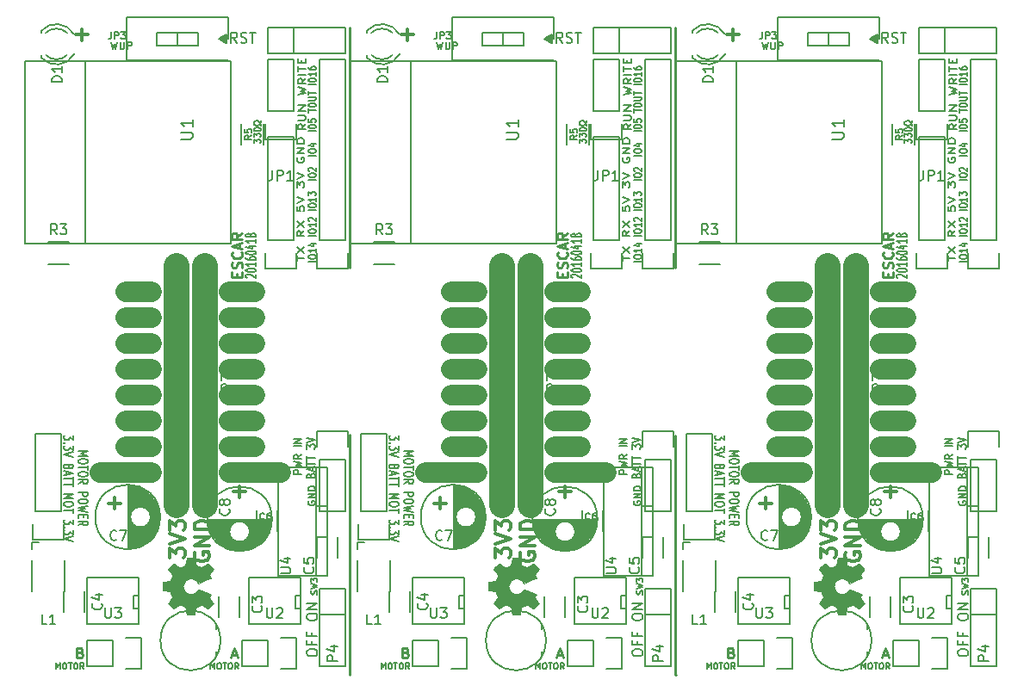
<source format=gbr>
G04 #@! TF.FileFunction,Legend,Top*
%FSLAX46Y46*%
G04 Gerber Fmt 4.6, Leading zero omitted, Abs format (unit mm)*
G04 Created by KiCad (PCBNEW 4.0.2-4+6225~38~ubuntu15.04.1-stable) date 2016年04月18日 00時15分29秒*
%MOMM*%
G01*
G04 APERTURE LIST*
%ADD10C,0.100000*%
%ADD11C,0.222000*%
%ADD12C,0.250000*%
%ADD13C,0.300000*%
%ADD14C,0.150000*%
%ADD15C,0.170000*%
%ADD16C,2.000000*%
%ADD17C,2.500000*%
%ADD18C,0.175000*%
%ADD19C,0.200000*%
%ADD20C,0.002540*%
G04 APERTURE END LIST*
D10*
D11*
X151200000Y-81100000D02*
X151200000Y-57500000D01*
X119200000Y-81100000D02*
X119200000Y-57500000D01*
X119200000Y-121100000D02*
X119200000Y-97500000D01*
X151200000Y-121100000D02*
X151300000Y-121100000D01*
X151200000Y-97600000D02*
X151200000Y-121100000D01*
D12*
X92719429Y-118958571D02*
X92862286Y-119006190D01*
X92909905Y-119053810D01*
X92957524Y-119149048D01*
X92957524Y-119291905D01*
X92909905Y-119387143D01*
X92862286Y-119434762D01*
X92767048Y-119482381D01*
X92386095Y-119482381D01*
X92386095Y-118482381D01*
X92719429Y-118482381D01*
X92814667Y-118530000D01*
X92862286Y-118577619D01*
X92909905Y-118672857D01*
X92909905Y-118768095D01*
X92862286Y-118863333D01*
X92814667Y-118910952D01*
X92719429Y-118958571D01*
X92386095Y-118958571D01*
X107649905Y-119196667D02*
X108126096Y-119196667D01*
X107554667Y-119482381D02*
X107888000Y-118482381D01*
X108221334Y-119482381D01*
D13*
X107824572Y-103135143D02*
X108967429Y-103135143D01*
X108396000Y-103706571D02*
X108396000Y-102563714D01*
D12*
X108121371Y-81982248D02*
X108121371Y-81648914D01*
X108645181Y-81506057D02*
X108645181Y-81982248D01*
X107645181Y-81982248D01*
X107645181Y-81506057D01*
X108597562Y-81125105D02*
X108645181Y-80982248D01*
X108645181Y-80744152D01*
X108597562Y-80648914D01*
X108549943Y-80601295D01*
X108454705Y-80553676D01*
X108359467Y-80553676D01*
X108264229Y-80601295D01*
X108216610Y-80648914D01*
X108168990Y-80744152D01*
X108121371Y-80934629D01*
X108073752Y-81029867D01*
X108026133Y-81077486D01*
X107930895Y-81125105D01*
X107835657Y-81125105D01*
X107740419Y-81077486D01*
X107692800Y-81029867D01*
X107645181Y-80934629D01*
X107645181Y-80696533D01*
X107692800Y-80553676D01*
X108549943Y-79553676D02*
X108597562Y-79601295D01*
X108645181Y-79744152D01*
X108645181Y-79839390D01*
X108597562Y-79982248D01*
X108502324Y-80077486D01*
X108407086Y-80125105D01*
X108216610Y-80172724D01*
X108073752Y-80172724D01*
X107883276Y-80125105D01*
X107788038Y-80077486D01*
X107692800Y-79982248D01*
X107645181Y-79839390D01*
X107645181Y-79744152D01*
X107692800Y-79601295D01*
X107740419Y-79553676D01*
X108359467Y-79172724D02*
X108359467Y-78696533D01*
X108645181Y-79267962D02*
X107645181Y-78934629D01*
X108645181Y-78601295D01*
X108645181Y-77696533D02*
X108168990Y-78029867D01*
X108645181Y-78267962D02*
X107645181Y-78267962D01*
X107645181Y-77887009D01*
X107692800Y-77791771D01*
X107740419Y-77744152D01*
X107835657Y-77696533D01*
X107978514Y-77696533D01*
X108073752Y-77744152D01*
X108121371Y-77791771D01*
X108168990Y-77887009D01*
X108168990Y-78267962D01*
D14*
X109112019Y-82085430D02*
X109064400Y-82056859D01*
X109016781Y-81999716D01*
X109016781Y-81856859D01*
X109064400Y-81799716D01*
X109112019Y-81771145D01*
X109207257Y-81742573D01*
X109302495Y-81742573D01*
X109445352Y-81771145D01*
X110016781Y-82114002D01*
X110016781Y-81742573D01*
X109016781Y-81371144D02*
X109016781Y-81314001D01*
X109064400Y-81256858D01*
X109112019Y-81228287D01*
X109207257Y-81199716D01*
X109397733Y-81171144D01*
X109635829Y-81171144D01*
X109826305Y-81199716D01*
X109921543Y-81228287D01*
X109969162Y-81256858D01*
X110016781Y-81314001D01*
X110016781Y-81371144D01*
X109969162Y-81428287D01*
X109921543Y-81456858D01*
X109826305Y-81485430D01*
X109635829Y-81514001D01*
X109397733Y-81514001D01*
X109207257Y-81485430D01*
X109112019Y-81456858D01*
X109064400Y-81428287D01*
X109016781Y-81371144D01*
X110016781Y-80599715D02*
X110016781Y-80942572D01*
X110016781Y-80771144D02*
X109016781Y-80771144D01*
X109159638Y-80828287D01*
X109254876Y-80885429D01*
X109302495Y-80942572D01*
X109016781Y-80085429D02*
X109016781Y-80199715D01*
X109064400Y-80256858D01*
X109112019Y-80285429D01*
X109254876Y-80342572D01*
X109445352Y-80371143D01*
X109826305Y-80371143D01*
X109921543Y-80342572D01*
X109969162Y-80314000D01*
X110016781Y-80256858D01*
X110016781Y-80142572D01*
X109969162Y-80085429D01*
X109921543Y-80056858D01*
X109826305Y-80028286D01*
X109588210Y-80028286D01*
X109492971Y-80056858D01*
X109445352Y-80085429D01*
X109397733Y-80142572D01*
X109397733Y-80256858D01*
X109445352Y-80314000D01*
X109492971Y-80342572D01*
X109588210Y-80371143D01*
X109016781Y-79656857D02*
X109016781Y-79599714D01*
X109064400Y-79542571D01*
X109112019Y-79514000D01*
X109207257Y-79485429D01*
X109397733Y-79456857D01*
X109635829Y-79456857D01*
X109826305Y-79485429D01*
X109921543Y-79514000D01*
X109969162Y-79542571D01*
X110016781Y-79599714D01*
X110016781Y-79656857D01*
X109969162Y-79714000D01*
X109921543Y-79742571D01*
X109826305Y-79771143D01*
X109635829Y-79799714D01*
X109397733Y-79799714D01*
X109207257Y-79771143D01*
X109112019Y-79742571D01*
X109064400Y-79714000D01*
X109016781Y-79656857D01*
X109350114Y-78942571D02*
X110016781Y-78942571D01*
X108969162Y-79085428D02*
X109683448Y-79228285D01*
X109683448Y-78856857D01*
X110016781Y-78313999D02*
X110016781Y-78656856D01*
X110016781Y-78485428D02*
X109016781Y-78485428D01*
X109159638Y-78542571D01*
X109254876Y-78599713D01*
X109302495Y-78656856D01*
X109445352Y-77971142D02*
X109397733Y-78028284D01*
X109350114Y-78056856D01*
X109254876Y-78085427D01*
X109207257Y-78085427D01*
X109112019Y-78056856D01*
X109064400Y-78028284D01*
X109016781Y-77971142D01*
X109016781Y-77856856D01*
X109064400Y-77799713D01*
X109112019Y-77771142D01*
X109207257Y-77742570D01*
X109254876Y-77742570D01*
X109350114Y-77771142D01*
X109397733Y-77799713D01*
X109445352Y-77856856D01*
X109445352Y-77971142D01*
X109492971Y-78028284D01*
X109540590Y-78056856D01*
X109635829Y-78085427D01*
X109826305Y-78085427D01*
X109921543Y-78056856D01*
X109969162Y-78028284D01*
X110016781Y-77971142D01*
X110016781Y-77856856D01*
X109969162Y-77799713D01*
X109921543Y-77771142D01*
X109826305Y-77742570D01*
X109635829Y-77742570D01*
X109540590Y-77771142D01*
X109492971Y-77799713D01*
X109445352Y-77856856D01*
D15*
X95796934Y-58905867D02*
X95963601Y-59605867D01*
X96096934Y-59105867D01*
X96230267Y-59605867D01*
X96396934Y-58905867D01*
X96663601Y-58905867D02*
X96663601Y-59472533D01*
X96696934Y-59539200D01*
X96730267Y-59572533D01*
X96796934Y-59605867D01*
X96930267Y-59605867D01*
X96996934Y-59572533D01*
X97030267Y-59539200D01*
X97063601Y-59472533D01*
X97063601Y-58905867D01*
X97396934Y-59605867D02*
X97396934Y-58905867D01*
X97663600Y-58905867D01*
X97730267Y-58939200D01*
X97763600Y-58972533D01*
X97796934Y-59039200D01*
X97796934Y-59139200D01*
X97763600Y-59205867D01*
X97730267Y-59239200D01*
X97663600Y-59272533D01*
X97396934Y-59272533D01*
D16*
X107380000Y-98710000D02*
X109920000Y-98710000D01*
X107380000Y-101250000D02*
X112460000Y-101250000D01*
X94680000Y-101250000D02*
X99760000Y-101250000D01*
X97220000Y-98710000D02*
X99760000Y-98710000D01*
X107380000Y-96170000D02*
X109920000Y-96170000D01*
X97220000Y-96170000D02*
X99760000Y-96170000D01*
X97220000Y-93630000D02*
X99760000Y-93630000D01*
X107380000Y-93630000D02*
X109920000Y-93630000D01*
X107380000Y-91090000D02*
X109920000Y-91090000D01*
X107380000Y-88550000D02*
X109920000Y-88550000D01*
X97220000Y-91090000D02*
X99760000Y-91090000D01*
X97220000Y-88550000D02*
X99760000Y-88550000D01*
X97220000Y-86010000D02*
X99760000Y-86010000D01*
X107380000Y-86010000D02*
X109920000Y-86010000D01*
X97220000Y-83470000D02*
X99760000Y-83470000D01*
X107380000Y-83470000D02*
X109920000Y-83470000D01*
D17*
X104967000Y-80930000D02*
X104967000Y-104425000D01*
X102173000Y-80930000D02*
X102173000Y-104425000D01*
D13*
X101548571Y-109623570D02*
X101548571Y-108694999D01*
X102120000Y-109194999D01*
X102120000Y-108980713D01*
X102191429Y-108837856D01*
X102262857Y-108766427D01*
X102405714Y-108694999D01*
X102762857Y-108694999D01*
X102905714Y-108766427D01*
X102977143Y-108837856D01*
X103048571Y-108980713D01*
X103048571Y-109409285D01*
X102977143Y-109552142D01*
X102905714Y-109623570D01*
X101548571Y-108266428D02*
X103048571Y-107766428D01*
X101548571Y-107266428D01*
X101548571Y-106909285D02*
X101548571Y-105980714D01*
X102120000Y-106480714D01*
X102120000Y-106266428D01*
X102191429Y-106123571D01*
X102262857Y-106052142D01*
X102405714Y-105980714D01*
X102762857Y-105980714D01*
X102905714Y-106052142D01*
X102977143Y-106123571D01*
X103048571Y-106266428D01*
X103048571Y-106695000D01*
X102977143Y-106837857D01*
X102905714Y-106909285D01*
X104020000Y-109123572D02*
X103948571Y-109266429D01*
X103948571Y-109480715D01*
X104020000Y-109695000D01*
X104162857Y-109837858D01*
X104305714Y-109909286D01*
X104591429Y-109980715D01*
X104805714Y-109980715D01*
X105091429Y-109909286D01*
X105234286Y-109837858D01*
X105377143Y-109695000D01*
X105448571Y-109480715D01*
X105448571Y-109337858D01*
X105377143Y-109123572D01*
X105305714Y-109052143D01*
X104805714Y-109052143D01*
X104805714Y-109337858D01*
X105448571Y-108409286D02*
X103948571Y-108409286D01*
X105448571Y-107552143D01*
X103948571Y-107552143D01*
X105448571Y-106837857D02*
X103948571Y-106837857D01*
X103948571Y-106480714D01*
X104020000Y-106266429D01*
X104162857Y-106123571D01*
X104305714Y-106052143D01*
X104591429Y-105980714D01*
X104805714Y-105980714D01*
X105091429Y-106052143D01*
X105234286Y-106123571D01*
X105377143Y-106266429D01*
X105448571Y-106480714D01*
X105448571Y-106837857D01*
X95530972Y-104252743D02*
X96673829Y-104252743D01*
X96102400Y-104824171D02*
X96102400Y-103681314D01*
D14*
X115888167Y-80468429D02*
X115188167Y-80468429D01*
X115188167Y-80068429D02*
X115188167Y-79954143D01*
X115221500Y-79897001D01*
X115288167Y-79839858D01*
X115421500Y-79811286D01*
X115654833Y-79811286D01*
X115788167Y-79839858D01*
X115854833Y-79897001D01*
X115888167Y-79954143D01*
X115888167Y-80068429D01*
X115854833Y-80125572D01*
X115788167Y-80182715D01*
X115654833Y-80211286D01*
X115421500Y-80211286D01*
X115288167Y-80182715D01*
X115221500Y-80125572D01*
X115188167Y-80068429D01*
X115888167Y-79239858D02*
X115888167Y-79582715D01*
X115888167Y-79411287D02*
X115188167Y-79411287D01*
X115288167Y-79468430D01*
X115354833Y-79525572D01*
X115388167Y-79582715D01*
X115421500Y-78725572D02*
X115888167Y-78725572D01*
X115154833Y-78868429D02*
X115654833Y-79011286D01*
X115654833Y-78639858D01*
X115888167Y-77954143D02*
X115188167Y-77954143D01*
X115188167Y-77554143D02*
X115188167Y-77439857D01*
X115221500Y-77382715D01*
X115288167Y-77325572D01*
X115421500Y-77297000D01*
X115654833Y-77297000D01*
X115788167Y-77325572D01*
X115854833Y-77382715D01*
X115888167Y-77439857D01*
X115888167Y-77554143D01*
X115854833Y-77611286D01*
X115788167Y-77668429D01*
X115654833Y-77697000D01*
X115421500Y-77697000D01*
X115288167Y-77668429D01*
X115221500Y-77611286D01*
X115188167Y-77554143D01*
X115888167Y-76725572D02*
X115888167Y-77068429D01*
X115888167Y-76897001D02*
X115188167Y-76897001D01*
X115288167Y-76954144D01*
X115354833Y-77011286D01*
X115388167Y-77068429D01*
X115254833Y-76497000D02*
X115221500Y-76468429D01*
X115188167Y-76411286D01*
X115188167Y-76268429D01*
X115221500Y-76211286D01*
X115254833Y-76182715D01*
X115321500Y-76154143D01*
X115388167Y-76154143D01*
X115488167Y-76182715D01*
X115888167Y-76525572D01*
X115888167Y-76154143D01*
X115888167Y-75439857D02*
X115188167Y-75439857D01*
X115188167Y-75039857D02*
X115188167Y-74925571D01*
X115221500Y-74868429D01*
X115288167Y-74811286D01*
X115421500Y-74782714D01*
X115654833Y-74782714D01*
X115788167Y-74811286D01*
X115854833Y-74868429D01*
X115888167Y-74925571D01*
X115888167Y-75039857D01*
X115854833Y-75097000D01*
X115788167Y-75154143D01*
X115654833Y-75182714D01*
X115421500Y-75182714D01*
X115288167Y-75154143D01*
X115221500Y-75097000D01*
X115188167Y-75039857D01*
X115888167Y-74211286D02*
X115888167Y-74554143D01*
X115888167Y-74382715D02*
X115188167Y-74382715D01*
X115288167Y-74439858D01*
X115354833Y-74497000D01*
X115388167Y-74554143D01*
X115188167Y-74011286D02*
X115188167Y-73639857D01*
X115454833Y-73839857D01*
X115454833Y-73754143D01*
X115488167Y-73697000D01*
X115521500Y-73668429D01*
X115588167Y-73639857D01*
X115754833Y-73639857D01*
X115821500Y-73668429D01*
X115854833Y-73697000D01*
X115888167Y-73754143D01*
X115888167Y-73925571D01*
X115854833Y-73982714D01*
X115821500Y-74011286D01*
X115888167Y-72468428D02*
X115188167Y-72468428D01*
X115188167Y-72068428D02*
X115188167Y-71954142D01*
X115221500Y-71897000D01*
X115288167Y-71839857D01*
X115421500Y-71811285D01*
X115654833Y-71811285D01*
X115788167Y-71839857D01*
X115854833Y-71897000D01*
X115888167Y-71954142D01*
X115888167Y-72068428D01*
X115854833Y-72125571D01*
X115788167Y-72182714D01*
X115654833Y-72211285D01*
X115421500Y-72211285D01*
X115288167Y-72182714D01*
X115221500Y-72125571D01*
X115188167Y-72068428D01*
X115254833Y-71582714D02*
X115221500Y-71554143D01*
X115188167Y-71497000D01*
X115188167Y-71354143D01*
X115221500Y-71297000D01*
X115254833Y-71268429D01*
X115321500Y-71239857D01*
X115388167Y-71239857D01*
X115488167Y-71268429D01*
X115888167Y-71611286D01*
X115888167Y-71239857D01*
X115888167Y-70068428D02*
X115188167Y-70068428D01*
X115188167Y-69668428D02*
X115188167Y-69554142D01*
X115221500Y-69497000D01*
X115288167Y-69439857D01*
X115421500Y-69411285D01*
X115654833Y-69411285D01*
X115788167Y-69439857D01*
X115854833Y-69497000D01*
X115888167Y-69554142D01*
X115888167Y-69668428D01*
X115854833Y-69725571D01*
X115788167Y-69782714D01*
X115654833Y-69811285D01*
X115421500Y-69811285D01*
X115288167Y-69782714D01*
X115221500Y-69725571D01*
X115188167Y-69668428D01*
X115421500Y-68897000D02*
X115888167Y-68897000D01*
X115154833Y-69039857D02*
X115654833Y-69182714D01*
X115654833Y-68811286D01*
X115888167Y-67668428D02*
X115188167Y-67668428D01*
X115188167Y-67268428D02*
X115188167Y-67154142D01*
X115221500Y-67097000D01*
X115288167Y-67039857D01*
X115421500Y-67011285D01*
X115654833Y-67011285D01*
X115788167Y-67039857D01*
X115854833Y-67097000D01*
X115888167Y-67154142D01*
X115888167Y-67268428D01*
X115854833Y-67325571D01*
X115788167Y-67382714D01*
X115654833Y-67411285D01*
X115421500Y-67411285D01*
X115288167Y-67382714D01*
X115221500Y-67325571D01*
X115188167Y-67268428D01*
X115188167Y-66468429D02*
X115188167Y-66754143D01*
X115521500Y-66782714D01*
X115488167Y-66754143D01*
X115454833Y-66697000D01*
X115454833Y-66554143D01*
X115488167Y-66497000D01*
X115521500Y-66468429D01*
X115588167Y-66439857D01*
X115754833Y-66439857D01*
X115821500Y-66468429D01*
X115854833Y-66497000D01*
X115888167Y-66554143D01*
X115888167Y-66697000D01*
X115854833Y-66754143D01*
X115821500Y-66782714D01*
X115188167Y-65811285D02*
X115188167Y-65468428D01*
X115888167Y-65639857D02*
X115188167Y-65639857D01*
X115188167Y-65154142D02*
X115188167Y-65039856D01*
X115221500Y-64982714D01*
X115288167Y-64925571D01*
X115421500Y-64896999D01*
X115654833Y-64896999D01*
X115788167Y-64925571D01*
X115854833Y-64982714D01*
X115888167Y-65039856D01*
X115888167Y-65154142D01*
X115854833Y-65211285D01*
X115788167Y-65268428D01*
X115654833Y-65296999D01*
X115421500Y-65296999D01*
X115288167Y-65268428D01*
X115221500Y-65211285D01*
X115188167Y-65154142D01*
X115188167Y-64639857D02*
X115754833Y-64639857D01*
X115821500Y-64611285D01*
X115854833Y-64582714D01*
X115888167Y-64525571D01*
X115888167Y-64411285D01*
X115854833Y-64354143D01*
X115821500Y-64325571D01*
X115754833Y-64297000D01*
X115188167Y-64297000D01*
X115188167Y-64097000D02*
X115188167Y-63754143D01*
X115888167Y-63925572D02*
X115188167Y-63925572D01*
X115888167Y-63097000D02*
X115188167Y-63097000D01*
X115188167Y-62697000D02*
X115188167Y-62582714D01*
X115221500Y-62525572D01*
X115288167Y-62468429D01*
X115421500Y-62439857D01*
X115654833Y-62439857D01*
X115788167Y-62468429D01*
X115854833Y-62525572D01*
X115888167Y-62582714D01*
X115888167Y-62697000D01*
X115854833Y-62754143D01*
X115788167Y-62811286D01*
X115654833Y-62839857D01*
X115421500Y-62839857D01*
X115288167Y-62811286D01*
X115221500Y-62754143D01*
X115188167Y-62697000D01*
X115888167Y-61868429D02*
X115888167Y-62211286D01*
X115888167Y-62039858D02*
X115188167Y-62039858D01*
X115288167Y-62097001D01*
X115354833Y-62154143D01*
X115388167Y-62211286D01*
X115188167Y-61354143D02*
X115188167Y-61468429D01*
X115221500Y-61525572D01*
X115254833Y-61554143D01*
X115354833Y-61611286D01*
X115488167Y-61639857D01*
X115754833Y-61639857D01*
X115821500Y-61611286D01*
X115854833Y-61582714D01*
X115888167Y-61525572D01*
X115888167Y-61411286D01*
X115854833Y-61354143D01*
X115821500Y-61325572D01*
X115754833Y-61297000D01*
X115588167Y-61297000D01*
X115521500Y-61325572D01*
X115488167Y-61354143D01*
X115454833Y-61411286D01*
X115454833Y-61525572D01*
X115488167Y-61582714D01*
X115521500Y-61611286D01*
X115588167Y-61639857D01*
D18*
X114872167Y-66974714D02*
X114538833Y-67274714D01*
X114872167Y-67488999D02*
X114172167Y-67488999D01*
X114172167Y-67146142D01*
X114205500Y-67060428D01*
X114238833Y-67017571D01*
X114305500Y-66974714D01*
X114405500Y-66974714D01*
X114472167Y-67017571D01*
X114505500Y-67060428D01*
X114538833Y-67146142D01*
X114538833Y-67488999D01*
X114172167Y-66588999D02*
X114738833Y-66588999D01*
X114805500Y-66546142D01*
X114838833Y-66503285D01*
X114872167Y-66417571D01*
X114872167Y-66246142D01*
X114838833Y-66160428D01*
X114805500Y-66117571D01*
X114738833Y-66074714D01*
X114172167Y-66074714D01*
X114872167Y-65646142D02*
X114172167Y-65646142D01*
X114872167Y-65131857D01*
X114172167Y-65131857D01*
X114172167Y-64103286D02*
X114872167Y-63889000D01*
X114372167Y-63717571D01*
X114872167Y-63546143D01*
X114172167Y-63331857D01*
X114872167Y-62474715D02*
X114538833Y-62774715D01*
X114872167Y-62989000D02*
X114172167Y-62989000D01*
X114172167Y-62646143D01*
X114205500Y-62560429D01*
X114238833Y-62517572D01*
X114305500Y-62474715D01*
X114405500Y-62474715D01*
X114472167Y-62517572D01*
X114505500Y-62560429D01*
X114538833Y-62646143D01*
X114538833Y-62989000D01*
X114872167Y-62089000D02*
X114172167Y-62089000D01*
X114172167Y-61789001D02*
X114172167Y-61274715D01*
X114872167Y-61531858D02*
X114172167Y-61531858D01*
X114505500Y-60974715D02*
X114505500Y-60674715D01*
X114872167Y-60546144D02*
X114872167Y-60974715D01*
X114172167Y-60974715D01*
X114172167Y-60546144D01*
X114045167Y-80393617D02*
X114045167Y-79867903D01*
X114745167Y-80130760D02*
X114045167Y-80130760D01*
X114045167Y-79648855D02*
X114745167Y-79035522D01*
X114045167Y-79035522D02*
X114745167Y-79648855D01*
X114745167Y-77458380D02*
X114411833Y-77765047D01*
X114745167Y-77984094D02*
X114045167Y-77984094D01*
X114045167Y-77633618D01*
X114078500Y-77545999D01*
X114111833Y-77502190D01*
X114178500Y-77458380D01*
X114278500Y-77458380D01*
X114345167Y-77502190D01*
X114378500Y-77545999D01*
X114411833Y-77633618D01*
X114411833Y-77984094D01*
X114045167Y-77151713D02*
X114745167Y-76538380D01*
X114045167Y-76538380D02*
X114745167Y-77151713D01*
X114045167Y-75048857D02*
X114045167Y-75486952D01*
X114378500Y-75530762D01*
X114345167Y-75486952D01*
X114311833Y-75399333D01*
X114311833Y-75180286D01*
X114345167Y-75092667D01*
X114378500Y-75048857D01*
X114445167Y-75005048D01*
X114611833Y-75005048D01*
X114678500Y-75048857D01*
X114711833Y-75092667D01*
X114745167Y-75180286D01*
X114745167Y-75399333D01*
X114711833Y-75486952D01*
X114678500Y-75530762D01*
X114045167Y-74742191D02*
X114745167Y-74435524D01*
X114045167Y-74128858D01*
X114045167Y-73208858D02*
X114045167Y-72639335D01*
X114311833Y-72946001D01*
X114311833Y-72814573D01*
X114345167Y-72726954D01*
X114378500Y-72683144D01*
X114445167Y-72639335D01*
X114611833Y-72639335D01*
X114678500Y-72683144D01*
X114711833Y-72726954D01*
X114745167Y-72814573D01*
X114745167Y-73077430D01*
X114711833Y-73165049D01*
X114678500Y-73208858D01*
X114045167Y-72376478D02*
X114745167Y-72069811D01*
X114045167Y-71763145D01*
X114078500Y-70273622D02*
X114045167Y-70361241D01*
X114045167Y-70492669D01*
X114078500Y-70624098D01*
X114145167Y-70711717D01*
X114211833Y-70755526D01*
X114345167Y-70799336D01*
X114445167Y-70799336D01*
X114578500Y-70755526D01*
X114645167Y-70711717D01*
X114711833Y-70624098D01*
X114745167Y-70492669D01*
X114745167Y-70405050D01*
X114711833Y-70273622D01*
X114678500Y-70229812D01*
X114445167Y-70229812D01*
X114445167Y-70405050D01*
X114745167Y-69835526D02*
X114045167Y-69835526D01*
X114745167Y-69309812D01*
X114045167Y-69309812D01*
X114745167Y-68871716D02*
X114045167Y-68871716D01*
X114045167Y-68652669D01*
X114078500Y-68521240D01*
X114145167Y-68433621D01*
X114211833Y-68389812D01*
X114345167Y-68346002D01*
X114445167Y-68346002D01*
X114578500Y-68389812D01*
X114645167Y-68433621D01*
X114711833Y-68521240D01*
X114745167Y-68652669D01*
X114745167Y-68871716D01*
D14*
X109790667Y-68836286D02*
X109790667Y-68464857D01*
X110057333Y-68664857D01*
X110057333Y-68579143D01*
X110090667Y-68522000D01*
X110124000Y-68493429D01*
X110190667Y-68464857D01*
X110357333Y-68464857D01*
X110424000Y-68493429D01*
X110457333Y-68522000D01*
X110490667Y-68579143D01*
X110490667Y-68750571D01*
X110457333Y-68807714D01*
X110424000Y-68836286D01*
X109790667Y-68264857D02*
X109790667Y-67893428D01*
X110057333Y-68093428D01*
X110057333Y-68007714D01*
X110090667Y-67950571D01*
X110124000Y-67922000D01*
X110190667Y-67893428D01*
X110357333Y-67893428D01*
X110424000Y-67922000D01*
X110457333Y-67950571D01*
X110490667Y-68007714D01*
X110490667Y-68179142D01*
X110457333Y-68236285D01*
X110424000Y-68264857D01*
X109790667Y-67521999D02*
X109790667Y-67464856D01*
X109824000Y-67407713D01*
X109857333Y-67379142D01*
X109924000Y-67350571D01*
X110057333Y-67321999D01*
X110224000Y-67321999D01*
X110357333Y-67350571D01*
X110424000Y-67379142D01*
X110457333Y-67407713D01*
X110490667Y-67464856D01*
X110490667Y-67521999D01*
X110457333Y-67579142D01*
X110424000Y-67607713D01*
X110357333Y-67636285D01*
X110224000Y-67664856D01*
X110057333Y-67664856D01*
X109924000Y-67636285D01*
X109857333Y-67607713D01*
X109824000Y-67579142D01*
X109790667Y-67521999D01*
X110490667Y-67093427D02*
X110490667Y-66950570D01*
X110357333Y-66950570D01*
X110324000Y-67007713D01*
X110257333Y-67064856D01*
X110157333Y-67093427D01*
X109990667Y-67093427D01*
X109890667Y-67064856D01*
X109824000Y-67007713D01*
X109790667Y-66921999D01*
X109790667Y-66807713D01*
X109824000Y-66721999D01*
X109890667Y-66664856D01*
X109990667Y-66636284D01*
X110157333Y-66636284D01*
X110257333Y-66664856D01*
X110324000Y-66721999D01*
X110357333Y-66779142D01*
X110490667Y-66779142D01*
X110490667Y-66636284D01*
X90349715Y-120571429D02*
X90349715Y-119971429D01*
X90549715Y-120400000D01*
X90749715Y-119971429D01*
X90749715Y-120571429D01*
X91149715Y-119971429D02*
X91264001Y-119971429D01*
X91321143Y-120000000D01*
X91378286Y-120057143D01*
X91406858Y-120171429D01*
X91406858Y-120371429D01*
X91378286Y-120485714D01*
X91321143Y-120542857D01*
X91264001Y-120571429D01*
X91149715Y-120571429D01*
X91092572Y-120542857D01*
X91035429Y-120485714D01*
X91006858Y-120371429D01*
X91006858Y-120171429D01*
X91035429Y-120057143D01*
X91092572Y-120000000D01*
X91149715Y-119971429D01*
X91578286Y-119971429D02*
X91921143Y-119971429D01*
X91749714Y-120571429D02*
X91749714Y-119971429D01*
X92235429Y-119971429D02*
X92349715Y-119971429D01*
X92406857Y-120000000D01*
X92464000Y-120057143D01*
X92492572Y-120171429D01*
X92492572Y-120371429D01*
X92464000Y-120485714D01*
X92406857Y-120542857D01*
X92349715Y-120571429D01*
X92235429Y-120571429D01*
X92178286Y-120542857D01*
X92121143Y-120485714D01*
X92092572Y-120371429D01*
X92092572Y-120171429D01*
X92121143Y-120057143D01*
X92178286Y-120000000D01*
X92235429Y-119971429D01*
X93092571Y-120571429D02*
X92892571Y-120285714D01*
X92749714Y-120571429D02*
X92749714Y-119971429D01*
X92978286Y-119971429D01*
X93035428Y-120000000D01*
X93064000Y-120028571D01*
X93092571Y-120085714D01*
X93092571Y-120171429D01*
X93064000Y-120228571D01*
X93035428Y-120257143D01*
X92978286Y-120285714D01*
X92749714Y-120285714D01*
X105538858Y-120571429D02*
X105538858Y-119971429D01*
X105738858Y-120400000D01*
X105938858Y-119971429D01*
X105938858Y-120571429D01*
X106338858Y-119971429D02*
X106453144Y-119971429D01*
X106510286Y-120000000D01*
X106567429Y-120057143D01*
X106596001Y-120171429D01*
X106596001Y-120371429D01*
X106567429Y-120485714D01*
X106510286Y-120542857D01*
X106453144Y-120571429D01*
X106338858Y-120571429D01*
X106281715Y-120542857D01*
X106224572Y-120485714D01*
X106196001Y-120371429D01*
X106196001Y-120171429D01*
X106224572Y-120057143D01*
X106281715Y-120000000D01*
X106338858Y-119971429D01*
X106767429Y-119971429D02*
X107110286Y-119971429D01*
X106938857Y-120571429D02*
X106938857Y-119971429D01*
X107424572Y-119971429D02*
X107538858Y-119971429D01*
X107596000Y-120000000D01*
X107653143Y-120057143D01*
X107681715Y-120171429D01*
X107681715Y-120371429D01*
X107653143Y-120485714D01*
X107596000Y-120542857D01*
X107538858Y-120571429D01*
X107424572Y-120571429D01*
X107367429Y-120542857D01*
X107310286Y-120485714D01*
X107281715Y-120371429D01*
X107281715Y-120171429D01*
X107310286Y-120057143D01*
X107367429Y-120000000D01*
X107424572Y-119971429D01*
X108281714Y-120571429D02*
X108081714Y-120285714D01*
X107938857Y-120571429D02*
X107938857Y-119971429D01*
X108167429Y-119971429D01*
X108224571Y-120000000D01*
X108253143Y-120028571D01*
X108281714Y-120085714D01*
X108281714Y-120171429D01*
X108253143Y-120228571D01*
X108224571Y-120257143D01*
X108167429Y-120285714D01*
X107938857Y-120285714D01*
D18*
X114523905Y-101390832D02*
X113723905Y-101390832D01*
X113723905Y-101124166D01*
X113762000Y-101057499D01*
X113800095Y-101024166D01*
X113876286Y-100990832D01*
X113990571Y-100990832D01*
X114066762Y-101024166D01*
X114104857Y-101057499D01*
X114142952Y-101124166D01*
X114142952Y-101390832D01*
X113723905Y-100757499D02*
X114523905Y-100590832D01*
X113952476Y-100457499D01*
X114523905Y-100324166D01*
X113723905Y-100157499D01*
X114523905Y-99490832D02*
X114142952Y-99724166D01*
X114523905Y-99890832D02*
X113723905Y-99890832D01*
X113723905Y-99624166D01*
X113762000Y-99557499D01*
X113800095Y-99524166D01*
X113876286Y-99490832D01*
X113990571Y-99490832D01*
X114066762Y-99524166D01*
X114104857Y-99557499D01*
X114142952Y-99624166D01*
X114142952Y-99890832D01*
X114523905Y-98657499D02*
X113723905Y-98657499D01*
X114523905Y-98324166D02*
X113723905Y-98324166D01*
X114523905Y-97924166D01*
X113723905Y-97924166D01*
X115399857Y-101524166D02*
X115437952Y-101424166D01*
X115476048Y-101390833D01*
X115552238Y-101357499D01*
X115666524Y-101357499D01*
X115742714Y-101390833D01*
X115780810Y-101424166D01*
X115818905Y-101490833D01*
X115818905Y-101757499D01*
X115018905Y-101757499D01*
X115018905Y-101524166D01*
X115057000Y-101457499D01*
X115095095Y-101424166D01*
X115171286Y-101390833D01*
X115247476Y-101390833D01*
X115323667Y-101424166D01*
X115361762Y-101457499D01*
X115399857Y-101524166D01*
X115399857Y-101757499D01*
X115590333Y-101090833D02*
X115590333Y-100757499D01*
X115818905Y-101157499D02*
X115018905Y-100924166D01*
X115818905Y-100690833D01*
X115018905Y-100557499D02*
X115018905Y-100157499D01*
X115818905Y-100357499D02*
X115018905Y-100357499D01*
X115018905Y-100024166D02*
X115018905Y-99624166D01*
X115818905Y-99824166D02*
X115018905Y-99824166D01*
X115018905Y-98924167D02*
X115018905Y-98490834D01*
X115323667Y-98724167D01*
X115323667Y-98624167D01*
X115361762Y-98557500D01*
X115399857Y-98524167D01*
X115476048Y-98490834D01*
X115666524Y-98490834D01*
X115742714Y-98524167D01*
X115780810Y-98557500D01*
X115818905Y-98624167D01*
X115818905Y-98824167D01*
X115780810Y-98890834D01*
X115742714Y-98924167D01*
X115018905Y-98290833D02*
X115818905Y-98057500D01*
X115018905Y-97824167D01*
X115158000Y-104069333D02*
X115124667Y-104135999D01*
X115124667Y-104235999D01*
X115158000Y-104335999D01*
X115224667Y-104402666D01*
X115291333Y-104435999D01*
X115424667Y-104469333D01*
X115524667Y-104469333D01*
X115658000Y-104435999D01*
X115724667Y-104402666D01*
X115791333Y-104335999D01*
X115824667Y-104235999D01*
X115824667Y-104169333D01*
X115791333Y-104069333D01*
X115758000Y-104035999D01*
X115524667Y-104035999D01*
X115524667Y-104169333D01*
X115824667Y-103735999D02*
X115124667Y-103735999D01*
X115824667Y-103335999D01*
X115124667Y-103335999D01*
X115824667Y-103002666D02*
X115124667Y-103002666D01*
X115124667Y-102836000D01*
X115158000Y-102736000D01*
X115224667Y-102669333D01*
X115291333Y-102636000D01*
X115424667Y-102602666D01*
X115524667Y-102602666D01*
X115658000Y-102636000D01*
X115724667Y-102669333D01*
X115791333Y-102736000D01*
X115824667Y-102836000D01*
X115824667Y-103002666D01*
X92577357Y-99140668D02*
X93477357Y-99140668D01*
X92834500Y-99374001D01*
X93477357Y-99607334D01*
X92577357Y-99607334D01*
X93477357Y-100074001D02*
X93477357Y-100207334D01*
X93434500Y-100274001D01*
X93348786Y-100340668D01*
X93177357Y-100374001D01*
X92877357Y-100374001D01*
X92705929Y-100340668D01*
X92620214Y-100274001D01*
X92577357Y-100207334D01*
X92577357Y-100074001D01*
X92620214Y-100007334D01*
X92705929Y-99940668D01*
X92877357Y-99907334D01*
X93177357Y-99907334D01*
X93348786Y-99940668D01*
X93434500Y-100007334D01*
X93477357Y-100074001D01*
X93477357Y-100574001D02*
X93477357Y-100974001D01*
X92577357Y-100774001D02*
X93477357Y-100774001D01*
X93477357Y-101340667D02*
X93477357Y-101474000D01*
X93434500Y-101540667D01*
X93348786Y-101607334D01*
X93177357Y-101640667D01*
X92877357Y-101640667D01*
X92705929Y-101607334D01*
X92620214Y-101540667D01*
X92577357Y-101474000D01*
X92577357Y-101340667D01*
X92620214Y-101274000D01*
X92705929Y-101207334D01*
X92877357Y-101174000D01*
X93177357Y-101174000D01*
X93348786Y-101207334D01*
X93434500Y-101274000D01*
X93477357Y-101340667D01*
X92577357Y-102340667D02*
X93005929Y-102107333D01*
X92577357Y-101940667D02*
X93477357Y-101940667D01*
X93477357Y-102207333D01*
X93434500Y-102274000D01*
X93391643Y-102307333D01*
X93305929Y-102340667D01*
X93177357Y-102340667D01*
X93091643Y-102307333D01*
X93048786Y-102274000D01*
X93005929Y-102207333D01*
X93005929Y-101940667D01*
X92577357Y-103174000D02*
X93477357Y-103174000D01*
X93477357Y-103440666D01*
X93434500Y-103507333D01*
X93391643Y-103540666D01*
X93305929Y-103574000D01*
X93177357Y-103574000D01*
X93091643Y-103540666D01*
X93048786Y-103507333D01*
X93005929Y-103440666D01*
X93005929Y-103174000D01*
X93477357Y-104007333D02*
X93477357Y-104140666D01*
X93434500Y-104207333D01*
X93348786Y-104274000D01*
X93177357Y-104307333D01*
X92877357Y-104307333D01*
X92705929Y-104274000D01*
X92620214Y-104207333D01*
X92577357Y-104140666D01*
X92577357Y-104007333D01*
X92620214Y-103940666D01*
X92705929Y-103874000D01*
X92877357Y-103840666D01*
X93177357Y-103840666D01*
X93348786Y-103874000D01*
X93434500Y-103940666D01*
X93477357Y-104007333D01*
X93477357Y-104540666D02*
X92577357Y-104707333D01*
X93220214Y-104840666D01*
X92577357Y-104973999D01*
X93477357Y-105140666D01*
X93048786Y-105407333D02*
X93048786Y-105640666D01*
X92577357Y-105740666D02*
X92577357Y-105407333D01*
X93477357Y-105407333D01*
X93477357Y-105740666D01*
X92577357Y-106440666D02*
X93005929Y-106207332D01*
X92577357Y-106040666D02*
X93477357Y-106040666D01*
X93477357Y-106307332D01*
X93434500Y-106373999D01*
X93391643Y-106407332D01*
X93305929Y-106440666D01*
X93177357Y-106440666D01*
X93091643Y-106407332D01*
X93048786Y-106373999D01*
X93005929Y-106307332D01*
X93005929Y-106040666D01*
X92042357Y-97590668D02*
X92042357Y-98024001D01*
X91699500Y-97790668D01*
X91699500Y-97890668D01*
X91656643Y-97957335D01*
X91613786Y-97990668D01*
X91528071Y-98024001D01*
X91313786Y-98024001D01*
X91228071Y-97990668D01*
X91185214Y-97957335D01*
X91142357Y-97890668D01*
X91142357Y-97690668D01*
X91185214Y-97624001D01*
X91228071Y-97590668D01*
X91228071Y-98324002D02*
X91185214Y-98357335D01*
X91142357Y-98324002D01*
X91185214Y-98290668D01*
X91228071Y-98324002D01*
X91142357Y-98324002D01*
X92042357Y-98590668D02*
X92042357Y-99024001D01*
X91699500Y-98790668D01*
X91699500Y-98890668D01*
X91656643Y-98957335D01*
X91613786Y-98990668D01*
X91528071Y-99024001D01*
X91313786Y-99024001D01*
X91228071Y-98990668D01*
X91185214Y-98957335D01*
X91142357Y-98890668D01*
X91142357Y-98690668D01*
X91185214Y-98624001D01*
X91228071Y-98590668D01*
X92042357Y-99224002D02*
X91142357Y-99457335D01*
X92042357Y-99690668D01*
X91613786Y-100690668D02*
X91570929Y-100790668D01*
X91528071Y-100824001D01*
X91442357Y-100857335D01*
X91313786Y-100857335D01*
X91228071Y-100824001D01*
X91185214Y-100790668D01*
X91142357Y-100724001D01*
X91142357Y-100457335D01*
X92042357Y-100457335D01*
X92042357Y-100690668D01*
X91999500Y-100757335D01*
X91956643Y-100790668D01*
X91870929Y-100824001D01*
X91785214Y-100824001D01*
X91699500Y-100790668D01*
X91656643Y-100757335D01*
X91613786Y-100690668D01*
X91613786Y-100457335D01*
X91399500Y-101124001D02*
X91399500Y-101457335D01*
X91142357Y-101057335D02*
X92042357Y-101290668D01*
X91142357Y-101524001D01*
X92042357Y-101657335D02*
X92042357Y-102057335D01*
X91142357Y-101857335D02*
X92042357Y-101857335D01*
X92042357Y-102190668D02*
X92042357Y-102590668D01*
X91142357Y-102390668D02*
X92042357Y-102390668D01*
X91142357Y-103357334D02*
X92042357Y-103357334D01*
X91399500Y-103590667D01*
X92042357Y-103824000D01*
X91142357Y-103824000D01*
X92042357Y-104290667D02*
X92042357Y-104424000D01*
X91999500Y-104490667D01*
X91913786Y-104557334D01*
X91742357Y-104590667D01*
X91442357Y-104590667D01*
X91270929Y-104557334D01*
X91185214Y-104490667D01*
X91142357Y-104424000D01*
X91142357Y-104290667D01*
X91185214Y-104224000D01*
X91270929Y-104157334D01*
X91442357Y-104124000D01*
X91742357Y-104124000D01*
X91913786Y-104157334D01*
X91999500Y-104224000D01*
X92042357Y-104290667D01*
X92042357Y-104790667D02*
X92042357Y-105190667D01*
X91142357Y-104990667D02*
X92042357Y-104990667D01*
X92042357Y-105890666D02*
X92042357Y-106323999D01*
X91699500Y-106090666D01*
X91699500Y-106190666D01*
X91656643Y-106257333D01*
X91613786Y-106290666D01*
X91528071Y-106323999D01*
X91313786Y-106323999D01*
X91228071Y-106290666D01*
X91185214Y-106257333D01*
X91142357Y-106190666D01*
X91142357Y-105990666D01*
X91185214Y-105923999D01*
X91228071Y-105890666D01*
X91228071Y-106624000D02*
X91185214Y-106657333D01*
X91142357Y-106624000D01*
X91185214Y-106590666D01*
X91228071Y-106624000D01*
X91142357Y-106624000D01*
X92042357Y-106890666D02*
X92042357Y-107323999D01*
X91699500Y-107090666D01*
X91699500Y-107190666D01*
X91656643Y-107257333D01*
X91613786Y-107290666D01*
X91528071Y-107323999D01*
X91313786Y-107323999D01*
X91228071Y-107290666D01*
X91185214Y-107257333D01*
X91142357Y-107190666D01*
X91142357Y-106990666D01*
X91185214Y-106923999D01*
X91228071Y-106890666D01*
X92042357Y-107524000D02*
X91142357Y-107757333D01*
X92042357Y-107990666D01*
D19*
X115023881Y-119061453D02*
X115023881Y-118870976D01*
X115071500Y-118775738D01*
X115166738Y-118680500D01*
X115357214Y-118632881D01*
X115690548Y-118632881D01*
X115881024Y-118680500D01*
X115976262Y-118775738D01*
X116023881Y-118870976D01*
X116023881Y-119061453D01*
X115976262Y-119156691D01*
X115881024Y-119251929D01*
X115690548Y-119299548D01*
X115357214Y-119299548D01*
X115166738Y-119251929D01*
X115071500Y-119156691D01*
X115023881Y-119061453D01*
X115500071Y-117870976D02*
X115500071Y-118204310D01*
X116023881Y-118204310D02*
X115023881Y-118204310D01*
X115023881Y-117728119D01*
X115500071Y-117013833D02*
X115500071Y-117347167D01*
X116023881Y-117347167D02*
X115023881Y-117347167D01*
X115023881Y-116870976D01*
X115023881Y-115537643D02*
X115023881Y-115347166D01*
X115071500Y-115251928D01*
X115166738Y-115156690D01*
X115357214Y-115109071D01*
X115690548Y-115109071D01*
X115881024Y-115156690D01*
X115976262Y-115251928D01*
X116023881Y-115347166D01*
X116023881Y-115537643D01*
X115976262Y-115632881D01*
X115881024Y-115728119D01*
X115690548Y-115775738D01*
X115357214Y-115775738D01*
X115166738Y-115728119D01*
X115071500Y-115632881D01*
X115023881Y-115537643D01*
X116023881Y-114680500D02*
X115023881Y-114680500D01*
X116023881Y-114109071D01*
X115023881Y-114109071D01*
X107054691Y-58966881D02*
X107054691Y-58204976D01*
X107007072Y-58919262D02*
X107007072Y-58252595D01*
X106959453Y-58919262D02*
X106959453Y-58252595D01*
X106911834Y-58871643D02*
X106911834Y-58300214D01*
X106864215Y-58871643D02*
X106864215Y-58300214D01*
X106816596Y-58824024D02*
X106816596Y-58347833D01*
X106768977Y-58824024D02*
X106768977Y-58347833D01*
X106721358Y-58776405D02*
X106721358Y-58395452D01*
X106673739Y-58728786D02*
X106673739Y-58443071D01*
X106626120Y-58728786D02*
X106626120Y-58443071D01*
X106578500Y-58681167D02*
X106578500Y-58490690D01*
X106530881Y-58681167D02*
X106530881Y-58490690D01*
X106483262Y-58585929D02*
X106435643Y-58585929D01*
X106483262Y-58633548D02*
X106483262Y-58538310D01*
X107102310Y-58966881D02*
X106388024Y-58585929D01*
X107102310Y-58204976D01*
X106340405Y-58585929D02*
X107102310Y-58157357D01*
X107102310Y-59014500D01*
X106340405Y-58585929D01*
X108149929Y-58966881D02*
X107816595Y-58490690D01*
X107578500Y-58966881D02*
X107578500Y-57966881D01*
X107959453Y-57966881D01*
X108054691Y-58014500D01*
X108102310Y-58062119D01*
X108149929Y-58157357D01*
X108149929Y-58300214D01*
X108102310Y-58395452D01*
X108054691Y-58443071D01*
X107959453Y-58490690D01*
X107578500Y-58490690D01*
X108530881Y-58919262D02*
X108673738Y-58966881D01*
X108911834Y-58966881D01*
X109007072Y-58919262D01*
X109054691Y-58871643D01*
X109102310Y-58776405D01*
X109102310Y-58681167D01*
X109054691Y-58585929D01*
X109007072Y-58538310D01*
X108911834Y-58490690D01*
X108721357Y-58443071D01*
X108626119Y-58395452D01*
X108578500Y-58347833D01*
X108530881Y-58252595D01*
X108530881Y-58157357D01*
X108578500Y-58062119D01*
X108626119Y-58014500D01*
X108721357Y-57966881D01*
X108959453Y-57966881D01*
X109102310Y-58014500D01*
X109388024Y-57966881D02*
X109959453Y-57966881D01*
X109673738Y-58966881D02*
X109673738Y-57966881D01*
D18*
X95773067Y-57889867D02*
X95773067Y-58389867D01*
X95739733Y-58489867D01*
X95673067Y-58556533D01*
X95573067Y-58589867D01*
X95506400Y-58589867D01*
X96106400Y-58589867D02*
X96106400Y-57889867D01*
X96373066Y-57889867D01*
X96439733Y-57923200D01*
X96473066Y-57956533D01*
X96506400Y-58023200D01*
X96506400Y-58123200D01*
X96473066Y-58189867D01*
X96439733Y-58223200D01*
X96373066Y-58256533D01*
X96106400Y-58256533D01*
X96739733Y-57889867D02*
X97173066Y-57889867D01*
X96939733Y-58156533D01*
X97039733Y-58156533D01*
X97106400Y-58189867D01*
X97139733Y-58223200D01*
X97173066Y-58289867D01*
X97173066Y-58456533D01*
X97139733Y-58523200D01*
X97106400Y-58556533D01*
X97039733Y-58589867D01*
X96839733Y-58589867D01*
X96773066Y-58556533D01*
X96739733Y-58523200D01*
D13*
X92330572Y-58177143D02*
X93473429Y-58177143D01*
X92902000Y-58748571D02*
X92902000Y-57605714D01*
D12*
X124719429Y-118958571D02*
X124862286Y-119006190D01*
X124909905Y-119053810D01*
X124957524Y-119149048D01*
X124957524Y-119291905D01*
X124909905Y-119387143D01*
X124862286Y-119434762D01*
X124767048Y-119482381D01*
X124386095Y-119482381D01*
X124386095Y-118482381D01*
X124719429Y-118482381D01*
X124814667Y-118530000D01*
X124862286Y-118577619D01*
X124909905Y-118672857D01*
X124909905Y-118768095D01*
X124862286Y-118863333D01*
X124814667Y-118910952D01*
X124719429Y-118958571D01*
X124386095Y-118958571D01*
X139649905Y-119196667D02*
X140126096Y-119196667D01*
X139554667Y-119482381D02*
X139888000Y-118482381D01*
X140221334Y-119482381D01*
D13*
X139824572Y-103135143D02*
X140967429Y-103135143D01*
X140396000Y-103706571D02*
X140396000Y-102563714D01*
D12*
X140121371Y-81982248D02*
X140121371Y-81648914D01*
X140645181Y-81506057D02*
X140645181Y-81982248D01*
X139645181Y-81982248D01*
X139645181Y-81506057D01*
X140597562Y-81125105D02*
X140645181Y-80982248D01*
X140645181Y-80744152D01*
X140597562Y-80648914D01*
X140549943Y-80601295D01*
X140454705Y-80553676D01*
X140359467Y-80553676D01*
X140264229Y-80601295D01*
X140216610Y-80648914D01*
X140168990Y-80744152D01*
X140121371Y-80934629D01*
X140073752Y-81029867D01*
X140026133Y-81077486D01*
X139930895Y-81125105D01*
X139835657Y-81125105D01*
X139740419Y-81077486D01*
X139692800Y-81029867D01*
X139645181Y-80934629D01*
X139645181Y-80696533D01*
X139692800Y-80553676D01*
X140549943Y-79553676D02*
X140597562Y-79601295D01*
X140645181Y-79744152D01*
X140645181Y-79839390D01*
X140597562Y-79982248D01*
X140502324Y-80077486D01*
X140407086Y-80125105D01*
X140216610Y-80172724D01*
X140073752Y-80172724D01*
X139883276Y-80125105D01*
X139788038Y-80077486D01*
X139692800Y-79982248D01*
X139645181Y-79839390D01*
X139645181Y-79744152D01*
X139692800Y-79601295D01*
X139740419Y-79553676D01*
X140359467Y-79172724D02*
X140359467Y-78696533D01*
X140645181Y-79267962D02*
X139645181Y-78934629D01*
X140645181Y-78601295D01*
X140645181Y-77696533D02*
X140168990Y-78029867D01*
X140645181Y-78267962D02*
X139645181Y-78267962D01*
X139645181Y-77887009D01*
X139692800Y-77791771D01*
X139740419Y-77744152D01*
X139835657Y-77696533D01*
X139978514Y-77696533D01*
X140073752Y-77744152D01*
X140121371Y-77791771D01*
X140168990Y-77887009D01*
X140168990Y-78267962D01*
D14*
X141112019Y-82085430D02*
X141064400Y-82056859D01*
X141016781Y-81999716D01*
X141016781Y-81856859D01*
X141064400Y-81799716D01*
X141112019Y-81771145D01*
X141207257Y-81742573D01*
X141302495Y-81742573D01*
X141445352Y-81771145D01*
X142016781Y-82114002D01*
X142016781Y-81742573D01*
X141016781Y-81371144D02*
X141016781Y-81314001D01*
X141064400Y-81256858D01*
X141112019Y-81228287D01*
X141207257Y-81199716D01*
X141397733Y-81171144D01*
X141635829Y-81171144D01*
X141826305Y-81199716D01*
X141921543Y-81228287D01*
X141969162Y-81256858D01*
X142016781Y-81314001D01*
X142016781Y-81371144D01*
X141969162Y-81428287D01*
X141921543Y-81456858D01*
X141826305Y-81485430D01*
X141635829Y-81514001D01*
X141397733Y-81514001D01*
X141207257Y-81485430D01*
X141112019Y-81456858D01*
X141064400Y-81428287D01*
X141016781Y-81371144D01*
X142016781Y-80599715D02*
X142016781Y-80942572D01*
X142016781Y-80771144D02*
X141016781Y-80771144D01*
X141159638Y-80828287D01*
X141254876Y-80885429D01*
X141302495Y-80942572D01*
X141016781Y-80085429D02*
X141016781Y-80199715D01*
X141064400Y-80256858D01*
X141112019Y-80285429D01*
X141254876Y-80342572D01*
X141445352Y-80371143D01*
X141826305Y-80371143D01*
X141921543Y-80342572D01*
X141969162Y-80314000D01*
X142016781Y-80256858D01*
X142016781Y-80142572D01*
X141969162Y-80085429D01*
X141921543Y-80056858D01*
X141826305Y-80028286D01*
X141588210Y-80028286D01*
X141492971Y-80056858D01*
X141445352Y-80085429D01*
X141397733Y-80142572D01*
X141397733Y-80256858D01*
X141445352Y-80314000D01*
X141492971Y-80342572D01*
X141588210Y-80371143D01*
X141016781Y-79656857D02*
X141016781Y-79599714D01*
X141064400Y-79542571D01*
X141112019Y-79514000D01*
X141207257Y-79485429D01*
X141397733Y-79456857D01*
X141635829Y-79456857D01*
X141826305Y-79485429D01*
X141921543Y-79514000D01*
X141969162Y-79542571D01*
X142016781Y-79599714D01*
X142016781Y-79656857D01*
X141969162Y-79714000D01*
X141921543Y-79742571D01*
X141826305Y-79771143D01*
X141635829Y-79799714D01*
X141397733Y-79799714D01*
X141207257Y-79771143D01*
X141112019Y-79742571D01*
X141064400Y-79714000D01*
X141016781Y-79656857D01*
X141350114Y-78942571D02*
X142016781Y-78942571D01*
X140969162Y-79085428D02*
X141683448Y-79228285D01*
X141683448Y-78856857D01*
X142016781Y-78313999D02*
X142016781Y-78656856D01*
X142016781Y-78485428D02*
X141016781Y-78485428D01*
X141159638Y-78542571D01*
X141254876Y-78599713D01*
X141302495Y-78656856D01*
X141445352Y-77971142D02*
X141397733Y-78028284D01*
X141350114Y-78056856D01*
X141254876Y-78085427D01*
X141207257Y-78085427D01*
X141112019Y-78056856D01*
X141064400Y-78028284D01*
X141016781Y-77971142D01*
X141016781Y-77856856D01*
X141064400Y-77799713D01*
X141112019Y-77771142D01*
X141207257Y-77742570D01*
X141254876Y-77742570D01*
X141350114Y-77771142D01*
X141397733Y-77799713D01*
X141445352Y-77856856D01*
X141445352Y-77971142D01*
X141492971Y-78028284D01*
X141540590Y-78056856D01*
X141635829Y-78085427D01*
X141826305Y-78085427D01*
X141921543Y-78056856D01*
X141969162Y-78028284D01*
X142016781Y-77971142D01*
X142016781Y-77856856D01*
X141969162Y-77799713D01*
X141921543Y-77771142D01*
X141826305Y-77742570D01*
X141635829Y-77742570D01*
X141540590Y-77771142D01*
X141492971Y-77799713D01*
X141445352Y-77856856D01*
D15*
X127796934Y-58905867D02*
X127963601Y-59605867D01*
X128096934Y-59105867D01*
X128230267Y-59605867D01*
X128396934Y-58905867D01*
X128663601Y-58905867D02*
X128663601Y-59472533D01*
X128696934Y-59539200D01*
X128730267Y-59572533D01*
X128796934Y-59605867D01*
X128930267Y-59605867D01*
X128996934Y-59572533D01*
X129030267Y-59539200D01*
X129063601Y-59472533D01*
X129063601Y-58905867D01*
X129396934Y-59605867D02*
X129396934Y-58905867D01*
X129663600Y-58905867D01*
X129730267Y-58939200D01*
X129763600Y-58972533D01*
X129796934Y-59039200D01*
X129796934Y-59139200D01*
X129763600Y-59205867D01*
X129730267Y-59239200D01*
X129663600Y-59272533D01*
X129396934Y-59272533D01*
D16*
X139380000Y-98710000D02*
X141920000Y-98710000D01*
X139380000Y-101250000D02*
X144460000Y-101250000D01*
X126680000Y-101250000D02*
X131760000Y-101250000D01*
X129220000Y-98710000D02*
X131760000Y-98710000D01*
X139380000Y-96170000D02*
X141920000Y-96170000D01*
X129220000Y-96170000D02*
X131760000Y-96170000D01*
X129220000Y-93630000D02*
X131760000Y-93630000D01*
X139380000Y-93630000D02*
X141920000Y-93630000D01*
X139380000Y-91090000D02*
X141920000Y-91090000D01*
X139380000Y-88550000D02*
X141920000Y-88550000D01*
X129220000Y-91090000D02*
X131760000Y-91090000D01*
X129220000Y-88550000D02*
X131760000Y-88550000D01*
X129220000Y-86010000D02*
X131760000Y-86010000D01*
X139380000Y-86010000D02*
X141920000Y-86010000D01*
X129220000Y-83470000D02*
X131760000Y-83470000D01*
X139380000Y-83470000D02*
X141920000Y-83470000D01*
D17*
X136967000Y-80930000D02*
X136967000Y-104425000D01*
X134173000Y-80930000D02*
X134173000Y-104425000D01*
D13*
X133548571Y-109623570D02*
X133548571Y-108694999D01*
X134120000Y-109194999D01*
X134120000Y-108980713D01*
X134191429Y-108837856D01*
X134262857Y-108766427D01*
X134405714Y-108694999D01*
X134762857Y-108694999D01*
X134905714Y-108766427D01*
X134977143Y-108837856D01*
X135048571Y-108980713D01*
X135048571Y-109409285D01*
X134977143Y-109552142D01*
X134905714Y-109623570D01*
X133548571Y-108266428D02*
X135048571Y-107766428D01*
X133548571Y-107266428D01*
X133548571Y-106909285D02*
X133548571Y-105980714D01*
X134120000Y-106480714D01*
X134120000Y-106266428D01*
X134191429Y-106123571D01*
X134262857Y-106052142D01*
X134405714Y-105980714D01*
X134762857Y-105980714D01*
X134905714Y-106052142D01*
X134977143Y-106123571D01*
X135048571Y-106266428D01*
X135048571Y-106695000D01*
X134977143Y-106837857D01*
X134905714Y-106909285D01*
X136020000Y-109123572D02*
X135948571Y-109266429D01*
X135948571Y-109480715D01*
X136020000Y-109695000D01*
X136162857Y-109837858D01*
X136305714Y-109909286D01*
X136591429Y-109980715D01*
X136805714Y-109980715D01*
X137091429Y-109909286D01*
X137234286Y-109837858D01*
X137377143Y-109695000D01*
X137448571Y-109480715D01*
X137448571Y-109337858D01*
X137377143Y-109123572D01*
X137305714Y-109052143D01*
X136805714Y-109052143D01*
X136805714Y-109337858D01*
X137448571Y-108409286D02*
X135948571Y-108409286D01*
X137448571Y-107552143D01*
X135948571Y-107552143D01*
X137448571Y-106837857D02*
X135948571Y-106837857D01*
X135948571Y-106480714D01*
X136020000Y-106266429D01*
X136162857Y-106123571D01*
X136305714Y-106052143D01*
X136591429Y-105980714D01*
X136805714Y-105980714D01*
X137091429Y-106052143D01*
X137234286Y-106123571D01*
X137377143Y-106266429D01*
X137448571Y-106480714D01*
X137448571Y-106837857D01*
X127530972Y-104252743D02*
X128673829Y-104252743D01*
X128102400Y-104824171D02*
X128102400Y-103681314D01*
D14*
X147888167Y-80468429D02*
X147188167Y-80468429D01*
X147188167Y-80068429D02*
X147188167Y-79954143D01*
X147221500Y-79897001D01*
X147288167Y-79839858D01*
X147421500Y-79811286D01*
X147654833Y-79811286D01*
X147788167Y-79839858D01*
X147854833Y-79897001D01*
X147888167Y-79954143D01*
X147888167Y-80068429D01*
X147854833Y-80125572D01*
X147788167Y-80182715D01*
X147654833Y-80211286D01*
X147421500Y-80211286D01*
X147288167Y-80182715D01*
X147221500Y-80125572D01*
X147188167Y-80068429D01*
X147888167Y-79239858D02*
X147888167Y-79582715D01*
X147888167Y-79411287D02*
X147188167Y-79411287D01*
X147288167Y-79468430D01*
X147354833Y-79525572D01*
X147388167Y-79582715D01*
X147421500Y-78725572D02*
X147888167Y-78725572D01*
X147154833Y-78868429D02*
X147654833Y-79011286D01*
X147654833Y-78639858D01*
X147888167Y-77954143D02*
X147188167Y-77954143D01*
X147188167Y-77554143D02*
X147188167Y-77439857D01*
X147221500Y-77382715D01*
X147288167Y-77325572D01*
X147421500Y-77297000D01*
X147654833Y-77297000D01*
X147788167Y-77325572D01*
X147854833Y-77382715D01*
X147888167Y-77439857D01*
X147888167Y-77554143D01*
X147854833Y-77611286D01*
X147788167Y-77668429D01*
X147654833Y-77697000D01*
X147421500Y-77697000D01*
X147288167Y-77668429D01*
X147221500Y-77611286D01*
X147188167Y-77554143D01*
X147888167Y-76725572D02*
X147888167Y-77068429D01*
X147888167Y-76897001D02*
X147188167Y-76897001D01*
X147288167Y-76954144D01*
X147354833Y-77011286D01*
X147388167Y-77068429D01*
X147254833Y-76497000D02*
X147221500Y-76468429D01*
X147188167Y-76411286D01*
X147188167Y-76268429D01*
X147221500Y-76211286D01*
X147254833Y-76182715D01*
X147321500Y-76154143D01*
X147388167Y-76154143D01*
X147488167Y-76182715D01*
X147888167Y-76525572D01*
X147888167Y-76154143D01*
X147888167Y-75439857D02*
X147188167Y-75439857D01*
X147188167Y-75039857D02*
X147188167Y-74925571D01*
X147221500Y-74868429D01*
X147288167Y-74811286D01*
X147421500Y-74782714D01*
X147654833Y-74782714D01*
X147788167Y-74811286D01*
X147854833Y-74868429D01*
X147888167Y-74925571D01*
X147888167Y-75039857D01*
X147854833Y-75097000D01*
X147788167Y-75154143D01*
X147654833Y-75182714D01*
X147421500Y-75182714D01*
X147288167Y-75154143D01*
X147221500Y-75097000D01*
X147188167Y-75039857D01*
X147888167Y-74211286D02*
X147888167Y-74554143D01*
X147888167Y-74382715D02*
X147188167Y-74382715D01*
X147288167Y-74439858D01*
X147354833Y-74497000D01*
X147388167Y-74554143D01*
X147188167Y-74011286D02*
X147188167Y-73639857D01*
X147454833Y-73839857D01*
X147454833Y-73754143D01*
X147488167Y-73697000D01*
X147521500Y-73668429D01*
X147588167Y-73639857D01*
X147754833Y-73639857D01*
X147821500Y-73668429D01*
X147854833Y-73697000D01*
X147888167Y-73754143D01*
X147888167Y-73925571D01*
X147854833Y-73982714D01*
X147821500Y-74011286D01*
X147888167Y-72468428D02*
X147188167Y-72468428D01*
X147188167Y-72068428D02*
X147188167Y-71954142D01*
X147221500Y-71897000D01*
X147288167Y-71839857D01*
X147421500Y-71811285D01*
X147654833Y-71811285D01*
X147788167Y-71839857D01*
X147854833Y-71897000D01*
X147888167Y-71954142D01*
X147888167Y-72068428D01*
X147854833Y-72125571D01*
X147788167Y-72182714D01*
X147654833Y-72211285D01*
X147421500Y-72211285D01*
X147288167Y-72182714D01*
X147221500Y-72125571D01*
X147188167Y-72068428D01*
X147254833Y-71582714D02*
X147221500Y-71554143D01*
X147188167Y-71497000D01*
X147188167Y-71354143D01*
X147221500Y-71297000D01*
X147254833Y-71268429D01*
X147321500Y-71239857D01*
X147388167Y-71239857D01*
X147488167Y-71268429D01*
X147888167Y-71611286D01*
X147888167Y-71239857D01*
X147888167Y-70068428D02*
X147188167Y-70068428D01*
X147188167Y-69668428D02*
X147188167Y-69554142D01*
X147221500Y-69497000D01*
X147288167Y-69439857D01*
X147421500Y-69411285D01*
X147654833Y-69411285D01*
X147788167Y-69439857D01*
X147854833Y-69497000D01*
X147888167Y-69554142D01*
X147888167Y-69668428D01*
X147854833Y-69725571D01*
X147788167Y-69782714D01*
X147654833Y-69811285D01*
X147421500Y-69811285D01*
X147288167Y-69782714D01*
X147221500Y-69725571D01*
X147188167Y-69668428D01*
X147421500Y-68897000D02*
X147888167Y-68897000D01*
X147154833Y-69039857D02*
X147654833Y-69182714D01*
X147654833Y-68811286D01*
X147888167Y-67668428D02*
X147188167Y-67668428D01*
X147188167Y-67268428D02*
X147188167Y-67154142D01*
X147221500Y-67097000D01*
X147288167Y-67039857D01*
X147421500Y-67011285D01*
X147654833Y-67011285D01*
X147788167Y-67039857D01*
X147854833Y-67097000D01*
X147888167Y-67154142D01*
X147888167Y-67268428D01*
X147854833Y-67325571D01*
X147788167Y-67382714D01*
X147654833Y-67411285D01*
X147421500Y-67411285D01*
X147288167Y-67382714D01*
X147221500Y-67325571D01*
X147188167Y-67268428D01*
X147188167Y-66468429D02*
X147188167Y-66754143D01*
X147521500Y-66782714D01*
X147488167Y-66754143D01*
X147454833Y-66697000D01*
X147454833Y-66554143D01*
X147488167Y-66497000D01*
X147521500Y-66468429D01*
X147588167Y-66439857D01*
X147754833Y-66439857D01*
X147821500Y-66468429D01*
X147854833Y-66497000D01*
X147888167Y-66554143D01*
X147888167Y-66697000D01*
X147854833Y-66754143D01*
X147821500Y-66782714D01*
X147188167Y-65811285D02*
X147188167Y-65468428D01*
X147888167Y-65639857D02*
X147188167Y-65639857D01*
X147188167Y-65154142D02*
X147188167Y-65039856D01*
X147221500Y-64982714D01*
X147288167Y-64925571D01*
X147421500Y-64896999D01*
X147654833Y-64896999D01*
X147788167Y-64925571D01*
X147854833Y-64982714D01*
X147888167Y-65039856D01*
X147888167Y-65154142D01*
X147854833Y-65211285D01*
X147788167Y-65268428D01*
X147654833Y-65296999D01*
X147421500Y-65296999D01*
X147288167Y-65268428D01*
X147221500Y-65211285D01*
X147188167Y-65154142D01*
X147188167Y-64639857D02*
X147754833Y-64639857D01*
X147821500Y-64611285D01*
X147854833Y-64582714D01*
X147888167Y-64525571D01*
X147888167Y-64411285D01*
X147854833Y-64354143D01*
X147821500Y-64325571D01*
X147754833Y-64297000D01*
X147188167Y-64297000D01*
X147188167Y-64097000D02*
X147188167Y-63754143D01*
X147888167Y-63925572D02*
X147188167Y-63925572D01*
X147888167Y-63097000D02*
X147188167Y-63097000D01*
X147188167Y-62697000D02*
X147188167Y-62582714D01*
X147221500Y-62525572D01*
X147288167Y-62468429D01*
X147421500Y-62439857D01*
X147654833Y-62439857D01*
X147788167Y-62468429D01*
X147854833Y-62525572D01*
X147888167Y-62582714D01*
X147888167Y-62697000D01*
X147854833Y-62754143D01*
X147788167Y-62811286D01*
X147654833Y-62839857D01*
X147421500Y-62839857D01*
X147288167Y-62811286D01*
X147221500Y-62754143D01*
X147188167Y-62697000D01*
X147888167Y-61868429D02*
X147888167Y-62211286D01*
X147888167Y-62039858D02*
X147188167Y-62039858D01*
X147288167Y-62097001D01*
X147354833Y-62154143D01*
X147388167Y-62211286D01*
X147188167Y-61354143D02*
X147188167Y-61468429D01*
X147221500Y-61525572D01*
X147254833Y-61554143D01*
X147354833Y-61611286D01*
X147488167Y-61639857D01*
X147754833Y-61639857D01*
X147821500Y-61611286D01*
X147854833Y-61582714D01*
X147888167Y-61525572D01*
X147888167Y-61411286D01*
X147854833Y-61354143D01*
X147821500Y-61325572D01*
X147754833Y-61297000D01*
X147588167Y-61297000D01*
X147521500Y-61325572D01*
X147488167Y-61354143D01*
X147454833Y-61411286D01*
X147454833Y-61525572D01*
X147488167Y-61582714D01*
X147521500Y-61611286D01*
X147588167Y-61639857D01*
D18*
X146872167Y-66974714D02*
X146538833Y-67274714D01*
X146872167Y-67488999D02*
X146172167Y-67488999D01*
X146172167Y-67146142D01*
X146205500Y-67060428D01*
X146238833Y-67017571D01*
X146305500Y-66974714D01*
X146405500Y-66974714D01*
X146472167Y-67017571D01*
X146505500Y-67060428D01*
X146538833Y-67146142D01*
X146538833Y-67488999D01*
X146172167Y-66588999D02*
X146738833Y-66588999D01*
X146805500Y-66546142D01*
X146838833Y-66503285D01*
X146872167Y-66417571D01*
X146872167Y-66246142D01*
X146838833Y-66160428D01*
X146805500Y-66117571D01*
X146738833Y-66074714D01*
X146172167Y-66074714D01*
X146872167Y-65646142D02*
X146172167Y-65646142D01*
X146872167Y-65131857D01*
X146172167Y-65131857D01*
X146172167Y-64103286D02*
X146872167Y-63889000D01*
X146372167Y-63717571D01*
X146872167Y-63546143D01*
X146172167Y-63331857D01*
X146872167Y-62474715D02*
X146538833Y-62774715D01*
X146872167Y-62989000D02*
X146172167Y-62989000D01*
X146172167Y-62646143D01*
X146205500Y-62560429D01*
X146238833Y-62517572D01*
X146305500Y-62474715D01*
X146405500Y-62474715D01*
X146472167Y-62517572D01*
X146505500Y-62560429D01*
X146538833Y-62646143D01*
X146538833Y-62989000D01*
X146872167Y-62089000D02*
X146172167Y-62089000D01*
X146172167Y-61789001D02*
X146172167Y-61274715D01*
X146872167Y-61531858D02*
X146172167Y-61531858D01*
X146505500Y-60974715D02*
X146505500Y-60674715D01*
X146872167Y-60546144D02*
X146872167Y-60974715D01*
X146172167Y-60974715D01*
X146172167Y-60546144D01*
X146045167Y-80393617D02*
X146045167Y-79867903D01*
X146745167Y-80130760D02*
X146045167Y-80130760D01*
X146045167Y-79648855D02*
X146745167Y-79035522D01*
X146045167Y-79035522D02*
X146745167Y-79648855D01*
X146745167Y-77458380D02*
X146411833Y-77765047D01*
X146745167Y-77984094D02*
X146045167Y-77984094D01*
X146045167Y-77633618D01*
X146078500Y-77545999D01*
X146111833Y-77502190D01*
X146178500Y-77458380D01*
X146278500Y-77458380D01*
X146345167Y-77502190D01*
X146378500Y-77545999D01*
X146411833Y-77633618D01*
X146411833Y-77984094D01*
X146045167Y-77151713D02*
X146745167Y-76538380D01*
X146045167Y-76538380D02*
X146745167Y-77151713D01*
X146045167Y-75048857D02*
X146045167Y-75486952D01*
X146378500Y-75530762D01*
X146345167Y-75486952D01*
X146311833Y-75399333D01*
X146311833Y-75180286D01*
X146345167Y-75092667D01*
X146378500Y-75048857D01*
X146445167Y-75005048D01*
X146611833Y-75005048D01*
X146678500Y-75048857D01*
X146711833Y-75092667D01*
X146745167Y-75180286D01*
X146745167Y-75399333D01*
X146711833Y-75486952D01*
X146678500Y-75530762D01*
X146045167Y-74742191D02*
X146745167Y-74435524D01*
X146045167Y-74128858D01*
X146045167Y-73208858D02*
X146045167Y-72639335D01*
X146311833Y-72946001D01*
X146311833Y-72814573D01*
X146345167Y-72726954D01*
X146378500Y-72683144D01*
X146445167Y-72639335D01*
X146611833Y-72639335D01*
X146678500Y-72683144D01*
X146711833Y-72726954D01*
X146745167Y-72814573D01*
X146745167Y-73077430D01*
X146711833Y-73165049D01*
X146678500Y-73208858D01*
X146045167Y-72376478D02*
X146745167Y-72069811D01*
X146045167Y-71763145D01*
X146078500Y-70273622D02*
X146045167Y-70361241D01*
X146045167Y-70492669D01*
X146078500Y-70624098D01*
X146145167Y-70711717D01*
X146211833Y-70755526D01*
X146345167Y-70799336D01*
X146445167Y-70799336D01*
X146578500Y-70755526D01*
X146645167Y-70711717D01*
X146711833Y-70624098D01*
X146745167Y-70492669D01*
X146745167Y-70405050D01*
X146711833Y-70273622D01*
X146678500Y-70229812D01*
X146445167Y-70229812D01*
X146445167Y-70405050D01*
X146745167Y-69835526D02*
X146045167Y-69835526D01*
X146745167Y-69309812D01*
X146045167Y-69309812D01*
X146745167Y-68871716D02*
X146045167Y-68871716D01*
X146045167Y-68652669D01*
X146078500Y-68521240D01*
X146145167Y-68433621D01*
X146211833Y-68389812D01*
X146345167Y-68346002D01*
X146445167Y-68346002D01*
X146578500Y-68389812D01*
X146645167Y-68433621D01*
X146711833Y-68521240D01*
X146745167Y-68652669D01*
X146745167Y-68871716D01*
D14*
X141790667Y-68836286D02*
X141790667Y-68464857D01*
X142057333Y-68664857D01*
X142057333Y-68579143D01*
X142090667Y-68522000D01*
X142124000Y-68493429D01*
X142190667Y-68464857D01*
X142357333Y-68464857D01*
X142424000Y-68493429D01*
X142457333Y-68522000D01*
X142490667Y-68579143D01*
X142490667Y-68750571D01*
X142457333Y-68807714D01*
X142424000Y-68836286D01*
X141790667Y-68264857D02*
X141790667Y-67893428D01*
X142057333Y-68093428D01*
X142057333Y-68007714D01*
X142090667Y-67950571D01*
X142124000Y-67922000D01*
X142190667Y-67893428D01*
X142357333Y-67893428D01*
X142424000Y-67922000D01*
X142457333Y-67950571D01*
X142490667Y-68007714D01*
X142490667Y-68179142D01*
X142457333Y-68236285D01*
X142424000Y-68264857D01*
X141790667Y-67521999D02*
X141790667Y-67464856D01*
X141824000Y-67407713D01*
X141857333Y-67379142D01*
X141924000Y-67350571D01*
X142057333Y-67321999D01*
X142224000Y-67321999D01*
X142357333Y-67350571D01*
X142424000Y-67379142D01*
X142457333Y-67407713D01*
X142490667Y-67464856D01*
X142490667Y-67521999D01*
X142457333Y-67579142D01*
X142424000Y-67607713D01*
X142357333Y-67636285D01*
X142224000Y-67664856D01*
X142057333Y-67664856D01*
X141924000Y-67636285D01*
X141857333Y-67607713D01*
X141824000Y-67579142D01*
X141790667Y-67521999D01*
X142490667Y-67093427D02*
X142490667Y-66950570D01*
X142357333Y-66950570D01*
X142324000Y-67007713D01*
X142257333Y-67064856D01*
X142157333Y-67093427D01*
X141990667Y-67093427D01*
X141890667Y-67064856D01*
X141824000Y-67007713D01*
X141790667Y-66921999D01*
X141790667Y-66807713D01*
X141824000Y-66721999D01*
X141890667Y-66664856D01*
X141990667Y-66636284D01*
X142157333Y-66636284D01*
X142257333Y-66664856D01*
X142324000Y-66721999D01*
X142357333Y-66779142D01*
X142490667Y-66779142D01*
X142490667Y-66636284D01*
X122349715Y-120571429D02*
X122349715Y-119971429D01*
X122549715Y-120400000D01*
X122749715Y-119971429D01*
X122749715Y-120571429D01*
X123149715Y-119971429D02*
X123264001Y-119971429D01*
X123321143Y-120000000D01*
X123378286Y-120057143D01*
X123406858Y-120171429D01*
X123406858Y-120371429D01*
X123378286Y-120485714D01*
X123321143Y-120542857D01*
X123264001Y-120571429D01*
X123149715Y-120571429D01*
X123092572Y-120542857D01*
X123035429Y-120485714D01*
X123006858Y-120371429D01*
X123006858Y-120171429D01*
X123035429Y-120057143D01*
X123092572Y-120000000D01*
X123149715Y-119971429D01*
X123578286Y-119971429D02*
X123921143Y-119971429D01*
X123749714Y-120571429D02*
X123749714Y-119971429D01*
X124235429Y-119971429D02*
X124349715Y-119971429D01*
X124406857Y-120000000D01*
X124464000Y-120057143D01*
X124492572Y-120171429D01*
X124492572Y-120371429D01*
X124464000Y-120485714D01*
X124406857Y-120542857D01*
X124349715Y-120571429D01*
X124235429Y-120571429D01*
X124178286Y-120542857D01*
X124121143Y-120485714D01*
X124092572Y-120371429D01*
X124092572Y-120171429D01*
X124121143Y-120057143D01*
X124178286Y-120000000D01*
X124235429Y-119971429D01*
X125092571Y-120571429D02*
X124892571Y-120285714D01*
X124749714Y-120571429D02*
X124749714Y-119971429D01*
X124978286Y-119971429D01*
X125035428Y-120000000D01*
X125064000Y-120028571D01*
X125092571Y-120085714D01*
X125092571Y-120171429D01*
X125064000Y-120228571D01*
X125035428Y-120257143D01*
X124978286Y-120285714D01*
X124749714Y-120285714D01*
X137538858Y-120571429D02*
X137538858Y-119971429D01*
X137738858Y-120400000D01*
X137938858Y-119971429D01*
X137938858Y-120571429D01*
X138338858Y-119971429D02*
X138453144Y-119971429D01*
X138510286Y-120000000D01*
X138567429Y-120057143D01*
X138596001Y-120171429D01*
X138596001Y-120371429D01*
X138567429Y-120485714D01*
X138510286Y-120542857D01*
X138453144Y-120571429D01*
X138338858Y-120571429D01*
X138281715Y-120542857D01*
X138224572Y-120485714D01*
X138196001Y-120371429D01*
X138196001Y-120171429D01*
X138224572Y-120057143D01*
X138281715Y-120000000D01*
X138338858Y-119971429D01*
X138767429Y-119971429D02*
X139110286Y-119971429D01*
X138938857Y-120571429D02*
X138938857Y-119971429D01*
X139424572Y-119971429D02*
X139538858Y-119971429D01*
X139596000Y-120000000D01*
X139653143Y-120057143D01*
X139681715Y-120171429D01*
X139681715Y-120371429D01*
X139653143Y-120485714D01*
X139596000Y-120542857D01*
X139538858Y-120571429D01*
X139424572Y-120571429D01*
X139367429Y-120542857D01*
X139310286Y-120485714D01*
X139281715Y-120371429D01*
X139281715Y-120171429D01*
X139310286Y-120057143D01*
X139367429Y-120000000D01*
X139424572Y-119971429D01*
X140281714Y-120571429D02*
X140081714Y-120285714D01*
X139938857Y-120571429D02*
X139938857Y-119971429D01*
X140167429Y-119971429D01*
X140224571Y-120000000D01*
X140253143Y-120028571D01*
X140281714Y-120085714D01*
X140281714Y-120171429D01*
X140253143Y-120228571D01*
X140224571Y-120257143D01*
X140167429Y-120285714D01*
X139938857Y-120285714D01*
D18*
X146523905Y-101390832D02*
X145723905Y-101390832D01*
X145723905Y-101124166D01*
X145762000Y-101057499D01*
X145800095Y-101024166D01*
X145876286Y-100990832D01*
X145990571Y-100990832D01*
X146066762Y-101024166D01*
X146104857Y-101057499D01*
X146142952Y-101124166D01*
X146142952Y-101390832D01*
X145723905Y-100757499D02*
X146523905Y-100590832D01*
X145952476Y-100457499D01*
X146523905Y-100324166D01*
X145723905Y-100157499D01*
X146523905Y-99490832D02*
X146142952Y-99724166D01*
X146523905Y-99890832D02*
X145723905Y-99890832D01*
X145723905Y-99624166D01*
X145762000Y-99557499D01*
X145800095Y-99524166D01*
X145876286Y-99490832D01*
X145990571Y-99490832D01*
X146066762Y-99524166D01*
X146104857Y-99557499D01*
X146142952Y-99624166D01*
X146142952Y-99890832D01*
X146523905Y-98657499D02*
X145723905Y-98657499D01*
X146523905Y-98324166D02*
X145723905Y-98324166D01*
X146523905Y-97924166D01*
X145723905Y-97924166D01*
X147399857Y-101524166D02*
X147437952Y-101424166D01*
X147476048Y-101390833D01*
X147552238Y-101357499D01*
X147666524Y-101357499D01*
X147742714Y-101390833D01*
X147780810Y-101424166D01*
X147818905Y-101490833D01*
X147818905Y-101757499D01*
X147018905Y-101757499D01*
X147018905Y-101524166D01*
X147057000Y-101457499D01*
X147095095Y-101424166D01*
X147171286Y-101390833D01*
X147247476Y-101390833D01*
X147323667Y-101424166D01*
X147361762Y-101457499D01*
X147399857Y-101524166D01*
X147399857Y-101757499D01*
X147590333Y-101090833D02*
X147590333Y-100757499D01*
X147818905Y-101157499D02*
X147018905Y-100924166D01*
X147818905Y-100690833D01*
X147018905Y-100557499D02*
X147018905Y-100157499D01*
X147818905Y-100357499D02*
X147018905Y-100357499D01*
X147018905Y-100024166D02*
X147018905Y-99624166D01*
X147818905Y-99824166D02*
X147018905Y-99824166D01*
X147018905Y-98924167D02*
X147018905Y-98490834D01*
X147323667Y-98724167D01*
X147323667Y-98624167D01*
X147361762Y-98557500D01*
X147399857Y-98524167D01*
X147476048Y-98490834D01*
X147666524Y-98490834D01*
X147742714Y-98524167D01*
X147780810Y-98557500D01*
X147818905Y-98624167D01*
X147818905Y-98824167D01*
X147780810Y-98890834D01*
X147742714Y-98924167D01*
X147018905Y-98290833D02*
X147818905Y-98057500D01*
X147018905Y-97824167D01*
X147158000Y-104069333D02*
X147124667Y-104135999D01*
X147124667Y-104235999D01*
X147158000Y-104335999D01*
X147224667Y-104402666D01*
X147291333Y-104435999D01*
X147424667Y-104469333D01*
X147524667Y-104469333D01*
X147658000Y-104435999D01*
X147724667Y-104402666D01*
X147791333Y-104335999D01*
X147824667Y-104235999D01*
X147824667Y-104169333D01*
X147791333Y-104069333D01*
X147758000Y-104035999D01*
X147524667Y-104035999D01*
X147524667Y-104169333D01*
X147824667Y-103735999D02*
X147124667Y-103735999D01*
X147824667Y-103335999D01*
X147124667Y-103335999D01*
X147824667Y-103002666D02*
X147124667Y-103002666D01*
X147124667Y-102836000D01*
X147158000Y-102736000D01*
X147224667Y-102669333D01*
X147291333Y-102636000D01*
X147424667Y-102602666D01*
X147524667Y-102602666D01*
X147658000Y-102636000D01*
X147724667Y-102669333D01*
X147791333Y-102736000D01*
X147824667Y-102836000D01*
X147824667Y-103002666D01*
X124577357Y-99140668D02*
X125477357Y-99140668D01*
X124834500Y-99374001D01*
X125477357Y-99607334D01*
X124577357Y-99607334D01*
X125477357Y-100074001D02*
X125477357Y-100207334D01*
X125434500Y-100274001D01*
X125348786Y-100340668D01*
X125177357Y-100374001D01*
X124877357Y-100374001D01*
X124705929Y-100340668D01*
X124620214Y-100274001D01*
X124577357Y-100207334D01*
X124577357Y-100074001D01*
X124620214Y-100007334D01*
X124705929Y-99940668D01*
X124877357Y-99907334D01*
X125177357Y-99907334D01*
X125348786Y-99940668D01*
X125434500Y-100007334D01*
X125477357Y-100074001D01*
X125477357Y-100574001D02*
X125477357Y-100974001D01*
X124577357Y-100774001D02*
X125477357Y-100774001D01*
X125477357Y-101340667D02*
X125477357Y-101474000D01*
X125434500Y-101540667D01*
X125348786Y-101607334D01*
X125177357Y-101640667D01*
X124877357Y-101640667D01*
X124705929Y-101607334D01*
X124620214Y-101540667D01*
X124577357Y-101474000D01*
X124577357Y-101340667D01*
X124620214Y-101274000D01*
X124705929Y-101207334D01*
X124877357Y-101174000D01*
X125177357Y-101174000D01*
X125348786Y-101207334D01*
X125434500Y-101274000D01*
X125477357Y-101340667D01*
X124577357Y-102340667D02*
X125005929Y-102107333D01*
X124577357Y-101940667D02*
X125477357Y-101940667D01*
X125477357Y-102207333D01*
X125434500Y-102274000D01*
X125391643Y-102307333D01*
X125305929Y-102340667D01*
X125177357Y-102340667D01*
X125091643Y-102307333D01*
X125048786Y-102274000D01*
X125005929Y-102207333D01*
X125005929Y-101940667D01*
X124577357Y-103174000D02*
X125477357Y-103174000D01*
X125477357Y-103440666D01*
X125434500Y-103507333D01*
X125391643Y-103540666D01*
X125305929Y-103574000D01*
X125177357Y-103574000D01*
X125091643Y-103540666D01*
X125048786Y-103507333D01*
X125005929Y-103440666D01*
X125005929Y-103174000D01*
X125477357Y-104007333D02*
X125477357Y-104140666D01*
X125434500Y-104207333D01*
X125348786Y-104274000D01*
X125177357Y-104307333D01*
X124877357Y-104307333D01*
X124705929Y-104274000D01*
X124620214Y-104207333D01*
X124577357Y-104140666D01*
X124577357Y-104007333D01*
X124620214Y-103940666D01*
X124705929Y-103874000D01*
X124877357Y-103840666D01*
X125177357Y-103840666D01*
X125348786Y-103874000D01*
X125434500Y-103940666D01*
X125477357Y-104007333D01*
X125477357Y-104540666D02*
X124577357Y-104707333D01*
X125220214Y-104840666D01*
X124577357Y-104973999D01*
X125477357Y-105140666D01*
X125048786Y-105407333D02*
X125048786Y-105640666D01*
X124577357Y-105740666D02*
X124577357Y-105407333D01*
X125477357Y-105407333D01*
X125477357Y-105740666D01*
X124577357Y-106440666D02*
X125005929Y-106207332D01*
X124577357Y-106040666D02*
X125477357Y-106040666D01*
X125477357Y-106307332D01*
X125434500Y-106373999D01*
X125391643Y-106407332D01*
X125305929Y-106440666D01*
X125177357Y-106440666D01*
X125091643Y-106407332D01*
X125048786Y-106373999D01*
X125005929Y-106307332D01*
X125005929Y-106040666D01*
X124042357Y-97590668D02*
X124042357Y-98024001D01*
X123699500Y-97790668D01*
X123699500Y-97890668D01*
X123656643Y-97957335D01*
X123613786Y-97990668D01*
X123528071Y-98024001D01*
X123313786Y-98024001D01*
X123228071Y-97990668D01*
X123185214Y-97957335D01*
X123142357Y-97890668D01*
X123142357Y-97690668D01*
X123185214Y-97624001D01*
X123228071Y-97590668D01*
X123228071Y-98324002D02*
X123185214Y-98357335D01*
X123142357Y-98324002D01*
X123185214Y-98290668D01*
X123228071Y-98324002D01*
X123142357Y-98324002D01*
X124042357Y-98590668D02*
X124042357Y-99024001D01*
X123699500Y-98790668D01*
X123699500Y-98890668D01*
X123656643Y-98957335D01*
X123613786Y-98990668D01*
X123528071Y-99024001D01*
X123313786Y-99024001D01*
X123228071Y-98990668D01*
X123185214Y-98957335D01*
X123142357Y-98890668D01*
X123142357Y-98690668D01*
X123185214Y-98624001D01*
X123228071Y-98590668D01*
X124042357Y-99224002D02*
X123142357Y-99457335D01*
X124042357Y-99690668D01*
X123613786Y-100690668D02*
X123570929Y-100790668D01*
X123528071Y-100824001D01*
X123442357Y-100857335D01*
X123313786Y-100857335D01*
X123228071Y-100824001D01*
X123185214Y-100790668D01*
X123142357Y-100724001D01*
X123142357Y-100457335D01*
X124042357Y-100457335D01*
X124042357Y-100690668D01*
X123999500Y-100757335D01*
X123956643Y-100790668D01*
X123870929Y-100824001D01*
X123785214Y-100824001D01*
X123699500Y-100790668D01*
X123656643Y-100757335D01*
X123613786Y-100690668D01*
X123613786Y-100457335D01*
X123399500Y-101124001D02*
X123399500Y-101457335D01*
X123142357Y-101057335D02*
X124042357Y-101290668D01*
X123142357Y-101524001D01*
X124042357Y-101657335D02*
X124042357Y-102057335D01*
X123142357Y-101857335D02*
X124042357Y-101857335D01*
X124042357Y-102190668D02*
X124042357Y-102590668D01*
X123142357Y-102390668D02*
X124042357Y-102390668D01*
X123142357Y-103357334D02*
X124042357Y-103357334D01*
X123399500Y-103590667D01*
X124042357Y-103824000D01*
X123142357Y-103824000D01*
X124042357Y-104290667D02*
X124042357Y-104424000D01*
X123999500Y-104490667D01*
X123913786Y-104557334D01*
X123742357Y-104590667D01*
X123442357Y-104590667D01*
X123270929Y-104557334D01*
X123185214Y-104490667D01*
X123142357Y-104424000D01*
X123142357Y-104290667D01*
X123185214Y-104224000D01*
X123270929Y-104157334D01*
X123442357Y-104124000D01*
X123742357Y-104124000D01*
X123913786Y-104157334D01*
X123999500Y-104224000D01*
X124042357Y-104290667D01*
X124042357Y-104790667D02*
X124042357Y-105190667D01*
X123142357Y-104990667D02*
X124042357Y-104990667D01*
X124042357Y-105890666D02*
X124042357Y-106323999D01*
X123699500Y-106090666D01*
X123699500Y-106190666D01*
X123656643Y-106257333D01*
X123613786Y-106290666D01*
X123528071Y-106323999D01*
X123313786Y-106323999D01*
X123228071Y-106290666D01*
X123185214Y-106257333D01*
X123142357Y-106190666D01*
X123142357Y-105990666D01*
X123185214Y-105923999D01*
X123228071Y-105890666D01*
X123228071Y-106624000D02*
X123185214Y-106657333D01*
X123142357Y-106624000D01*
X123185214Y-106590666D01*
X123228071Y-106624000D01*
X123142357Y-106624000D01*
X124042357Y-106890666D02*
X124042357Y-107323999D01*
X123699500Y-107090666D01*
X123699500Y-107190666D01*
X123656643Y-107257333D01*
X123613786Y-107290666D01*
X123528071Y-107323999D01*
X123313786Y-107323999D01*
X123228071Y-107290666D01*
X123185214Y-107257333D01*
X123142357Y-107190666D01*
X123142357Y-106990666D01*
X123185214Y-106923999D01*
X123228071Y-106890666D01*
X124042357Y-107524000D02*
X123142357Y-107757333D01*
X124042357Y-107990666D01*
D19*
X147023881Y-119061453D02*
X147023881Y-118870976D01*
X147071500Y-118775738D01*
X147166738Y-118680500D01*
X147357214Y-118632881D01*
X147690548Y-118632881D01*
X147881024Y-118680500D01*
X147976262Y-118775738D01*
X148023881Y-118870976D01*
X148023881Y-119061453D01*
X147976262Y-119156691D01*
X147881024Y-119251929D01*
X147690548Y-119299548D01*
X147357214Y-119299548D01*
X147166738Y-119251929D01*
X147071500Y-119156691D01*
X147023881Y-119061453D01*
X147500071Y-117870976D02*
X147500071Y-118204310D01*
X148023881Y-118204310D02*
X147023881Y-118204310D01*
X147023881Y-117728119D01*
X147500071Y-117013833D02*
X147500071Y-117347167D01*
X148023881Y-117347167D02*
X147023881Y-117347167D01*
X147023881Y-116870976D01*
X147023881Y-115537643D02*
X147023881Y-115347166D01*
X147071500Y-115251928D01*
X147166738Y-115156690D01*
X147357214Y-115109071D01*
X147690548Y-115109071D01*
X147881024Y-115156690D01*
X147976262Y-115251928D01*
X148023881Y-115347166D01*
X148023881Y-115537643D01*
X147976262Y-115632881D01*
X147881024Y-115728119D01*
X147690548Y-115775738D01*
X147357214Y-115775738D01*
X147166738Y-115728119D01*
X147071500Y-115632881D01*
X147023881Y-115537643D01*
X148023881Y-114680500D02*
X147023881Y-114680500D01*
X148023881Y-114109071D01*
X147023881Y-114109071D01*
X139054691Y-58966881D02*
X139054691Y-58204976D01*
X139007072Y-58919262D02*
X139007072Y-58252595D01*
X138959453Y-58919262D02*
X138959453Y-58252595D01*
X138911834Y-58871643D02*
X138911834Y-58300214D01*
X138864215Y-58871643D02*
X138864215Y-58300214D01*
X138816596Y-58824024D02*
X138816596Y-58347833D01*
X138768977Y-58824024D02*
X138768977Y-58347833D01*
X138721358Y-58776405D02*
X138721358Y-58395452D01*
X138673739Y-58728786D02*
X138673739Y-58443071D01*
X138626120Y-58728786D02*
X138626120Y-58443071D01*
X138578500Y-58681167D02*
X138578500Y-58490690D01*
X138530881Y-58681167D02*
X138530881Y-58490690D01*
X138483262Y-58585929D02*
X138435643Y-58585929D01*
X138483262Y-58633548D02*
X138483262Y-58538310D01*
X139102310Y-58966881D02*
X138388024Y-58585929D01*
X139102310Y-58204976D01*
X138340405Y-58585929D02*
X139102310Y-58157357D01*
X139102310Y-59014500D01*
X138340405Y-58585929D01*
X140149929Y-58966881D02*
X139816595Y-58490690D01*
X139578500Y-58966881D02*
X139578500Y-57966881D01*
X139959453Y-57966881D01*
X140054691Y-58014500D01*
X140102310Y-58062119D01*
X140149929Y-58157357D01*
X140149929Y-58300214D01*
X140102310Y-58395452D01*
X140054691Y-58443071D01*
X139959453Y-58490690D01*
X139578500Y-58490690D01*
X140530881Y-58919262D02*
X140673738Y-58966881D01*
X140911834Y-58966881D01*
X141007072Y-58919262D01*
X141054691Y-58871643D01*
X141102310Y-58776405D01*
X141102310Y-58681167D01*
X141054691Y-58585929D01*
X141007072Y-58538310D01*
X140911834Y-58490690D01*
X140721357Y-58443071D01*
X140626119Y-58395452D01*
X140578500Y-58347833D01*
X140530881Y-58252595D01*
X140530881Y-58157357D01*
X140578500Y-58062119D01*
X140626119Y-58014500D01*
X140721357Y-57966881D01*
X140959453Y-57966881D01*
X141102310Y-58014500D01*
X141388024Y-57966881D02*
X141959453Y-57966881D01*
X141673738Y-58966881D02*
X141673738Y-57966881D01*
D18*
X127773067Y-57889867D02*
X127773067Y-58389867D01*
X127739733Y-58489867D01*
X127673067Y-58556533D01*
X127573067Y-58589867D01*
X127506400Y-58589867D01*
X128106400Y-58589867D02*
X128106400Y-57889867D01*
X128373066Y-57889867D01*
X128439733Y-57923200D01*
X128473066Y-57956533D01*
X128506400Y-58023200D01*
X128506400Y-58123200D01*
X128473066Y-58189867D01*
X128439733Y-58223200D01*
X128373066Y-58256533D01*
X128106400Y-58256533D01*
X128739733Y-57889867D02*
X129173066Y-57889867D01*
X128939733Y-58156533D01*
X129039733Y-58156533D01*
X129106400Y-58189867D01*
X129139733Y-58223200D01*
X129173066Y-58289867D01*
X129173066Y-58456533D01*
X129139733Y-58523200D01*
X129106400Y-58556533D01*
X129039733Y-58589867D01*
X128839733Y-58589867D01*
X128773066Y-58556533D01*
X128739733Y-58523200D01*
D13*
X124330572Y-58177143D02*
X125473429Y-58177143D01*
X124902000Y-58748571D02*
X124902000Y-57605714D01*
D12*
X156719429Y-118958571D02*
X156862286Y-119006190D01*
X156909905Y-119053810D01*
X156957524Y-119149048D01*
X156957524Y-119291905D01*
X156909905Y-119387143D01*
X156862286Y-119434762D01*
X156767048Y-119482381D01*
X156386095Y-119482381D01*
X156386095Y-118482381D01*
X156719429Y-118482381D01*
X156814667Y-118530000D01*
X156862286Y-118577619D01*
X156909905Y-118672857D01*
X156909905Y-118768095D01*
X156862286Y-118863333D01*
X156814667Y-118910952D01*
X156719429Y-118958571D01*
X156386095Y-118958571D01*
X171649905Y-119196667D02*
X172126096Y-119196667D01*
X171554667Y-119482381D02*
X171888000Y-118482381D01*
X172221334Y-119482381D01*
D13*
X171824572Y-103135143D02*
X172967429Y-103135143D01*
X172396000Y-103706571D02*
X172396000Y-102563714D01*
D12*
X172121371Y-81982248D02*
X172121371Y-81648914D01*
X172645181Y-81506057D02*
X172645181Y-81982248D01*
X171645181Y-81982248D01*
X171645181Y-81506057D01*
X172597562Y-81125105D02*
X172645181Y-80982248D01*
X172645181Y-80744152D01*
X172597562Y-80648914D01*
X172549943Y-80601295D01*
X172454705Y-80553676D01*
X172359467Y-80553676D01*
X172264229Y-80601295D01*
X172216610Y-80648914D01*
X172168990Y-80744152D01*
X172121371Y-80934629D01*
X172073752Y-81029867D01*
X172026133Y-81077486D01*
X171930895Y-81125105D01*
X171835657Y-81125105D01*
X171740419Y-81077486D01*
X171692800Y-81029867D01*
X171645181Y-80934629D01*
X171645181Y-80696533D01*
X171692800Y-80553676D01*
X172549943Y-79553676D02*
X172597562Y-79601295D01*
X172645181Y-79744152D01*
X172645181Y-79839390D01*
X172597562Y-79982248D01*
X172502324Y-80077486D01*
X172407086Y-80125105D01*
X172216610Y-80172724D01*
X172073752Y-80172724D01*
X171883276Y-80125105D01*
X171788038Y-80077486D01*
X171692800Y-79982248D01*
X171645181Y-79839390D01*
X171645181Y-79744152D01*
X171692800Y-79601295D01*
X171740419Y-79553676D01*
X172359467Y-79172724D02*
X172359467Y-78696533D01*
X172645181Y-79267962D02*
X171645181Y-78934629D01*
X172645181Y-78601295D01*
X172645181Y-77696533D02*
X172168990Y-78029867D01*
X172645181Y-78267962D02*
X171645181Y-78267962D01*
X171645181Y-77887009D01*
X171692800Y-77791771D01*
X171740419Y-77744152D01*
X171835657Y-77696533D01*
X171978514Y-77696533D01*
X172073752Y-77744152D01*
X172121371Y-77791771D01*
X172168990Y-77887009D01*
X172168990Y-78267962D01*
D14*
X173112019Y-82085430D02*
X173064400Y-82056859D01*
X173016781Y-81999716D01*
X173016781Y-81856859D01*
X173064400Y-81799716D01*
X173112019Y-81771145D01*
X173207257Y-81742573D01*
X173302495Y-81742573D01*
X173445352Y-81771145D01*
X174016781Y-82114002D01*
X174016781Y-81742573D01*
X173016781Y-81371144D02*
X173016781Y-81314001D01*
X173064400Y-81256858D01*
X173112019Y-81228287D01*
X173207257Y-81199716D01*
X173397733Y-81171144D01*
X173635829Y-81171144D01*
X173826305Y-81199716D01*
X173921543Y-81228287D01*
X173969162Y-81256858D01*
X174016781Y-81314001D01*
X174016781Y-81371144D01*
X173969162Y-81428287D01*
X173921543Y-81456858D01*
X173826305Y-81485430D01*
X173635829Y-81514001D01*
X173397733Y-81514001D01*
X173207257Y-81485430D01*
X173112019Y-81456858D01*
X173064400Y-81428287D01*
X173016781Y-81371144D01*
X174016781Y-80599715D02*
X174016781Y-80942572D01*
X174016781Y-80771144D02*
X173016781Y-80771144D01*
X173159638Y-80828287D01*
X173254876Y-80885429D01*
X173302495Y-80942572D01*
X173016781Y-80085429D02*
X173016781Y-80199715D01*
X173064400Y-80256858D01*
X173112019Y-80285429D01*
X173254876Y-80342572D01*
X173445352Y-80371143D01*
X173826305Y-80371143D01*
X173921543Y-80342572D01*
X173969162Y-80314000D01*
X174016781Y-80256858D01*
X174016781Y-80142572D01*
X173969162Y-80085429D01*
X173921543Y-80056858D01*
X173826305Y-80028286D01*
X173588210Y-80028286D01*
X173492971Y-80056858D01*
X173445352Y-80085429D01*
X173397733Y-80142572D01*
X173397733Y-80256858D01*
X173445352Y-80314000D01*
X173492971Y-80342572D01*
X173588210Y-80371143D01*
X173016781Y-79656857D02*
X173016781Y-79599714D01*
X173064400Y-79542571D01*
X173112019Y-79514000D01*
X173207257Y-79485429D01*
X173397733Y-79456857D01*
X173635829Y-79456857D01*
X173826305Y-79485429D01*
X173921543Y-79514000D01*
X173969162Y-79542571D01*
X174016781Y-79599714D01*
X174016781Y-79656857D01*
X173969162Y-79714000D01*
X173921543Y-79742571D01*
X173826305Y-79771143D01*
X173635829Y-79799714D01*
X173397733Y-79799714D01*
X173207257Y-79771143D01*
X173112019Y-79742571D01*
X173064400Y-79714000D01*
X173016781Y-79656857D01*
X173350114Y-78942571D02*
X174016781Y-78942571D01*
X172969162Y-79085428D02*
X173683448Y-79228285D01*
X173683448Y-78856857D01*
X174016781Y-78313999D02*
X174016781Y-78656856D01*
X174016781Y-78485428D02*
X173016781Y-78485428D01*
X173159638Y-78542571D01*
X173254876Y-78599713D01*
X173302495Y-78656856D01*
X173445352Y-77971142D02*
X173397733Y-78028284D01*
X173350114Y-78056856D01*
X173254876Y-78085427D01*
X173207257Y-78085427D01*
X173112019Y-78056856D01*
X173064400Y-78028284D01*
X173016781Y-77971142D01*
X173016781Y-77856856D01*
X173064400Y-77799713D01*
X173112019Y-77771142D01*
X173207257Y-77742570D01*
X173254876Y-77742570D01*
X173350114Y-77771142D01*
X173397733Y-77799713D01*
X173445352Y-77856856D01*
X173445352Y-77971142D01*
X173492971Y-78028284D01*
X173540590Y-78056856D01*
X173635829Y-78085427D01*
X173826305Y-78085427D01*
X173921543Y-78056856D01*
X173969162Y-78028284D01*
X174016781Y-77971142D01*
X174016781Y-77856856D01*
X173969162Y-77799713D01*
X173921543Y-77771142D01*
X173826305Y-77742570D01*
X173635829Y-77742570D01*
X173540590Y-77771142D01*
X173492971Y-77799713D01*
X173445352Y-77856856D01*
D15*
X159796934Y-58905867D02*
X159963601Y-59605867D01*
X160096934Y-59105867D01*
X160230267Y-59605867D01*
X160396934Y-58905867D01*
X160663601Y-58905867D02*
X160663601Y-59472533D01*
X160696934Y-59539200D01*
X160730267Y-59572533D01*
X160796934Y-59605867D01*
X160930267Y-59605867D01*
X160996934Y-59572533D01*
X161030267Y-59539200D01*
X161063601Y-59472533D01*
X161063601Y-58905867D01*
X161396934Y-59605867D02*
X161396934Y-58905867D01*
X161663600Y-58905867D01*
X161730267Y-58939200D01*
X161763600Y-58972533D01*
X161796934Y-59039200D01*
X161796934Y-59139200D01*
X161763600Y-59205867D01*
X161730267Y-59239200D01*
X161663600Y-59272533D01*
X161396934Y-59272533D01*
D16*
X171380000Y-98710000D02*
X173920000Y-98710000D01*
X171380000Y-101250000D02*
X176460000Y-101250000D01*
X158680000Y-101250000D02*
X163760000Y-101250000D01*
X161220000Y-98710000D02*
X163760000Y-98710000D01*
X171380000Y-96170000D02*
X173920000Y-96170000D01*
X161220000Y-96170000D02*
X163760000Y-96170000D01*
X161220000Y-93630000D02*
X163760000Y-93630000D01*
X171380000Y-93630000D02*
X173920000Y-93630000D01*
X171380000Y-91090000D02*
X173920000Y-91090000D01*
X171380000Y-88550000D02*
X173920000Y-88550000D01*
X161220000Y-91090000D02*
X163760000Y-91090000D01*
X161220000Y-88550000D02*
X163760000Y-88550000D01*
X161220000Y-86010000D02*
X163760000Y-86010000D01*
X171380000Y-86010000D02*
X173920000Y-86010000D01*
X161220000Y-83470000D02*
X163760000Y-83470000D01*
X171380000Y-83470000D02*
X173920000Y-83470000D01*
D17*
X168967000Y-80930000D02*
X168967000Y-104425000D01*
X166173000Y-80930000D02*
X166173000Y-104425000D01*
D13*
X165548571Y-109623570D02*
X165548571Y-108694999D01*
X166120000Y-109194999D01*
X166120000Y-108980713D01*
X166191429Y-108837856D01*
X166262857Y-108766427D01*
X166405714Y-108694999D01*
X166762857Y-108694999D01*
X166905714Y-108766427D01*
X166977143Y-108837856D01*
X167048571Y-108980713D01*
X167048571Y-109409285D01*
X166977143Y-109552142D01*
X166905714Y-109623570D01*
X165548571Y-108266428D02*
X167048571Y-107766428D01*
X165548571Y-107266428D01*
X165548571Y-106909285D02*
X165548571Y-105980714D01*
X166120000Y-106480714D01*
X166120000Y-106266428D01*
X166191429Y-106123571D01*
X166262857Y-106052142D01*
X166405714Y-105980714D01*
X166762857Y-105980714D01*
X166905714Y-106052142D01*
X166977143Y-106123571D01*
X167048571Y-106266428D01*
X167048571Y-106695000D01*
X166977143Y-106837857D01*
X166905714Y-106909285D01*
X168020000Y-109123572D02*
X167948571Y-109266429D01*
X167948571Y-109480715D01*
X168020000Y-109695000D01*
X168162857Y-109837858D01*
X168305714Y-109909286D01*
X168591429Y-109980715D01*
X168805714Y-109980715D01*
X169091429Y-109909286D01*
X169234286Y-109837858D01*
X169377143Y-109695000D01*
X169448571Y-109480715D01*
X169448571Y-109337858D01*
X169377143Y-109123572D01*
X169305714Y-109052143D01*
X168805714Y-109052143D01*
X168805714Y-109337858D01*
X169448571Y-108409286D02*
X167948571Y-108409286D01*
X169448571Y-107552143D01*
X167948571Y-107552143D01*
X169448571Y-106837857D02*
X167948571Y-106837857D01*
X167948571Y-106480714D01*
X168020000Y-106266429D01*
X168162857Y-106123571D01*
X168305714Y-106052143D01*
X168591429Y-105980714D01*
X168805714Y-105980714D01*
X169091429Y-106052143D01*
X169234286Y-106123571D01*
X169377143Y-106266429D01*
X169448571Y-106480714D01*
X169448571Y-106837857D01*
X159530972Y-104252743D02*
X160673829Y-104252743D01*
X160102400Y-104824171D02*
X160102400Y-103681314D01*
D14*
X179888167Y-80468429D02*
X179188167Y-80468429D01*
X179188167Y-80068429D02*
X179188167Y-79954143D01*
X179221500Y-79897001D01*
X179288167Y-79839858D01*
X179421500Y-79811286D01*
X179654833Y-79811286D01*
X179788167Y-79839858D01*
X179854833Y-79897001D01*
X179888167Y-79954143D01*
X179888167Y-80068429D01*
X179854833Y-80125572D01*
X179788167Y-80182715D01*
X179654833Y-80211286D01*
X179421500Y-80211286D01*
X179288167Y-80182715D01*
X179221500Y-80125572D01*
X179188167Y-80068429D01*
X179888167Y-79239858D02*
X179888167Y-79582715D01*
X179888167Y-79411287D02*
X179188167Y-79411287D01*
X179288167Y-79468430D01*
X179354833Y-79525572D01*
X179388167Y-79582715D01*
X179421500Y-78725572D02*
X179888167Y-78725572D01*
X179154833Y-78868429D02*
X179654833Y-79011286D01*
X179654833Y-78639858D01*
X179888167Y-77954143D02*
X179188167Y-77954143D01*
X179188167Y-77554143D02*
X179188167Y-77439857D01*
X179221500Y-77382715D01*
X179288167Y-77325572D01*
X179421500Y-77297000D01*
X179654833Y-77297000D01*
X179788167Y-77325572D01*
X179854833Y-77382715D01*
X179888167Y-77439857D01*
X179888167Y-77554143D01*
X179854833Y-77611286D01*
X179788167Y-77668429D01*
X179654833Y-77697000D01*
X179421500Y-77697000D01*
X179288167Y-77668429D01*
X179221500Y-77611286D01*
X179188167Y-77554143D01*
X179888167Y-76725572D02*
X179888167Y-77068429D01*
X179888167Y-76897001D02*
X179188167Y-76897001D01*
X179288167Y-76954144D01*
X179354833Y-77011286D01*
X179388167Y-77068429D01*
X179254833Y-76497000D02*
X179221500Y-76468429D01*
X179188167Y-76411286D01*
X179188167Y-76268429D01*
X179221500Y-76211286D01*
X179254833Y-76182715D01*
X179321500Y-76154143D01*
X179388167Y-76154143D01*
X179488167Y-76182715D01*
X179888167Y-76525572D01*
X179888167Y-76154143D01*
X179888167Y-75439857D02*
X179188167Y-75439857D01*
X179188167Y-75039857D02*
X179188167Y-74925571D01*
X179221500Y-74868429D01*
X179288167Y-74811286D01*
X179421500Y-74782714D01*
X179654833Y-74782714D01*
X179788167Y-74811286D01*
X179854833Y-74868429D01*
X179888167Y-74925571D01*
X179888167Y-75039857D01*
X179854833Y-75097000D01*
X179788167Y-75154143D01*
X179654833Y-75182714D01*
X179421500Y-75182714D01*
X179288167Y-75154143D01*
X179221500Y-75097000D01*
X179188167Y-75039857D01*
X179888167Y-74211286D02*
X179888167Y-74554143D01*
X179888167Y-74382715D02*
X179188167Y-74382715D01*
X179288167Y-74439858D01*
X179354833Y-74497000D01*
X179388167Y-74554143D01*
X179188167Y-74011286D02*
X179188167Y-73639857D01*
X179454833Y-73839857D01*
X179454833Y-73754143D01*
X179488167Y-73697000D01*
X179521500Y-73668429D01*
X179588167Y-73639857D01*
X179754833Y-73639857D01*
X179821500Y-73668429D01*
X179854833Y-73697000D01*
X179888167Y-73754143D01*
X179888167Y-73925571D01*
X179854833Y-73982714D01*
X179821500Y-74011286D01*
X179888167Y-72468428D02*
X179188167Y-72468428D01*
X179188167Y-72068428D02*
X179188167Y-71954142D01*
X179221500Y-71897000D01*
X179288167Y-71839857D01*
X179421500Y-71811285D01*
X179654833Y-71811285D01*
X179788167Y-71839857D01*
X179854833Y-71897000D01*
X179888167Y-71954142D01*
X179888167Y-72068428D01*
X179854833Y-72125571D01*
X179788167Y-72182714D01*
X179654833Y-72211285D01*
X179421500Y-72211285D01*
X179288167Y-72182714D01*
X179221500Y-72125571D01*
X179188167Y-72068428D01*
X179254833Y-71582714D02*
X179221500Y-71554143D01*
X179188167Y-71497000D01*
X179188167Y-71354143D01*
X179221500Y-71297000D01*
X179254833Y-71268429D01*
X179321500Y-71239857D01*
X179388167Y-71239857D01*
X179488167Y-71268429D01*
X179888167Y-71611286D01*
X179888167Y-71239857D01*
X179888167Y-70068428D02*
X179188167Y-70068428D01*
X179188167Y-69668428D02*
X179188167Y-69554142D01*
X179221500Y-69497000D01*
X179288167Y-69439857D01*
X179421500Y-69411285D01*
X179654833Y-69411285D01*
X179788167Y-69439857D01*
X179854833Y-69497000D01*
X179888167Y-69554142D01*
X179888167Y-69668428D01*
X179854833Y-69725571D01*
X179788167Y-69782714D01*
X179654833Y-69811285D01*
X179421500Y-69811285D01*
X179288167Y-69782714D01*
X179221500Y-69725571D01*
X179188167Y-69668428D01*
X179421500Y-68897000D02*
X179888167Y-68897000D01*
X179154833Y-69039857D02*
X179654833Y-69182714D01*
X179654833Y-68811286D01*
X179888167Y-67668428D02*
X179188167Y-67668428D01*
X179188167Y-67268428D02*
X179188167Y-67154142D01*
X179221500Y-67097000D01*
X179288167Y-67039857D01*
X179421500Y-67011285D01*
X179654833Y-67011285D01*
X179788167Y-67039857D01*
X179854833Y-67097000D01*
X179888167Y-67154142D01*
X179888167Y-67268428D01*
X179854833Y-67325571D01*
X179788167Y-67382714D01*
X179654833Y-67411285D01*
X179421500Y-67411285D01*
X179288167Y-67382714D01*
X179221500Y-67325571D01*
X179188167Y-67268428D01*
X179188167Y-66468429D02*
X179188167Y-66754143D01*
X179521500Y-66782714D01*
X179488167Y-66754143D01*
X179454833Y-66697000D01*
X179454833Y-66554143D01*
X179488167Y-66497000D01*
X179521500Y-66468429D01*
X179588167Y-66439857D01*
X179754833Y-66439857D01*
X179821500Y-66468429D01*
X179854833Y-66497000D01*
X179888167Y-66554143D01*
X179888167Y-66697000D01*
X179854833Y-66754143D01*
X179821500Y-66782714D01*
X179188167Y-65811285D02*
X179188167Y-65468428D01*
X179888167Y-65639857D02*
X179188167Y-65639857D01*
X179188167Y-65154142D02*
X179188167Y-65039856D01*
X179221500Y-64982714D01*
X179288167Y-64925571D01*
X179421500Y-64896999D01*
X179654833Y-64896999D01*
X179788167Y-64925571D01*
X179854833Y-64982714D01*
X179888167Y-65039856D01*
X179888167Y-65154142D01*
X179854833Y-65211285D01*
X179788167Y-65268428D01*
X179654833Y-65296999D01*
X179421500Y-65296999D01*
X179288167Y-65268428D01*
X179221500Y-65211285D01*
X179188167Y-65154142D01*
X179188167Y-64639857D02*
X179754833Y-64639857D01*
X179821500Y-64611285D01*
X179854833Y-64582714D01*
X179888167Y-64525571D01*
X179888167Y-64411285D01*
X179854833Y-64354143D01*
X179821500Y-64325571D01*
X179754833Y-64297000D01*
X179188167Y-64297000D01*
X179188167Y-64097000D02*
X179188167Y-63754143D01*
X179888167Y-63925572D02*
X179188167Y-63925572D01*
X179888167Y-63097000D02*
X179188167Y-63097000D01*
X179188167Y-62697000D02*
X179188167Y-62582714D01*
X179221500Y-62525572D01*
X179288167Y-62468429D01*
X179421500Y-62439857D01*
X179654833Y-62439857D01*
X179788167Y-62468429D01*
X179854833Y-62525572D01*
X179888167Y-62582714D01*
X179888167Y-62697000D01*
X179854833Y-62754143D01*
X179788167Y-62811286D01*
X179654833Y-62839857D01*
X179421500Y-62839857D01*
X179288167Y-62811286D01*
X179221500Y-62754143D01*
X179188167Y-62697000D01*
X179888167Y-61868429D02*
X179888167Y-62211286D01*
X179888167Y-62039858D02*
X179188167Y-62039858D01*
X179288167Y-62097001D01*
X179354833Y-62154143D01*
X179388167Y-62211286D01*
X179188167Y-61354143D02*
X179188167Y-61468429D01*
X179221500Y-61525572D01*
X179254833Y-61554143D01*
X179354833Y-61611286D01*
X179488167Y-61639857D01*
X179754833Y-61639857D01*
X179821500Y-61611286D01*
X179854833Y-61582714D01*
X179888167Y-61525572D01*
X179888167Y-61411286D01*
X179854833Y-61354143D01*
X179821500Y-61325572D01*
X179754833Y-61297000D01*
X179588167Y-61297000D01*
X179521500Y-61325572D01*
X179488167Y-61354143D01*
X179454833Y-61411286D01*
X179454833Y-61525572D01*
X179488167Y-61582714D01*
X179521500Y-61611286D01*
X179588167Y-61639857D01*
D18*
X178872167Y-66974714D02*
X178538833Y-67274714D01*
X178872167Y-67488999D02*
X178172167Y-67488999D01*
X178172167Y-67146142D01*
X178205500Y-67060428D01*
X178238833Y-67017571D01*
X178305500Y-66974714D01*
X178405500Y-66974714D01*
X178472167Y-67017571D01*
X178505500Y-67060428D01*
X178538833Y-67146142D01*
X178538833Y-67488999D01*
X178172167Y-66588999D02*
X178738833Y-66588999D01*
X178805500Y-66546142D01*
X178838833Y-66503285D01*
X178872167Y-66417571D01*
X178872167Y-66246142D01*
X178838833Y-66160428D01*
X178805500Y-66117571D01*
X178738833Y-66074714D01*
X178172167Y-66074714D01*
X178872167Y-65646142D02*
X178172167Y-65646142D01*
X178872167Y-65131857D01*
X178172167Y-65131857D01*
X178172167Y-64103286D02*
X178872167Y-63889000D01*
X178372167Y-63717571D01*
X178872167Y-63546143D01*
X178172167Y-63331857D01*
X178872167Y-62474715D02*
X178538833Y-62774715D01*
X178872167Y-62989000D02*
X178172167Y-62989000D01*
X178172167Y-62646143D01*
X178205500Y-62560429D01*
X178238833Y-62517572D01*
X178305500Y-62474715D01*
X178405500Y-62474715D01*
X178472167Y-62517572D01*
X178505500Y-62560429D01*
X178538833Y-62646143D01*
X178538833Y-62989000D01*
X178872167Y-62089000D02*
X178172167Y-62089000D01*
X178172167Y-61789001D02*
X178172167Y-61274715D01*
X178872167Y-61531858D02*
X178172167Y-61531858D01*
X178505500Y-60974715D02*
X178505500Y-60674715D01*
X178872167Y-60546144D02*
X178872167Y-60974715D01*
X178172167Y-60974715D01*
X178172167Y-60546144D01*
X178045167Y-80393617D02*
X178045167Y-79867903D01*
X178745167Y-80130760D02*
X178045167Y-80130760D01*
X178045167Y-79648855D02*
X178745167Y-79035522D01*
X178045167Y-79035522D02*
X178745167Y-79648855D01*
X178745167Y-77458380D02*
X178411833Y-77765047D01*
X178745167Y-77984094D02*
X178045167Y-77984094D01*
X178045167Y-77633618D01*
X178078500Y-77545999D01*
X178111833Y-77502190D01*
X178178500Y-77458380D01*
X178278500Y-77458380D01*
X178345167Y-77502190D01*
X178378500Y-77545999D01*
X178411833Y-77633618D01*
X178411833Y-77984094D01*
X178045167Y-77151713D02*
X178745167Y-76538380D01*
X178045167Y-76538380D02*
X178745167Y-77151713D01*
X178045167Y-75048857D02*
X178045167Y-75486952D01*
X178378500Y-75530762D01*
X178345167Y-75486952D01*
X178311833Y-75399333D01*
X178311833Y-75180286D01*
X178345167Y-75092667D01*
X178378500Y-75048857D01*
X178445167Y-75005048D01*
X178611833Y-75005048D01*
X178678500Y-75048857D01*
X178711833Y-75092667D01*
X178745167Y-75180286D01*
X178745167Y-75399333D01*
X178711833Y-75486952D01*
X178678500Y-75530762D01*
X178045167Y-74742191D02*
X178745167Y-74435524D01*
X178045167Y-74128858D01*
X178045167Y-73208858D02*
X178045167Y-72639335D01*
X178311833Y-72946001D01*
X178311833Y-72814573D01*
X178345167Y-72726954D01*
X178378500Y-72683144D01*
X178445167Y-72639335D01*
X178611833Y-72639335D01*
X178678500Y-72683144D01*
X178711833Y-72726954D01*
X178745167Y-72814573D01*
X178745167Y-73077430D01*
X178711833Y-73165049D01*
X178678500Y-73208858D01*
X178045167Y-72376478D02*
X178745167Y-72069811D01*
X178045167Y-71763145D01*
X178078500Y-70273622D02*
X178045167Y-70361241D01*
X178045167Y-70492669D01*
X178078500Y-70624098D01*
X178145167Y-70711717D01*
X178211833Y-70755526D01*
X178345167Y-70799336D01*
X178445167Y-70799336D01*
X178578500Y-70755526D01*
X178645167Y-70711717D01*
X178711833Y-70624098D01*
X178745167Y-70492669D01*
X178745167Y-70405050D01*
X178711833Y-70273622D01*
X178678500Y-70229812D01*
X178445167Y-70229812D01*
X178445167Y-70405050D01*
X178745167Y-69835526D02*
X178045167Y-69835526D01*
X178745167Y-69309812D01*
X178045167Y-69309812D01*
X178745167Y-68871716D02*
X178045167Y-68871716D01*
X178045167Y-68652669D01*
X178078500Y-68521240D01*
X178145167Y-68433621D01*
X178211833Y-68389812D01*
X178345167Y-68346002D01*
X178445167Y-68346002D01*
X178578500Y-68389812D01*
X178645167Y-68433621D01*
X178711833Y-68521240D01*
X178745167Y-68652669D01*
X178745167Y-68871716D01*
D14*
X173790667Y-68836286D02*
X173790667Y-68464857D01*
X174057333Y-68664857D01*
X174057333Y-68579143D01*
X174090667Y-68522000D01*
X174124000Y-68493429D01*
X174190667Y-68464857D01*
X174357333Y-68464857D01*
X174424000Y-68493429D01*
X174457333Y-68522000D01*
X174490667Y-68579143D01*
X174490667Y-68750571D01*
X174457333Y-68807714D01*
X174424000Y-68836286D01*
X173790667Y-68264857D02*
X173790667Y-67893428D01*
X174057333Y-68093428D01*
X174057333Y-68007714D01*
X174090667Y-67950571D01*
X174124000Y-67922000D01*
X174190667Y-67893428D01*
X174357333Y-67893428D01*
X174424000Y-67922000D01*
X174457333Y-67950571D01*
X174490667Y-68007714D01*
X174490667Y-68179142D01*
X174457333Y-68236285D01*
X174424000Y-68264857D01*
X173790667Y-67521999D02*
X173790667Y-67464856D01*
X173824000Y-67407713D01*
X173857333Y-67379142D01*
X173924000Y-67350571D01*
X174057333Y-67321999D01*
X174224000Y-67321999D01*
X174357333Y-67350571D01*
X174424000Y-67379142D01*
X174457333Y-67407713D01*
X174490667Y-67464856D01*
X174490667Y-67521999D01*
X174457333Y-67579142D01*
X174424000Y-67607713D01*
X174357333Y-67636285D01*
X174224000Y-67664856D01*
X174057333Y-67664856D01*
X173924000Y-67636285D01*
X173857333Y-67607713D01*
X173824000Y-67579142D01*
X173790667Y-67521999D01*
X174490667Y-67093427D02*
X174490667Y-66950570D01*
X174357333Y-66950570D01*
X174324000Y-67007713D01*
X174257333Y-67064856D01*
X174157333Y-67093427D01*
X173990667Y-67093427D01*
X173890667Y-67064856D01*
X173824000Y-67007713D01*
X173790667Y-66921999D01*
X173790667Y-66807713D01*
X173824000Y-66721999D01*
X173890667Y-66664856D01*
X173990667Y-66636284D01*
X174157333Y-66636284D01*
X174257333Y-66664856D01*
X174324000Y-66721999D01*
X174357333Y-66779142D01*
X174490667Y-66779142D01*
X174490667Y-66636284D01*
X154349715Y-120571429D02*
X154349715Y-119971429D01*
X154549715Y-120400000D01*
X154749715Y-119971429D01*
X154749715Y-120571429D01*
X155149715Y-119971429D02*
X155264001Y-119971429D01*
X155321143Y-120000000D01*
X155378286Y-120057143D01*
X155406858Y-120171429D01*
X155406858Y-120371429D01*
X155378286Y-120485714D01*
X155321143Y-120542857D01*
X155264001Y-120571429D01*
X155149715Y-120571429D01*
X155092572Y-120542857D01*
X155035429Y-120485714D01*
X155006858Y-120371429D01*
X155006858Y-120171429D01*
X155035429Y-120057143D01*
X155092572Y-120000000D01*
X155149715Y-119971429D01*
X155578286Y-119971429D02*
X155921143Y-119971429D01*
X155749714Y-120571429D02*
X155749714Y-119971429D01*
X156235429Y-119971429D02*
X156349715Y-119971429D01*
X156406857Y-120000000D01*
X156464000Y-120057143D01*
X156492572Y-120171429D01*
X156492572Y-120371429D01*
X156464000Y-120485714D01*
X156406857Y-120542857D01*
X156349715Y-120571429D01*
X156235429Y-120571429D01*
X156178286Y-120542857D01*
X156121143Y-120485714D01*
X156092572Y-120371429D01*
X156092572Y-120171429D01*
X156121143Y-120057143D01*
X156178286Y-120000000D01*
X156235429Y-119971429D01*
X157092571Y-120571429D02*
X156892571Y-120285714D01*
X156749714Y-120571429D02*
X156749714Y-119971429D01*
X156978286Y-119971429D01*
X157035428Y-120000000D01*
X157064000Y-120028571D01*
X157092571Y-120085714D01*
X157092571Y-120171429D01*
X157064000Y-120228571D01*
X157035428Y-120257143D01*
X156978286Y-120285714D01*
X156749714Y-120285714D01*
X169538858Y-120571429D02*
X169538858Y-119971429D01*
X169738858Y-120400000D01*
X169938858Y-119971429D01*
X169938858Y-120571429D01*
X170338858Y-119971429D02*
X170453144Y-119971429D01*
X170510286Y-120000000D01*
X170567429Y-120057143D01*
X170596001Y-120171429D01*
X170596001Y-120371429D01*
X170567429Y-120485714D01*
X170510286Y-120542857D01*
X170453144Y-120571429D01*
X170338858Y-120571429D01*
X170281715Y-120542857D01*
X170224572Y-120485714D01*
X170196001Y-120371429D01*
X170196001Y-120171429D01*
X170224572Y-120057143D01*
X170281715Y-120000000D01*
X170338858Y-119971429D01*
X170767429Y-119971429D02*
X171110286Y-119971429D01*
X170938857Y-120571429D02*
X170938857Y-119971429D01*
X171424572Y-119971429D02*
X171538858Y-119971429D01*
X171596000Y-120000000D01*
X171653143Y-120057143D01*
X171681715Y-120171429D01*
X171681715Y-120371429D01*
X171653143Y-120485714D01*
X171596000Y-120542857D01*
X171538858Y-120571429D01*
X171424572Y-120571429D01*
X171367429Y-120542857D01*
X171310286Y-120485714D01*
X171281715Y-120371429D01*
X171281715Y-120171429D01*
X171310286Y-120057143D01*
X171367429Y-120000000D01*
X171424572Y-119971429D01*
X172281714Y-120571429D02*
X172081714Y-120285714D01*
X171938857Y-120571429D02*
X171938857Y-119971429D01*
X172167429Y-119971429D01*
X172224571Y-120000000D01*
X172253143Y-120028571D01*
X172281714Y-120085714D01*
X172281714Y-120171429D01*
X172253143Y-120228571D01*
X172224571Y-120257143D01*
X172167429Y-120285714D01*
X171938857Y-120285714D01*
D18*
X178523905Y-101390832D02*
X177723905Y-101390832D01*
X177723905Y-101124166D01*
X177762000Y-101057499D01*
X177800095Y-101024166D01*
X177876286Y-100990832D01*
X177990571Y-100990832D01*
X178066762Y-101024166D01*
X178104857Y-101057499D01*
X178142952Y-101124166D01*
X178142952Y-101390832D01*
X177723905Y-100757499D02*
X178523905Y-100590832D01*
X177952476Y-100457499D01*
X178523905Y-100324166D01*
X177723905Y-100157499D01*
X178523905Y-99490832D02*
X178142952Y-99724166D01*
X178523905Y-99890832D02*
X177723905Y-99890832D01*
X177723905Y-99624166D01*
X177762000Y-99557499D01*
X177800095Y-99524166D01*
X177876286Y-99490832D01*
X177990571Y-99490832D01*
X178066762Y-99524166D01*
X178104857Y-99557499D01*
X178142952Y-99624166D01*
X178142952Y-99890832D01*
X178523905Y-98657499D02*
X177723905Y-98657499D01*
X178523905Y-98324166D02*
X177723905Y-98324166D01*
X178523905Y-97924166D01*
X177723905Y-97924166D01*
X179399857Y-101524166D02*
X179437952Y-101424166D01*
X179476048Y-101390833D01*
X179552238Y-101357499D01*
X179666524Y-101357499D01*
X179742714Y-101390833D01*
X179780810Y-101424166D01*
X179818905Y-101490833D01*
X179818905Y-101757499D01*
X179018905Y-101757499D01*
X179018905Y-101524166D01*
X179057000Y-101457499D01*
X179095095Y-101424166D01*
X179171286Y-101390833D01*
X179247476Y-101390833D01*
X179323667Y-101424166D01*
X179361762Y-101457499D01*
X179399857Y-101524166D01*
X179399857Y-101757499D01*
X179590333Y-101090833D02*
X179590333Y-100757499D01*
X179818905Y-101157499D02*
X179018905Y-100924166D01*
X179818905Y-100690833D01*
X179018905Y-100557499D02*
X179018905Y-100157499D01*
X179818905Y-100357499D02*
X179018905Y-100357499D01*
X179018905Y-100024166D02*
X179018905Y-99624166D01*
X179818905Y-99824166D02*
X179018905Y-99824166D01*
X179018905Y-98924167D02*
X179018905Y-98490834D01*
X179323667Y-98724167D01*
X179323667Y-98624167D01*
X179361762Y-98557500D01*
X179399857Y-98524167D01*
X179476048Y-98490834D01*
X179666524Y-98490834D01*
X179742714Y-98524167D01*
X179780810Y-98557500D01*
X179818905Y-98624167D01*
X179818905Y-98824167D01*
X179780810Y-98890834D01*
X179742714Y-98924167D01*
X179018905Y-98290833D02*
X179818905Y-98057500D01*
X179018905Y-97824167D01*
X179158000Y-104069333D02*
X179124667Y-104135999D01*
X179124667Y-104235999D01*
X179158000Y-104335999D01*
X179224667Y-104402666D01*
X179291333Y-104435999D01*
X179424667Y-104469333D01*
X179524667Y-104469333D01*
X179658000Y-104435999D01*
X179724667Y-104402666D01*
X179791333Y-104335999D01*
X179824667Y-104235999D01*
X179824667Y-104169333D01*
X179791333Y-104069333D01*
X179758000Y-104035999D01*
X179524667Y-104035999D01*
X179524667Y-104169333D01*
X179824667Y-103735999D02*
X179124667Y-103735999D01*
X179824667Y-103335999D01*
X179124667Y-103335999D01*
X179824667Y-103002666D02*
X179124667Y-103002666D01*
X179124667Y-102836000D01*
X179158000Y-102736000D01*
X179224667Y-102669333D01*
X179291333Y-102636000D01*
X179424667Y-102602666D01*
X179524667Y-102602666D01*
X179658000Y-102636000D01*
X179724667Y-102669333D01*
X179791333Y-102736000D01*
X179824667Y-102836000D01*
X179824667Y-103002666D01*
X156577357Y-99140668D02*
X157477357Y-99140668D01*
X156834500Y-99374001D01*
X157477357Y-99607334D01*
X156577357Y-99607334D01*
X157477357Y-100074001D02*
X157477357Y-100207334D01*
X157434500Y-100274001D01*
X157348786Y-100340668D01*
X157177357Y-100374001D01*
X156877357Y-100374001D01*
X156705929Y-100340668D01*
X156620214Y-100274001D01*
X156577357Y-100207334D01*
X156577357Y-100074001D01*
X156620214Y-100007334D01*
X156705929Y-99940668D01*
X156877357Y-99907334D01*
X157177357Y-99907334D01*
X157348786Y-99940668D01*
X157434500Y-100007334D01*
X157477357Y-100074001D01*
X157477357Y-100574001D02*
X157477357Y-100974001D01*
X156577357Y-100774001D02*
X157477357Y-100774001D01*
X157477357Y-101340667D02*
X157477357Y-101474000D01*
X157434500Y-101540667D01*
X157348786Y-101607334D01*
X157177357Y-101640667D01*
X156877357Y-101640667D01*
X156705929Y-101607334D01*
X156620214Y-101540667D01*
X156577357Y-101474000D01*
X156577357Y-101340667D01*
X156620214Y-101274000D01*
X156705929Y-101207334D01*
X156877357Y-101174000D01*
X157177357Y-101174000D01*
X157348786Y-101207334D01*
X157434500Y-101274000D01*
X157477357Y-101340667D01*
X156577357Y-102340667D02*
X157005929Y-102107333D01*
X156577357Y-101940667D02*
X157477357Y-101940667D01*
X157477357Y-102207333D01*
X157434500Y-102274000D01*
X157391643Y-102307333D01*
X157305929Y-102340667D01*
X157177357Y-102340667D01*
X157091643Y-102307333D01*
X157048786Y-102274000D01*
X157005929Y-102207333D01*
X157005929Y-101940667D01*
X156577357Y-103174000D02*
X157477357Y-103174000D01*
X157477357Y-103440666D01*
X157434500Y-103507333D01*
X157391643Y-103540666D01*
X157305929Y-103574000D01*
X157177357Y-103574000D01*
X157091643Y-103540666D01*
X157048786Y-103507333D01*
X157005929Y-103440666D01*
X157005929Y-103174000D01*
X157477357Y-104007333D02*
X157477357Y-104140666D01*
X157434500Y-104207333D01*
X157348786Y-104274000D01*
X157177357Y-104307333D01*
X156877357Y-104307333D01*
X156705929Y-104274000D01*
X156620214Y-104207333D01*
X156577357Y-104140666D01*
X156577357Y-104007333D01*
X156620214Y-103940666D01*
X156705929Y-103874000D01*
X156877357Y-103840666D01*
X157177357Y-103840666D01*
X157348786Y-103874000D01*
X157434500Y-103940666D01*
X157477357Y-104007333D01*
X157477357Y-104540666D02*
X156577357Y-104707333D01*
X157220214Y-104840666D01*
X156577357Y-104973999D01*
X157477357Y-105140666D01*
X157048786Y-105407333D02*
X157048786Y-105640666D01*
X156577357Y-105740666D02*
X156577357Y-105407333D01*
X157477357Y-105407333D01*
X157477357Y-105740666D01*
X156577357Y-106440666D02*
X157005929Y-106207332D01*
X156577357Y-106040666D02*
X157477357Y-106040666D01*
X157477357Y-106307332D01*
X157434500Y-106373999D01*
X157391643Y-106407332D01*
X157305929Y-106440666D01*
X157177357Y-106440666D01*
X157091643Y-106407332D01*
X157048786Y-106373999D01*
X157005929Y-106307332D01*
X157005929Y-106040666D01*
X156042357Y-97590668D02*
X156042357Y-98024001D01*
X155699500Y-97790668D01*
X155699500Y-97890668D01*
X155656643Y-97957335D01*
X155613786Y-97990668D01*
X155528071Y-98024001D01*
X155313786Y-98024001D01*
X155228071Y-97990668D01*
X155185214Y-97957335D01*
X155142357Y-97890668D01*
X155142357Y-97690668D01*
X155185214Y-97624001D01*
X155228071Y-97590668D01*
X155228071Y-98324002D02*
X155185214Y-98357335D01*
X155142357Y-98324002D01*
X155185214Y-98290668D01*
X155228071Y-98324002D01*
X155142357Y-98324002D01*
X156042357Y-98590668D02*
X156042357Y-99024001D01*
X155699500Y-98790668D01*
X155699500Y-98890668D01*
X155656643Y-98957335D01*
X155613786Y-98990668D01*
X155528071Y-99024001D01*
X155313786Y-99024001D01*
X155228071Y-98990668D01*
X155185214Y-98957335D01*
X155142357Y-98890668D01*
X155142357Y-98690668D01*
X155185214Y-98624001D01*
X155228071Y-98590668D01*
X156042357Y-99224002D02*
X155142357Y-99457335D01*
X156042357Y-99690668D01*
X155613786Y-100690668D02*
X155570929Y-100790668D01*
X155528071Y-100824001D01*
X155442357Y-100857335D01*
X155313786Y-100857335D01*
X155228071Y-100824001D01*
X155185214Y-100790668D01*
X155142357Y-100724001D01*
X155142357Y-100457335D01*
X156042357Y-100457335D01*
X156042357Y-100690668D01*
X155999500Y-100757335D01*
X155956643Y-100790668D01*
X155870929Y-100824001D01*
X155785214Y-100824001D01*
X155699500Y-100790668D01*
X155656643Y-100757335D01*
X155613786Y-100690668D01*
X155613786Y-100457335D01*
X155399500Y-101124001D02*
X155399500Y-101457335D01*
X155142357Y-101057335D02*
X156042357Y-101290668D01*
X155142357Y-101524001D01*
X156042357Y-101657335D02*
X156042357Y-102057335D01*
X155142357Y-101857335D02*
X156042357Y-101857335D01*
X156042357Y-102190668D02*
X156042357Y-102590668D01*
X155142357Y-102390668D02*
X156042357Y-102390668D01*
X155142357Y-103357334D02*
X156042357Y-103357334D01*
X155399500Y-103590667D01*
X156042357Y-103824000D01*
X155142357Y-103824000D01*
X156042357Y-104290667D02*
X156042357Y-104424000D01*
X155999500Y-104490667D01*
X155913786Y-104557334D01*
X155742357Y-104590667D01*
X155442357Y-104590667D01*
X155270929Y-104557334D01*
X155185214Y-104490667D01*
X155142357Y-104424000D01*
X155142357Y-104290667D01*
X155185214Y-104224000D01*
X155270929Y-104157334D01*
X155442357Y-104124000D01*
X155742357Y-104124000D01*
X155913786Y-104157334D01*
X155999500Y-104224000D01*
X156042357Y-104290667D01*
X156042357Y-104790667D02*
X156042357Y-105190667D01*
X155142357Y-104990667D02*
X156042357Y-104990667D01*
X156042357Y-105890666D02*
X156042357Y-106323999D01*
X155699500Y-106090666D01*
X155699500Y-106190666D01*
X155656643Y-106257333D01*
X155613786Y-106290666D01*
X155528071Y-106323999D01*
X155313786Y-106323999D01*
X155228071Y-106290666D01*
X155185214Y-106257333D01*
X155142357Y-106190666D01*
X155142357Y-105990666D01*
X155185214Y-105923999D01*
X155228071Y-105890666D01*
X155228071Y-106624000D02*
X155185214Y-106657333D01*
X155142357Y-106624000D01*
X155185214Y-106590666D01*
X155228071Y-106624000D01*
X155142357Y-106624000D01*
X156042357Y-106890666D02*
X156042357Y-107323999D01*
X155699500Y-107090666D01*
X155699500Y-107190666D01*
X155656643Y-107257333D01*
X155613786Y-107290666D01*
X155528071Y-107323999D01*
X155313786Y-107323999D01*
X155228071Y-107290666D01*
X155185214Y-107257333D01*
X155142357Y-107190666D01*
X155142357Y-106990666D01*
X155185214Y-106923999D01*
X155228071Y-106890666D01*
X156042357Y-107524000D02*
X155142357Y-107757333D01*
X156042357Y-107990666D01*
D19*
X179023881Y-119061453D02*
X179023881Y-118870976D01*
X179071500Y-118775738D01*
X179166738Y-118680500D01*
X179357214Y-118632881D01*
X179690548Y-118632881D01*
X179881024Y-118680500D01*
X179976262Y-118775738D01*
X180023881Y-118870976D01*
X180023881Y-119061453D01*
X179976262Y-119156691D01*
X179881024Y-119251929D01*
X179690548Y-119299548D01*
X179357214Y-119299548D01*
X179166738Y-119251929D01*
X179071500Y-119156691D01*
X179023881Y-119061453D01*
X179500071Y-117870976D02*
X179500071Y-118204310D01*
X180023881Y-118204310D02*
X179023881Y-118204310D01*
X179023881Y-117728119D01*
X179500071Y-117013833D02*
X179500071Y-117347167D01*
X180023881Y-117347167D02*
X179023881Y-117347167D01*
X179023881Y-116870976D01*
X179023881Y-115537643D02*
X179023881Y-115347166D01*
X179071500Y-115251928D01*
X179166738Y-115156690D01*
X179357214Y-115109071D01*
X179690548Y-115109071D01*
X179881024Y-115156690D01*
X179976262Y-115251928D01*
X180023881Y-115347166D01*
X180023881Y-115537643D01*
X179976262Y-115632881D01*
X179881024Y-115728119D01*
X179690548Y-115775738D01*
X179357214Y-115775738D01*
X179166738Y-115728119D01*
X179071500Y-115632881D01*
X179023881Y-115537643D01*
X180023881Y-114680500D02*
X179023881Y-114680500D01*
X180023881Y-114109071D01*
X179023881Y-114109071D01*
X171054691Y-58966881D02*
X171054691Y-58204976D01*
X171007072Y-58919262D02*
X171007072Y-58252595D01*
X170959453Y-58919262D02*
X170959453Y-58252595D01*
X170911834Y-58871643D02*
X170911834Y-58300214D01*
X170864215Y-58871643D02*
X170864215Y-58300214D01*
X170816596Y-58824024D02*
X170816596Y-58347833D01*
X170768977Y-58824024D02*
X170768977Y-58347833D01*
X170721358Y-58776405D02*
X170721358Y-58395452D01*
X170673739Y-58728786D02*
X170673739Y-58443071D01*
X170626120Y-58728786D02*
X170626120Y-58443071D01*
X170578500Y-58681167D02*
X170578500Y-58490690D01*
X170530881Y-58681167D02*
X170530881Y-58490690D01*
X170483262Y-58585929D02*
X170435643Y-58585929D01*
X170483262Y-58633548D02*
X170483262Y-58538310D01*
X171102310Y-58966881D02*
X170388024Y-58585929D01*
X171102310Y-58204976D01*
X170340405Y-58585929D02*
X171102310Y-58157357D01*
X171102310Y-59014500D01*
X170340405Y-58585929D01*
X172149929Y-58966881D02*
X171816595Y-58490690D01*
X171578500Y-58966881D02*
X171578500Y-57966881D01*
X171959453Y-57966881D01*
X172054691Y-58014500D01*
X172102310Y-58062119D01*
X172149929Y-58157357D01*
X172149929Y-58300214D01*
X172102310Y-58395452D01*
X172054691Y-58443071D01*
X171959453Y-58490690D01*
X171578500Y-58490690D01*
X172530881Y-58919262D02*
X172673738Y-58966881D01*
X172911834Y-58966881D01*
X173007072Y-58919262D01*
X173054691Y-58871643D01*
X173102310Y-58776405D01*
X173102310Y-58681167D01*
X173054691Y-58585929D01*
X173007072Y-58538310D01*
X172911834Y-58490690D01*
X172721357Y-58443071D01*
X172626119Y-58395452D01*
X172578500Y-58347833D01*
X172530881Y-58252595D01*
X172530881Y-58157357D01*
X172578500Y-58062119D01*
X172626119Y-58014500D01*
X172721357Y-57966881D01*
X172959453Y-57966881D01*
X173102310Y-58014500D01*
X173388024Y-57966881D02*
X173959453Y-57966881D01*
X173673738Y-58966881D02*
X173673738Y-57966881D01*
D18*
X159773067Y-57889867D02*
X159773067Y-58389867D01*
X159739733Y-58489867D01*
X159673067Y-58556533D01*
X159573067Y-58589867D01*
X159506400Y-58589867D01*
X160106400Y-58589867D02*
X160106400Y-57889867D01*
X160373066Y-57889867D01*
X160439733Y-57923200D01*
X160473066Y-57956533D01*
X160506400Y-58023200D01*
X160506400Y-58123200D01*
X160473066Y-58189867D01*
X160439733Y-58223200D01*
X160373066Y-58256533D01*
X160106400Y-58256533D01*
X160739733Y-57889867D02*
X161173066Y-57889867D01*
X160939733Y-58156533D01*
X161039733Y-58156533D01*
X161106400Y-58189867D01*
X161139733Y-58223200D01*
X161173066Y-58289867D01*
X161173066Y-58456533D01*
X161139733Y-58523200D01*
X161106400Y-58556533D01*
X161039733Y-58589867D01*
X160839733Y-58589867D01*
X160773066Y-58556533D01*
X160739733Y-58523200D01*
D13*
X156330572Y-58177143D02*
X157473429Y-58177143D01*
X156902000Y-58748571D02*
X156902000Y-57605714D01*
D14*
X98490000Y-116109000D02*
X93410000Y-116109000D01*
X93410000Y-116109000D02*
X93410000Y-111537000D01*
X93410000Y-111537000D02*
X98490000Y-111537000D01*
X98490000Y-111537000D02*
X98490000Y-116109000D01*
X98490000Y-114585000D02*
X97982000Y-114585000D01*
X97982000Y-114585000D02*
X97982000Y-113315000D01*
X97982000Y-113315000D02*
X98490000Y-113315000D01*
X90870000Y-105060000D02*
X90870000Y-97440000D01*
X88330000Y-105060000D02*
X88330000Y-97440000D01*
X88050000Y-107880000D02*
X88050000Y-106330000D01*
X90870000Y-97440000D02*
X88330000Y-97440000D01*
X88330000Y-105060000D02*
X90870000Y-105060000D01*
X91150000Y-106330000D02*
X91150000Y-107880000D01*
X91150000Y-107880000D02*
X88050000Y-107880000D01*
X108405000Y-115458000D02*
X108405000Y-113458000D01*
X106355000Y-113458000D02*
X106355000Y-115458000D01*
X93165000Y-114950000D02*
X93165000Y-112950000D01*
X91115000Y-112950000D02*
X91115000Y-114950000D01*
X116007000Y-107616000D02*
X116007000Y-109616000D01*
X118057000Y-109616000D02*
X118057000Y-107616000D01*
X110063400Y-104974400D02*
X110063400Y-106974400D01*
X112113400Y-106974400D02*
X112113400Y-104974400D01*
X97478200Y-102469800D02*
X97478200Y-108767800D01*
X97618200Y-102475800D02*
X97618200Y-108761800D01*
X97758200Y-102488800D02*
X97758200Y-105172800D01*
X97758200Y-106064800D02*
X97758200Y-108748800D01*
X97898200Y-102507800D02*
X97898200Y-104962800D01*
X97898200Y-106274800D02*
X97898200Y-108729800D01*
X98038200Y-102533800D02*
X98038200Y-104829800D01*
X98038200Y-106407800D02*
X98038200Y-108703800D01*
X98178200Y-102565800D02*
X98178200Y-104738800D01*
X98178200Y-106498800D02*
X98178200Y-108671800D01*
X98318200Y-102604800D02*
X98318200Y-104676800D01*
X98318200Y-106560800D02*
X98318200Y-108632800D01*
X98458200Y-102650800D02*
X98458200Y-104637800D01*
X98458200Y-106599800D02*
X98458200Y-108586800D01*
X98598200Y-102703800D02*
X98598200Y-104620800D01*
X98598200Y-106616800D02*
X98598200Y-108533800D01*
X98738200Y-102765800D02*
X98738200Y-104622800D01*
X98738200Y-106614800D02*
X98738200Y-108471800D01*
X98878200Y-102835800D02*
X98878200Y-104644800D01*
X98878200Y-106592800D02*
X98878200Y-108401800D01*
X99018200Y-102914800D02*
X99018200Y-104687800D01*
X99018200Y-106549800D02*
X99018200Y-108322800D01*
X99158200Y-103002800D02*
X99158200Y-104755800D01*
X99158200Y-106481800D02*
X99158200Y-108234800D01*
X99298200Y-103102800D02*
X99298200Y-104854800D01*
X99298200Y-106382800D02*
X99298200Y-108134800D01*
X99438200Y-103214800D02*
X99438200Y-104999800D01*
X99438200Y-106237800D02*
X99438200Y-108022800D01*
X99578200Y-103339800D02*
X99578200Y-105238800D01*
X99578200Y-105998800D02*
X99578200Y-107897800D01*
X99718200Y-103482800D02*
X99718200Y-107754800D01*
X99858200Y-103644800D02*
X99858200Y-107592800D01*
X99998200Y-103832800D02*
X99998200Y-107404800D01*
X100138200Y-104055800D02*
X100138200Y-107181800D01*
X100278200Y-104331800D02*
X100278200Y-106905800D01*
X100418200Y-104706800D02*
X100418200Y-106530800D01*
X99653200Y-105618800D02*
G75*
G03X99653200Y-105618800I-1000000J0D01*
G01*
X100590700Y-105618800D02*
G75*
G03X100590700Y-105618800I-3187500J0D01*
G01*
X88893000Y-60400000D02*
X88893000Y-60200000D01*
X88893000Y-57806000D02*
X88893000Y-57986000D01*
X92120744Y-58116357D02*
G75*
G03X88893000Y-57800000I-1727744J-1003643D01*
G01*
X91445006Y-57986932D02*
G75*
G03X89342000Y-57986000I-1052006J-1133068D01*
G01*
X88905780Y-60426726D02*
G75*
G03X92143000Y-60080000I1497220J1306726D01*
G01*
X89379111Y-60199253D02*
G75*
G03X91427000Y-60180000I1013889J1079253D01*
G01*
X106070000Y-116660000D02*
X106070000Y-116210000D01*
X106520000Y-117760000D02*
G75*
G03X106520000Y-117760000I-2950000J0D01*
G01*
X106070000Y-118860000D02*
X106070000Y-119310000D01*
X113730000Y-65690000D02*
X113730000Y-60610000D01*
X113730000Y-60610000D02*
X111190000Y-60610000D01*
X111190000Y-60610000D02*
X111190000Y-65690000D01*
X110910000Y-68510000D02*
X110910000Y-66960000D01*
X111190000Y-65690000D02*
X113730000Y-65690000D01*
X114010000Y-66960000D02*
X114010000Y-68510000D01*
X114010000Y-68510000D02*
X110910000Y-68510000D01*
X88000000Y-108060000D02*
X88650000Y-108060000D01*
X88000000Y-108810000D02*
X88000000Y-108060000D01*
X88000000Y-112910000D02*
X88000000Y-109910000D01*
X91200000Y-109910000D02*
X91200000Y-112910000D01*
X116270000Y-78390000D02*
X116270000Y-60610000D01*
X116270000Y-60610000D02*
X118810000Y-60610000D01*
X118810000Y-60610000D02*
X118810000Y-78390000D01*
X115990000Y-81210000D02*
X115990000Y-79660000D01*
X116270000Y-78390000D02*
X118810000Y-78390000D01*
X119090000Y-79660000D02*
X119090000Y-81210000D01*
X119090000Y-81210000D02*
X115990000Y-81210000D01*
X114010000Y-79660000D02*
X114010000Y-81210000D01*
X114010000Y-81210000D02*
X110910000Y-81210000D01*
X110910000Y-81210000D02*
X110910000Y-79660000D01*
X111190000Y-78390000D02*
X111190000Y-68230000D01*
X111190000Y-68230000D02*
X113730000Y-68230000D01*
X113730000Y-68230000D02*
X113730000Y-78390000D01*
X111190000Y-78390000D02*
X113730000Y-78390000D01*
X111190000Y-120300000D02*
X108650000Y-120300000D01*
X114010000Y-120580000D02*
X112460000Y-120580000D01*
X111190000Y-120300000D02*
X111190000Y-117760000D01*
X112460000Y-117480000D02*
X114010000Y-117480000D01*
X114010000Y-117480000D02*
X114010000Y-120580000D01*
X111190000Y-117760000D02*
X108650000Y-117760000D01*
X108650000Y-117760000D02*
X108650000Y-120300000D01*
X95950000Y-120300000D02*
X93410000Y-120300000D01*
X98770000Y-120580000D02*
X97220000Y-120580000D01*
X95950000Y-120300000D02*
X95950000Y-117760000D01*
X97220000Y-117480000D02*
X98770000Y-117480000D01*
X98770000Y-117480000D02*
X98770000Y-120580000D01*
X95950000Y-117760000D02*
X93410000Y-117760000D01*
X93410000Y-117760000D02*
X93410000Y-120300000D01*
X116270000Y-99980000D02*
X116270000Y-105060000D01*
X116270000Y-105060000D02*
X118810000Y-105060000D01*
X118810000Y-105060000D02*
X118810000Y-99980000D01*
X119090000Y-97160000D02*
X119090000Y-98710000D01*
X118810000Y-99980000D02*
X116270000Y-99980000D01*
X115990000Y-98710000D02*
X115990000Y-97160000D01*
X115990000Y-97160000D02*
X119090000Y-97160000D01*
X91616000Y-80735000D02*
X89616000Y-80735000D01*
X89616000Y-78585000D02*
X91616000Y-78585000D01*
X110741000Y-66976000D02*
X110741000Y-68976000D01*
X108591000Y-68976000D02*
X108591000Y-66976000D01*
X97280000Y-60728000D02*
X97280000Y-56428000D01*
X107320000Y-58578000D02*
X107320000Y-56428000D01*
X97280000Y-60728000D02*
X107320000Y-60728000D01*
X97280000Y-56428000D02*
X107320000Y-56428000D01*
X102300000Y-59218000D02*
X102300000Y-57938000D01*
X100270000Y-59218000D02*
X104330000Y-59218000D01*
X104330000Y-59218000D02*
X104330000Y-57938000D01*
X104330000Y-57938000D02*
X100270000Y-57938000D01*
X100270000Y-57938000D02*
X100270000Y-59218000D01*
X111190000Y-59975000D02*
X111190000Y-57435000D01*
X111190000Y-57435000D02*
X118810000Y-57435000D01*
X118810000Y-57435000D02*
X118810000Y-59975000D01*
X118810000Y-59975000D02*
X111190000Y-59975000D01*
X113730000Y-57435000D02*
X113730000Y-59975000D01*
X116270000Y-112680000D02*
X118810000Y-112680000D01*
X118810000Y-112680000D02*
X118810000Y-120300000D01*
X118810000Y-120300000D02*
X116270000Y-120300000D01*
X116270000Y-120300000D02*
X116270000Y-112680000D01*
X118810000Y-115220000D02*
X116270000Y-115220000D01*
X87322000Y-78754000D02*
X87322000Y-60754000D01*
X87322000Y-60754000D02*
X88722000Y-60754000D01*
X93122000Y-60754000D02*
X88722000Y-60754000D01*
X87522000Y-78754000D02*
X87322000Y-78754000D01*
X93222000Y-78754000D02*
X93222000Y-60754000D01*
X93522000Y-78754000D02*
X87522000Y-78754000D01*
X93522000Y-78754000D02*
X93122000Y-78754000D01*
X93122000Y-60754000D02*
X93522000Y-60754000D01*
X107522000Y-78754000D02*
X107522000Y-60754000D01*
X107522000Y-78754000D02*
X93522000Y-78754000D01*
X93522000Y-60754000D02*
X107522000Y-60754000D01*
X114365000Y-116109000D02*
X109285000Y-116109000D01*
X109285000Y-116109000D02*
X109285000Y-111537000D01*
X109285000Y-111537000D02*
X114365000Y-111537000D01*
X114365000Y-111537000D02*
X114365000Y-116109000D01*
X114365000Y-114585000D02*
X113857000Y-114585000D01*
X113857000Y-114585000D02*
X113857000Y-113315000D01*
X113857000Y-113315000D02*
X114365000Y-113315000D01*
X117032000Y-104552000D02*
X115889000Y-104552000D01*
X117032000Y-107600000D02*
X115889000Y-107600000D01*
X115889000Y-111410000D02*
X112206000Y-111410000D01*
X112206000Y-111410000D02*
X112206000Y-100742000D01*
X112206000Y-100742000D02*
X115889000Y-100742000D01*
X117032000Y-111410000D02*
X115889000Y-111410000D01*
X115889000Y-111410000D02*
X115889000Y-100742000D01*
X115889000Y-100742000D02*
X117032000Y-100742000D01*
X117032000Y-106076000D02*
X117032000Y-100742000D01*
X117032000Y-106076000D02*
X117032000Y-111410000D01*
X111545000Y-105877000D02*
X105247000Y-105877000D01*
X111539000Y-106017000D02*
X105253000Y-106017000D01*
X111526000Y-106157000D02*
X108842000Y-106157000D01*
X107950000Y-106157000D02*
X105266000Y-106157000D01*
X111507000Y-106297000D02*
X109052000Y-106297000D01*
X107740000Y-106297000D02*
X105285000Y-106297000D01*
X111481000Y-106437000D02*
X109185000Y-106437000D01*
X107607000Y-106437000D02*
X105311000Y-106437000D01*
X111449000Y-106577000D02*
X109276000Y-106577000D01*
X107516000Y-106577000D02*
X105343000Y-106577000D01*
X111410000Y-106717000D02*
X109338000Y-106717000D01*
X107454000Y-106717000D02*
X105382000Y-106717000D01*
X111364000Y-106857000D02*
X109377000Y-106857000D01*
X107415000Y-106857000D02*
X105428000Y-106857000D01*
X111311000Y-106997000D02*
X109394000Y-106997000D01*
X107398000Y-106997000D02*
X105481000Y-106997000D01*
X111249000Y-107137000D02*
X109392000Y-107137000D01*
X107400000Y-107137000D02*
X105543000Y-107137000D01*
X111179000Y-107277000D02*
X109370000Y-107277000D01*
X107422000Y-107277000D02*
X105613000Y-107277000D01*
X111100000Y-107417000D02*
X109327000Y-107417000D01*
X107465000Y-107417000D02*
X105692000Y-107417000D01*
X111012000Y-107557000D02*
X109259000Y-107557000D01*
X107533000Y-107557000D02*
X105780000Y-107557000D01*
X110912000Y-107697000D02*
X109160000Y-107697000D01*
X107632000Y-107697000D02*
X105880000Y-107697000D01*
X110800000Y-107837000D02*
X109015000Y-107837000D01*
X107777000Y-107837000D02*
X105992000Y-107837000D01*
X110675000Y-107977000D02*
X108776000Y-107977000D01*
X108016000Y-107977000D02*
X106117000Y-107977000D01*
X110532000Y-108117000D02*
X106260000Y-108117000D01*
X110370000Y-108257000D02*
X106422000Y-108257000D01*
X110182000Y-108397000D02*
X106610000Y-108397000D01*
X109959000Y-108537000D02*
X106833000Y-108537000D01*
X109683000Y-108677000D02*
X107109000Y-108677000D01*
X109308000Y-108817000D02*
X107484000Y-108817000D01*
X109396000Y-107052000D02*
G75*
G03X109396000Y-107052000I-1000000J0D01*
G01*
X111583500Y-105802000D02*
G75*
G03X111583500Y-105802000I-3187500J0D01*
G01*
D20*
G36*
X105815360Y-114112560D02*
X105800120Y-114082080D01*
X105759480Y-114018580D01*
X105698520Y-113924600D01*
X105624860Y-113815380D01*
X105548660Y-113703620D01*
X105487700Y-113614720D01*
X105447060Y-113551220D01*
X105434360Y-113523280D01*
X105439440Y-113510580D01*
X105464840Y-113457240D01*
X105502940Y-113381040D01*
X105525800Y-113337860D01*
X105556280Y-113266740D01*
X105561360Y-113233720D01*
X105553740Y-113226100D01*
X105500400Y-113200700D01*
X105408960Y-113162600D01*
X105287040Y-113109260D01*
X105147340Y-113048300D01*
X104994940Y-112984800D01*
X104840000Y-112918760D01*
X104690140Y-112857800D01*
X104558060Y-112804460D01*
X104448840Y-112761280D01*
X104375180Y-112730800D01*
X104342160Y-112720640D01*
X104334540Y-112723180D01*
X104301520Y-112758740D01*
X104255800Y-112819700D01*
X104149120Y-112951780D01*
X103986560Y-113081320D01*
X103801140Y-113160060D01*
X103597940Y-113188000D01*
X103407440Y-113165140D01*
X103224560Y-113088940D01*
X103062000Y-112961940D01*
X102940080Y-112809540D01*
X102861340Y-112629200D01*
X102838480Y-112426000D01*
X102858800Y-112232960D01*
X102932460Y-112047540D01*
X103056920Y-111882440D01*
X103138200Y-111813860D01*
X103303300Y-111717340D01*
X103481100Y-111664000D01*
X103526820Y-111656380D01*
X103722400Y-111666540D01*
X103907820Y-111722420D01*
X104075460Y-111826560D01*
X104212620Y-111968800D01*
X104227860Y-111986580D01*
X104276120Y-112055160D01*
X104311680Y-112098340D01*
X104339620Y-112133900D01*
X104939060Y-111884980D01*
X105033040Y-111844340D01*
X105198140Y-111775760D01*
X105337840Y-111717340D01*
X105449600Y-111669080D01*
X105525800Y-111636060D01*
X105556280Y-111620820D01*
X105556280Y-111618280D01*
X105561360Y-111597960D01*
X105543580Y-111552240D01*
X105502940Y-111468420D01*
X105475000Y-111412540D01*
X105444520Y-111349040D01*
X105434360Y-111321100D01*
X105447060Y-111295700D01*
X105485160Y-111234740D01*
X105546120Y-111145840D01*
X105619780Y-111039160D01*
X105688360Y-110937560D01*
X105749320Y-110843580D01*
X105792500Y-110775000D01*
X105810280Y-110741980D01*
X105810280Y-110736900D01*
X105795040Y-110706420D01*
X105749320Y-110653080D01*
X105673120Y-110571800D01*
X105558820Y-110454960D01*
X105541040Y-110437180D01*
X105444520Y-110343200D01*
X105363240Y-110267000D01*
X105307360Y-110213660D01*
X105279420Y-110195880D01*
X105279420Y-110195880D01*
X105246400Y-110213660D01*
X105180360Y-110256840D01*
X105083840Y-110317800D01*
X104972080Y-110394000D01*
X104685060Y-110592120D01*
X104413280Y-110482900D01*
X104329460Y-110449880D01*
X104227860Y-110406700D01*
X104156740Y-110376220D01*
X104123720Y-110360980D01*
X104113560Y-110330500D01*
X104095780Y-110256840D01*
X104072920Y-110147620D01*
X104050060Y-110018080D01*
X104027200Y-109896160D01*
X104006880Y-109786940D01*
X103991640Y-109705660D01*
X103984020Y-109670100D01*
X103978940Y-109659940D01*
X103961160Y-109654860D01*
X103923060Y-109649780D01*
X103857020Y-109647240D01*
X103750340Y-109644700D01*
X103597940Y-109644700D01*
X103580160Y-109644700D01*
X103432840Y-109647240D01*
X103318540Y-109649780D01*
X103242340Y-109652320D01*
X103211860Y-109657400D01*
X103211860Y-109657400D01*
X103204240Y-109692960D01*
X103186460Y-109771700D01*
X103166140Y-109880920D01*
X103140740Y-110013000D01*
X103138200Y-110023160D01*
X103112800Y-110152700D01*
X103089940Y-110264460D01*
X103072160Y-110340660D01*
X103062000Y-110373680D01*
X103051840Y-110381300D01*
X103001040Y-110406700D01*
X102919760Y-110444800D01*
X102820700Y-110487980D01*
X102716560Y-110531160D01*
X102625120Y-110569260D01*
X102554000Y-110594660D01*
X102523520Y-110602280D01*
X102523520Y-110599740D01*
X102490500Y-110581960D01*
X102421920Y-110536240D01*
X102327940Y-110472740D01*
X102216180Y-110394000D01*
X102208560Y-110388920D01*
X102096800Y-110312720D01*
X102002820Y-110251760D01*
X101934240Y-110211120D01*
X101903760Y-110195880D01*
X101903760Y-110195880D01*
X101870740Y-110221280D01*
X101807240Y-110277160D01*
X101720880Y-110358440D01*
X101624360Y-110457500D01*
X101593880Y-110487980D01*
X101487200Y-110594660D01*
X101418620Y-110670860D01*
X101380520Y-110716580D01*
X101372900Y-110739440D01*
X101372900Y-110741980D01*
X101393220Y-110775000D01*
X101438940Y-110843580D01*
X101504980Y-110940100D01*
X101581180Y-111051860D01*
X101586260Y-111059480D01*
X101662460Y-111171240D01*
X101725960Y-111265220D01*
X101769140Y-111331260D01*
X101786920Y-111359200D01*
X101786920Y-111364280D01*
X101771680Y-111410000D01*
X101743740Y-111488740D01*
X101708180Y-111585260D01*
X101665000Y-111689400D01*
X101626900Y-111780840D01*
X101593880Y-111851960D01*
X101576100Y-111884980D01*
X101573560Y-111884980D01*
X101535460Y-111897680D01*
X101451640Y-111918000D01*
X101337340Y-111940860D01*
X101200180Y-111966260D01*
X101177320Y-111971340D01*
X101045240Y-111996740D01*
X100936020Y-112017060D01*
X100859820Y-112032300D01*
X100829340Y-112039920D01*
X100824260Y-112060240D01*
X100819180Y-112123740D01*
X100816640Y-112222800D01*
X100816640Y-112342180D01*
X100816640Y-112466640D01*
X100819180Y-112591100D01*
X100824260Y-112695240D01*
X100829340Y-112771440D01*
X100834420Y-112801920D01*
X100836960Y-112801920D01*
X100877600Y-112814620D01*
X100961420Y-112832400D01*
X101075720Y-112855260D01*
X101212880Y-112883200D01*
X101238280Y-112888280D01*
X101370360Y-112911140D01*
X101477040Y-112934000D01*
X101553240Y-112949240D01*
X101581180Y-112959400D01*
X101588800Y-112969560D01*
X101611660Y-113025440D01*
X101649760Y-113114340D01*
X101692940Y-113223560D01*
X101797080Y-113477560D01*
X101581180Y-113789980D01*
X101563400Y-113820460D01*
X101487200Y-113932220D01*
X101423700Y-114023660D01*
X101383060Y-114087160D01*
X101367820Y-114115100D01*
X101370360Y-114117640D01*
X101395760Y-114148120D01*
X101454180Y-114209080D01*
X101538000Y-114295440D01*
X101634520Y-114391960D01*
X101708180Y-114465620D01*
X101794540Y-114551980D01*
X101852960Y-114605320D01*
X101891060Y-114635800D01*
X101913920Y-114645960D01*
X101929160Y-114643420D01*
X101962180Y-114623100D01*
X102030760Y-114577380D01*
X102124740Y-114513880D01*
X102236500Y-114437680D01*
X102327940Y-114374180D01*
X102432080Y-114308140D01*
X102508280Y-114262420D01*
X102543840Y-114247180D01*
X102559080Y-114252260D01*
X102620040Y-114272580D01*
X102714020Y-114310680D01*
X102823240Y-114356400D01*
X103069620Y-114465620D01*
X103102640Y-114628180D01*
X103120420Y-114727240D01*
X103145820Y-114864400D01*
X103171220Y-114993940D01*
X103211860Y-115199680D01*
X103963700Y-115207300D01*
X103978940Y-115176820D01*
X103986560Y-115146340D01*
X104004340Y-115070140D01*
X104024660Y-114960920D01*
X104050060Y-114833920D01*
X104070380Y-114724700D01*
X104090700Y-114612940D01*
X104105940Y-114534200D01*
X104113560Y-114498640D01*
X104123720Y-114491020D01*
X104177060Y-114463080D01*
X104263420Y-114424980D01*
X104365020Y-114381800D01*
X104469160Y-114336080D01*
X104568220Y-114297980D01*
X104641880Y-114270040D01*
X104679980Y-114259880D01*
X104707920Y-114275120D01*
X104773960Y-114318300D01*
X104865400Y-114379260D01*
X104974620Y-114452920D01*
X105083840Y-114526580D01*
X105177820Y-114590080D01*
X105243860Y-114633260D01*
X105274340Y-114653580D01*
X105297200Y-114643420D01*
X105348000Y-114600240D01*
X105434360Y-114516420D01*
X105556280Y-114394500D01*
X105574060Y-114374180D01*
X105668040Y-114277660D01*
X105744240Y-114193840D01*
X105795040Y-114137960D01*
X105815360Y-114112560D01*
X105815360Y-114112560D01*
G37*
X105815360Y-114112560D02*
X105800120Y-114082080D01*
X105759480Y-114018580D01*
X105698520Y-113924600D01*
X105624860Y-113815380D01*
X105548660Y-113703620D01*
X105487700Y-113614720D01*
X105447060Y-113551220D01*
X105434360Y-113523280D01*
X105439440Y-113510580D01*
X105464840Y-113457240D01*
X105502940Y-113381040D01*
X105525800Y-113337860D01*
X105556280Y-113266740D01*
X105561360Y-113233720D01*
X105553740Y-113226100D01*
X105500400Y-113200700D01*
X105408960Y-113162600D01*
X105287040Y-113109260D01*
X105147340Y-113048300D01*
X104994940Y-112984800D01*
X104840000Y-112918760D01*
X104690140Y-112857800D01*
X104558060Y-112804460D01*
X104448840Y-112761280D01*
X104375180Y-112730800D01*
X104342160Y-112720640D01*
X104334540Y-112723180D01*
X104301520Y-112758740D01*
X104255800Y-112819700D01*
X104149120Y-112951780D01*
X103986560Y-113081320D01*
X103801140Y-113160060D01*
X103597940Y-113188000D01*
X103407440Y-113165140D01*
X103224560Y-113088940D01*
X103062000Y-112961940D01*
X102940080Y-112809540D01*
X102861340Y-112629200D01*
X102838480Y-112426000D01*
X102858800Y-112232960D01*
X102932460Y-112047540D01*
X103056920Y-111882440D01*
X103138200Y-111813860D01*
X103303300Y-111717340D01*
X103481100Y-111664000D01*
X103526820Y-111656380D01*
X103722400Y-111666540D01*
X103907820Y-111722420D01*
X104075460Y-111826560D01*
X104212620Y-111968800D01*
X104227860Y-111986580D01*
X104276120Y-112055160D01*
X104311680Y-112098340D01*
X104339620Y-112133900D01*
X104939060Y-111884980D01*
X105033040Y-111844340D01*
X105198140Y-111775760D01*
X105337840Y-111717340D01*
X105449600Y-111669080D01*
X105525800Y-111636060D01*
X105556280Y-111620820D01*
X105556280Y-111618280D01*
X105561360Y-111597960D01*
X105543580Y-111552240D01*
X105502940Y-111468420D01*
X105475000Y-111412540D01*
X105444520Y-111349040D01*
X105434360Y-111321100D01*
X105447060Y-111295700D01*
X105485160Y-111234740D01*
X105546120Y-111145840D01*
X105619780Y-111039160D01*
X105688360Y-110937560D01*
X105749320Y-110843580D01*
X105792500Y-110775000D01*
X105810280Y-110741980D01*
X105810280Y-110736900D01*
X105795040Y-110706420D01*
X105749320Y-110653080D01*
X105673120Y-110571800D01*
X105558820Y-110454960D01*
X105541040Y-110437180D01*
X105444520Y-110343200D01*
X105363240Y-110267000D01*
X105307360Y-110213660D01*
X105279420Y-110195880D01*
X105279420Y-110195880D01*
X105246400Y-110213660D01*
X105180360Y-110256840D01*
X105083840Y-110317800D01*
X104972080Y-110394000D01*
X104685060Y-110592120D01*
X104413280Y-110482900D01*
X104329460Y-110449880D01*
X104227860Y-110406700D01*
X104156740Y-110376220D01*
X104123720Y-110360980D01*
X104113560Y-110330500D01*
X104095780Y-110256840D01*
X104072920Y-110147620D01*
X104050060Y-110018080D01*
X104027200Y-109896160D01*
X104006880Y-109786940D01*
X103991640Y-109705660D01*
X103984020Y-109670100D01*
X103978940Y-109659940D01*
X103961160Y-109654860D01*
X103923060Y-109649780D01*
X103857020Y-109647240D01*
X103750340Y-109644700D01*
X103597940Y-109644700D01*
X103580160Y-109644700D01*
X103432840Y-109647240D01*
X103318540Y-109649780D01*
X103242340Y-109652320D01*
X103211860Y-109657400D01*
X103211860Y-109657400D01*
X103204240Y-109692960D01*
X103186460Y-109771700D01*
X103166140Y-109880920D01*
X103140740Y-110013000D01*
X103138200Y-110023160D01*
X103112800Y-110152700D01*
X103089940Y-110264460D01*
X103072160Y-110340660D01*
X103062000Y-110373680D01*
X103051840Y-110381300D01*
X103001040Y-110406700D01*
X102919760Y-110444800D01*
X102820700Y-110487980D01*
X102716560Y-110531160D01*
X102625120Y-110569260D01*
X102554000Y-110594660D01*
X102523520Y-110602280D01*
X102523520Y-110599740D01*
X102490500Y-110581960D01*
X102421920Y-110536240D01*
X102327940Y-110472740D01*
X102216180Y-110394000D01*
X102208560Y-110388920D01*
X102096800Y-110312720D01*
X102002820Y-110251760D01*
X101934240Y-110211120D01*
X101903760Y-110195880D01*
X101903760Y-110195880D01*
X101870740Y-110221280D01*
X101807240Y-110277160D01*
X101720880Y-110358440D01*
X101624360Y-110457500D01*
X101593880Y-110487980D01*
X101487200Y-110594660D01*
X101418620Y-110670860D01*
X101380520Y-110716580D01*
X101372900Y-110739440D01*
X101372900Y-110741980D01*
X101393220Y-110775000D01*
X101438940Y-110843580D01*
X101504980Y-110940100D01*
X101581180Y-111051860D01*
X101586260Y-111059480D01*
X101662460Y-111171240D01*
X101725960Y-111265220D01*
X101769140Y-111331260D01*
X101786920Y-111359200D01*
X101786920Y-111364280D01*
X101771680Y-111410000D01*
X101743740Y-111488740D01*
X101708180Y-111585260D01*
X101665000Y-111689400D01*
X101626900Y-111780840D01*
X101593880Y-111851960D01*
X101576100Y-111884980D01*
X101573560Y-111884980D01*
X101535460Y-111897680D01*
X101451640Y-111918000D01*
X101337340Y-111940860D01*
X101200180Y-111966260D01*
X101177320Y-111971340D01*
X101045240Y-111996740D01*
X100936020Y-112017060D01*
X100859820Y-112032300D01*
X100829340Y-112039920D01*
X100824260Y-112060240D01*
X100819180Y-112123740D01*
X100816640Y-112222800D01*
X100816640Y-112342180D01*
X100816640Y-112466640D01*
X100819180Y-112591100D01*
X100824260Y-112695240D01*
X100829340Y-112771440D01*
X100834420Y-112801920D01*
X100836960Y-112801920D01*
X100877600Y-112814620D01*
X100961420Y-112832400D01*
X101075720Y-112855260D01*
X101212880Y-112883200D01*
X101238280Y-112888280D01*
X101370360Y-112911140D01*
X101477040Y-112934000D01*
X101553240Y-112949240D01*
X101581180Y-112959400D01*
X101588800Y-112969560D01*
X101611660Y-113025440D01*
X101649760Y-113114340D01*
X101692940Y-113223560D01*
X101797080Y-113477560D01*
X101581180Y-113789980D01*
X101563400Y-113820460D01*
X101487200Y-113932220D01*
X101423700Y-114023660D01*
X101383060Y-114087160D01*
X101367820Y-114115100D01*
X101370360Y-114117640D01*
X101395760Y-114148120D01*
X101454180Y-114209080D01*
X101538000Y-114295440D01*
X101634520Y-114391960D01*
X101708180Y-114465620D01*
X101794540Y-114551980D01*
X101852960Y-114605320D01*
X101891060Y-114635800D01*
X101913920Y-114645960D01*
X101929160Y-114643420D01*
X101962180Y-114623100D01*
X102030760Y-114577380D01*
X102124740Y-114513880D01*
X102236500Y-114437680D01*
X102327940Y-114374180D01*
X102432080Y-114308140D01*
X102508280Y-114262420D01*
X102543840Y-114247180D01*
X102559080Y-114252260D01*
X102620040Y-114272580D01*
X102714020Y-114310680D01*
X102823240Y-114356400D01*
X103069620Y-114465620D01*
X103102640Y-114628180D01*
X103120420Y-114727240D01*
X103145820Y-114864400D01*
X103171220Y-114993940D01*
X103211860Y-115199680D01*
X103963700Y-115207300D01*
X103978940Y-115176820D01*
X103986560Y-115146340D01*
X104004340Y-115070140D01*
X104024660Y-114960920D01*
X104050060Y-114833920D01*
X104070380Y-114724700D01*
X104090700Y-114612940D01*
X104105940Y-114534200D01*
X104113560Y-114498640D01*
X104123720Y-114491020D01*
X104177060Y-114463080D01*
X104263420Y-114424980D01*
X104365020Y-114381800D01*
X104469160Y-114336080D01*
X104568220Y-114297980D01*
X104641880Y-114270040D01*
X104679980Y-114259880D01*
X104707920Y-114275120D01*
X104773960Y-114318300D01*
X104865400Y-114379260D01*
X104974620Y-114452920D01*
X105083840Y-114526580D01*
X105177820Y-114590080D01*
X105243860Y-114633260D01*
X105274340Y-114653580D01*
X105297200Y-114643420D01*
X105348000Y-114600240D01*
X105434360Y-114516420D01*
X105556280Y-114394500D01*
X105574060Y-114374180D01*
X105668040Y-114277660D01*
X105744240Y-114193840D01*
X105795040Y-114137960D01*
X105815360Y-114112560D01*
D14*
X130490000Y-116109000D02*
X125410000Y-116109000D01*
X125410000Y-116109000D02*
X125410000Y-111537000D01*
X125410000Y-111537000D02*
X130490000Y-111537000D01*
X130490000Y-111537000D02*
X130490000Y-116109000D01*
X130490000Y-114585000D02*
X129982000Y-114585000D01*
X129982000Y-114585000D02*
X129982000Y-113315000D01*
X129982000Y-113315000D02*
X130490000Y-113315000D01*
X122870000Y-105060000D02*
X122870000Y-97440000D01*
X120330000Y-105060000D02*
X120330000Y-97440000D01*
X120050000Y-107880000D02*
X120050000Y-106330000D01*
X122870000Y-97440000D02*
X120330000Y-97440000D01*
X120330000Y-105060000D02*
X122870000Y-105060000D01*
X123150000Y-106330000D02*
X123150000Y-107880000D01*
X123150000Y-107880000D02*
X120050000Y-107880000D01*
X140405000Y-115458000D02*
X140405000Y-113458000D01*
X138355000Y-113458000D02*
X138355000Y-115458000D01*
X125165000Y-114950000D02*
X125165000Y-112950000D01*
X123115000Y-112950000D02*
X123115000Y-114950000D01*
X148007000Y-107616000D02*
X148007000Y-109616000D01*
X150057000Y-109616000D02*
X150057000Y-107616000D01*
X142063400Y-104974400D02*
X142063400Y-106974400D01*
X144113400Y-106974400D02*
X144113400Y-104974400D01*
X129478200Y-102469800D02*
X129478200Y-108767800D01*
X129618200Y-102475800D02*
X129618200Y-108761800D01*
X129758200Y-102488800D02*
X129758200Y-105172800D01*
X129758200Y-106064800D02*
X129758200Y-108748800D01*
X129898200Y-102507800D02*
X129898200Y-104962800D01*
X129898200Y-106274800D02*
X129898200Y-108729800D01*
X130038200Y-102533800D02*
X130038200Y-104829800D01*
X130038200Y-106407800D02*
X130038200Y-108703800D01*
X130178200Y-102565800D02*
X130178200Y-104738800D01*
X130178200Y-106498800D02*
X130178200Y-108671800D01*
X130318200Y-102604800D02*
X130318200Y-104676800D01*
X130318200Y-106560800D02*
X130318200Y-108632800D01*
X130458200Y-102650800D02*
X130458200Y-104637800D01*
X130458200Y-106599800D02*
X130458200Y-108586800D01*
X130598200Y-102703800D02*
X130598200Y-104620800D01*
X130598200Y-106616800D02*
X130598200Y-108533800D01*
X130738200Y-102765800D02*
X130738200Y-104622800D01*
X130738200Y-106614800D02*
X130738200Y-108471800D01*
X130878200Y-102835800D02*
X130878200Y-104644800D01*
X130878200Y-106592800D02*
X130878200Y-108401800D01*
X131018200Y-102914800D02*
X131018200Y-104687800D01*
X131018200Y-106549800D02*
X131018200Y-108322800D01*
X131158200Y-103002800D02*
X131158200Y-104755800D01*
X131158200Y-106481800D02*
X131158200Y-108234800D01*
X131298200Y-103102800D02*
X131298200Y-104854800D01*
X131298200Y-106382800D02*
X131298200Y-108134800D01*
X131438200Y-103214800D02*
X131438200Y-104999800D01*
X131438200Y-106237800D02*
X131438200Y-108022800D01*
X131578200Y-103339800D02*
X131578200Y-105238800D01*
X131578200Y-105998800D02*
X131578200Y-107897800D01*
X131718200Y-103482800D02*
X131718200Y-107754800D01*
X131858200Y-103644800D02*
X131858200Y-107592800D01*
X131998200Y-103832800D02*
X131998200Y-107404800D01*
X132138200Y-104055800D02*
X132138200Y-107181800D01*
X132278200Y-104331800D02*
X132278200Y-106905800D01*
X132418200Y-104706800D02*
X132418200Y-106530800D01*
X131653200Y-105618800D02*
G75*
G03X131653200Y-105618800I-1000000J0D01*
G01*
X132590700Y-105618800D02*
G75*
G03X132590700Y-105618800I-3187500J0D01*
G01*
X120893000Y-60400000D02*
X120893000Y-60200000D01*
X120893000Y-57806000D02*
X120893000Y-57986000D01*
X124120744Y-58116357D02*
G75*
G03X120893000Y-57800000I-1727744J-1003643D01*
G01*
X123445006Y-57986932D02*
G75*
G03X121342000Y-57986000I-1052006J-1133068D01*
G01*
X120905780Y-60426726D02*
G75*
G03X124143000Y-60080000I1497220J1306726D01*
G01*
X121379111Y-60199253D02*
G75*
G03X123427000Y-60180000I1013889J1079253D01*
G01*
X138070000Y-116660000D02*
X138070000Y-116210000D01*
X138520000Y-117760000D02*
G75*
G03X138520000Y-117760000I-2950000J0D01*
G01*
X138070000Y-118860000D02*
X138070000Y-119310000D01*
X145730000Y-65690000D02*
X145730000Y-60610000D01*
X145730000Y-60610000D02*
X143190000Y-60610000D01*
X143190000Y-60610000D02*
X143190000Y-65690000D01*
X142910000Y-68510000D02*
X142910000Y-66960000D01*
X143190000Y-65690000D02*
X145730000Y-65690000D01*
X146010000Y-66960000D02*
X146010000Y-68510000D01*
X146010000Y-68510000D02*
X142910000Y-68510000D01*
X120000000Y-108060000D02*
X120650000Y-108060000D01*
X120000000Y-108810000D02*
X120000000Y-108060000D01*
X120000000Y-112910000D02*
X120000000Y-109910000D01*
X123200000Y-109910000D02*
X123200000Y-112910000D01*
X148270000Y-78390000D02*
X148270000Y-60610000D01*
X148270000Y-60610000D02*
X150810000Y-60610000D01*
X150810000Y-60610000D02*
X150810000Y-78390000D01*
X147990000Y-81210000D02*
X147990000Y-79660000D01*
X148270000Y-78390000D02*
X150810000Y-78390000D01*
X151090000Y-79660000D02*
X151090000Y-81210000D01*
X151090000Y-81210000D02*
X147990000Y-81210000D01*
X146010000Y-79660000D02*
X146010000Y-81210000D01*
X146010000Y-81210000D02*
X142910000Y-81210000D01*
X142910000Y-81210000D02*
X142910000Y-79660000D01*
X143190000Y-78390000D02*
X143190000Y-68230000D01*
X143190000Y-68230000D02*
X145730000Y-68230000D01*
X145730000Y-68230000D02*
X145730000Y-78390000D01*
X143190000Y-78390000D02*
X145730000Y-78390000D01*
X143190000Y-120300000D02*
X140650000Y-120300000D01*
X146010000Y-120580000D02*
X144460000Y-120580000D01*
X143190000Y-120300000D02*
X143190000Y-117760000D01*
X144460000Y-117480000D02*
X146010000Y-117480000D01*
X146010000Y-117480000D02*
X146010000Y-120580000D01*
X143190000Y-117760000D02*
X140650000Y-117760000D01*
X140650000Y-117760000D02*
X140650000Y-120300000D01*
X127950000Y-120300000D02*
X125410000Y-120300000D01*
X130770000Y-120580000D02*
X129220000Y-120580000D01*
X127950000Y-120300000D02*
X127950000Y-117760000D01*
X129220000Y-117480000D02*
X130770000Y-117480000D01*
X130770000Y-117480000D02*
X130770000Y-120580000D01*
X127950000Y-117760000D02*
X125410000Y-117760000D01*
X125410000Y-117760000D02*
X125410000Y-120300000D01*
X148270000Y-99980000D02*
X148270000Y-105060000D01*
X148270000Y-105060000D02*
X150810000Y-105060000D01*
X150810000Y-105060000D02*
X150810000Y-99980000D01*
X151090000Y-97160000D02*
X151090000Y-98710000D01*
X150810000Y-99980000D02*
X148270000Y-99980000D01*
X147990000Y-98710000D02*
X147990000Y-97160000D01*
X147990000Y-97160000D02*
X151090000Y-97160000D01*
X123616000Y-80735000D02*
X121616000Y-80735000D01*
X121616000Y-78585000D02*
X123616000Y-78585000D01*
X142741000Y-66976000D02*
X142741000Y-68976000D01*
X140591000Y-68976000D02*
X140591000Y-66976000D01*
X129280000Y-60728000D02*
X129280000Y-56428000D01*
X139320000Y-58578000D02*
X139320000Y-56428000D01*
X129280000Y-60728000D02*
X139320000Y-60728000D01*
X129280000Y-56428000D02*
X139320000Y-56428000D01*
X134300000Y-59218000D02*
X134300000Y-57938000D01*
X132270000Y-59218000D02*
X136330000Y-59218000D01*
X136330000Y-59218000D02*
X136330000Y-57938000D01*
X136330000Y-57938000D02*
X132270000Y-57938000D01*
X132270000Y-57938000D02*
X132270000Y-59218000D01*
X143190000Y-59975000D02*
X143190000Y-57435000D01*
X143190000Y-57435000D02*
X150810000Y-57435000D01*
X150810000Y-57435000D02*
X150810000Y-59975000D01*
X150810000Y-59975000D02*
X143190000Y-59975000D01*
X145730000Y-57435000D02*
X145730000Y-59975000D01*
X148270000Y-112680000D02*
X150810000Y-112680000D01*
X150810000Y-112680000D02*
X150810000Y-120300000D01*
X150810000Y-120300000D02*
X148270000Y-120300000D01*
X148270000Y-120300000D02*
X148270000Y-112680000D01*
X150810000Y-115220000D02*
X148270000Y-115220000D01*
X119322000Y-78754000D02*
X119322000Y-60754000D01*
X119322000Y-60754000D02*
X120722000Y-60754000D01*
X125122000Y-60754000D02*
X120722000Y-60754000D01*
X119522000Y-78754000D02*
X119322000Y-78754000D01*
X125222000Y-78754000D02*
X125222000Y-60754000D01*
X125522000Y-78754000D02*
X119522000Y-78754000D01*
X125522000Y-78754000D02*
X125122000Y-78754000D01*
X125122000Y-60754000D02*
X125522000Y-60754000D01*
X139522000Y-78754000D02*
X139522000Y-60754000D01*
X139522000Y-78754000D02*
X125522000Y-78754000D01*
X125522000Y-60754000D02*
X139522000Y-60754000D01*
X146365000Y-116109000D02*
X141285000Y-116109000D01*
X141285000Y-116109000D02*
X141285000Y-111537000D01*
X141285000Y-111537000D02*
X146365000Y-111537000D01*
X146365000Y-111537000D02*
X146365000Y-116109000D01*
X146365000Y-114585000D02*
X145857000Y-114585000D01*
X145857000Y-114585000D02*
X145857000Y-113315000D01*
X145857000Y-113315000D02*
X146365000Y-113315000D01*
X149032000Y-104552000D02*
X147889000Y-104552000D01*
X149032000Y-107600000D02*
X147889000Y-107600000D01*
X147889000Y-111410000D02*
X144206000Y-111410000D01*
X144206000Y-111410000D02*
X144206000Y-100742000D01*
X144206000Y-100742000D02*
X147889000Y-100742000D01*
X149032000Y-111410000D02*
X147889000Y-111410000D01*
X147889000Y-111410000D02*
X147889000Y-100742000D01*
X147889000Y-100742000D02*
X149032000Y-100742000D01*
X149032000Y-106076000D02*
X149032000Y-100742000D01*
X149032000Y-106076000D02*
X149032000Y-111410000D01*
X143545000Y-105877000D02*
X137247000Y-105877000D01*
X143539000Y-106017000D02*
X137253000Y-106017000D01*
X143526000Y-106157000D02*
X140842000Y-106157000D01*
X139950000Y-106157000D02*
X137266000Y-106157000D01*
X143507000Y-106297000D02*
X141052000Y-106297000D01*
X139740000Y-106297000D02*
X137285000Y-106297000D01*
X143481000Y-106437000D02*
X141185000Y-106437000D01*
X139607000Y-106437000D02*
X137311000Y-106437000D01*
X143449000Y-106577000D02*
X141276000Y-106577000D01*
X139516000Y-106577000D02*
X137343000Y-106577000D01*
X143410000Y-106717000D02*
X141338000Y-106717000D01*
X139454000Y-106717000D02*
X137382000Y-106717000D01*
X143364000Y-106857000D02*
X141377000Y-106857000D01*
X139415000Y-106857000D02*
X137428000Y-106857000D01*
X143311000Y-106997000D02*
X141394000Y-106997000D01*
X139398000Y-106997000D02*
X137481000Y-106997000D01*
X143249000Y-107137000D02*
X141392000Y-107137000D01*
X139400000Y-107137000D02*
X137543000Y-107137000D01*
X143179000Y-107277000D02*
X141370000Y-107277000D01*
X139422000Y-107277000D02*
X137613000Y-107277000D01*
X143100000Y-107417000D02*
X141327000Y-107417000D01*
X139465000Y-107417000D02*
X137692000Y-107417000D01*
X143012000Y-107557000D02*
X141259000Y-107557000D01*
X139533000Y-107557000D02*
X137780000Y-107557000D01*
X142912000Y-107697000D02*
X141160000Y-107697000D01*
X139632000Y-107697000D02*
X137880000Y-107697000D01*
X142800000Y-107837000D02*
X141015000Y-107837000D01*
X139777000Y-107837000D02*
X137992000Y-107837000D01*
X142675000Y-107977000D02*
X140776000Y-107977000D01*
X140016000Y-107977000D02*
X138117000Y-107977000D01*
X142532000Y-108117000D02*
X138260000Y-108117000D01*
X142370000Y-108257000D02*
X138422000Y-108257000D01*
X142182000Y-108397000D02*
X138610000Y-108397000D01*
X141959000Y-108537000D02*
X138833000Y-108537000D01*
X141683000Y-108677000D02*
X139109000Y-108677000D01*
X141308000Y-108817000D02*
X139484000Y-108817000D01*
X141396000Y-107052000D02*
G75*
G03X141396000Y-107052000I-1000000J0D01*
G01*
X143583500Y-105802000D02*
G75*
G03X143583500Y-105802000I-3187500J0D01*
G01*
D20*
G36*
X137815360Y-114112560D02*
X137800120Y-114082080D01*
X137759480Y-114018580D01*
X137698520Y-113924600D01*
X137624860Y-113815380D01*
X137548660Y-113703620D01*
X137487700Y-113614720D01*
X137447060Y-113551220D01*
X137434360Y-113523280D01*
X137439440Y-113510580D01*
X137464840Y-113457240D01*
X137502940Y-113381040D01*
X137525800Y-113337860D01*
X137556280Y-113266740D01*
X137561360Y-113233720D01*
X137553740Y-113226100D01*
X137500400Y-113200700D01*
X137408960Y-113162600D01*
X137287040Y-113109260D01*
X137147340Y-113048300D01*
X136994940Y-112984800D01*
X136840000Y-112918760D01*
X136690140Y-112857800D01*
X136558060Y-112804460D01*
X136448840Y-112761280D01*
X136375180Y-112730800D01*
X136342160Y-112720640D01*
X136334540Y-112723180D01*
X136301520Y-112758740D01*
X136255800Y-112819700D01*
X136149120Y-112951780D01*
X135986560Y-113081320D01*
X135801140Y-113160060D01*
X135597940Y-113188000D01*
X135407440Y-113165140D01*
X135224560Y-113088940D01*
X135062000Y-112961940D01*
X134940080Y-112809540D01*
X134861340Y-112629200D01*
X134838480Y-112426000D01*
X134858800Y-112232960D01*
X134932460Y-112047540D01*
X135056920Y-111882440D01*
X135138200Y-111813860D01*
X135303300Y-111717340D01*
X135481100Y-111664000D01*
X135526820Y-111656380D01*
X135722400Y-111666540D01*
X135907820Y-111722420D01*
X136075460Y-111826560D01*
X136212620Y-111968800D01*
X136227860Y-111986580D01*
X136276120Y-112055160D01*
X136311680Y-112098340D01*
X136339620Y-112133900D01*
X136939060Y-111884980D01*
X137033040Y-111844340D01*
X137198140Y-111775760D01*
X137337840Y-111717340D01*
X137449600Y-111669080D01*
X137525800Y-111636060D01*
X137556280Y-111620820D01*
X137556280Y-111618280D01*
X137561360Y-111597960D01*
X137543580Y-111552240D01*
X137502940Y-111468420D01*
X137475000Y-111412540D01*
X137444520Y-111349040D01*
X137434360Y-111321100D01*
X137447060Y-111295700D01*
X137485160Y-111234740D01*
X137546120Y-111145840D01*
X137619780Y-111039160D01*
X137688360Y-110937560D01*
X137749320Y-110843580D01*
X137792500Y-110775000D01*
X137810280Y-110741980D01*
X137810280Y-110736900D01*
X137795040Y-110706420D01*
X137749320Y-110653080D01*
X137673120Y-110571800D01*
X137558820Y-110454960D01*
X137541040Y-110437180D01*
X137444520Y-110343200D01*
X137363240Y-110267000D01*
X137307360Y-110213660D01*
X137279420Y-110195880D01*
X137279420Y-110195880D01*
X137246400Y-110213660D01*
X137180360Y-110256840D01*
X137083840Y-110317800D01*
X136972080Y-110394000D01*
X136685060Y-110592120D01*
X136413280Y-110482900D01*
X136329460Y-110449880D01*
X136227860Y-110406700D01*
X136156740Y-110376220D01*
X136123720Y-110360980D01*
X136113560Y-110330500D01*
X136095780Y-110256840D01*
X136072920Y-110147620D01*
X136050060Y-110018080D01*
X136027200Y-109896160D01*
X136006880Y-109786940D01*
X135991640Y-109705660D01*
X135984020Y-109670100D01*
X135978940Y-109659940D01*
X135961160Y-109654860D01*
X135923060Y-109649780D01*
X135857020Y-109647240D01*
X135750340Y-109644700D01*
X135597940Y-109644700D01*
X135580160Y-109644700D01*
X135432840Y-109647240D01*
X135318540Y-109649780D01*
X135242340Y-109652320D01*
X135211860Y-109657400D01*
X135211860Y-109657400D01*
X135204240Y-109692960D01*
X135186460Y-109771700D01*
X135166140Y-109880920D01*
X135140740Y-110013000D01*
X135138200Y-110023160D01*
X135112800Y-110152700D01*
X135089940Y-110264460D01*
X135072160Y-110340660D01*
X135062000Y-110373680D01*
X135051840Y-110381300D01*
X135001040Y-110406700D01*
X134919760Y-110444800D01*
X134820700Y-110487980D01*
X134716560Y-110531160D01*
X134625120Y-110569260D01*
X134554000Y-110594660D01*
X134523520Y-110602280D01*
X134523520Y-110599740D01*
X134490500Y-110581960D01*
X134421920Y-110536240D01*
X134327940Y-110472740D01*
X134216180Y-110394000D01*
X134208560Y-110388920D01*
X134096800Y-110312720D01*
X134002820Y-110251760D01*
X133934240Y-110211120D01*
X133903760Y-110195880D01*
X133903760Y-110195880D01*
X133870740Y-110221280D01*
X133807240Y-110277160D01*
X133720880Y-110358440D01*
X133624360Y-110457500D01*
X133593880Y-110487980D01*
X133487200Y-110594660D01*
X133418620Y-110670860D01*
X133380520Y-110716580D01*
X133372900Y-110739440D01*
X133372900Y-110741980D01*
X133393220Y-110775000D01*
X133438940Y-110843580D01*
X133504980Y-110940100D01*
X133581180Y-111051860D01*
X133586260Y-111059480D01*
X133662460Y-111171240D01*
X133725960Y-111265220D01*
X133769140Y-111331260D01*
X133786920Y-111359200D01*
X133786920Y-111364280D01*
X133771680Y-111410000D01*
X133743740Y-111488740D01*
X133708180Y-111585260D01*
X133665000Y-111689400D01*
X133626900Y-111780840D01*
X133593880Y-111851960D01*
X133576100Y-111884980D01*
X133573560Y-111884980D01*
X133535460Y-111897680D01*
X133451640Y-111918000D01*
X133337340Y-111940860D01*
X133200180Y-111966260D01*
X133177320Y-111971340D01*
X133045240Y-111996740D01*
X132936020Y-112017060D01*
X132859820Y-112032300D01*
X132829340Y-112039920D01*
X132824260Y-112060240D01*
X132819180Y-112123740D01*
X132816640Y-112222800D01*
X132816640Y-112342180D01*
X132816640Y-112466640D01*
X132819180Y-112591100D01*
X132824260Y-112695240D01*
X132829340Y-112771440D01*
X132834420Y-112801920D01*
X132836960Y-112801920D01*
X132877600Y-112814620D01*
X132961420Y-112832400D01*
X133075720Y-112855260D01*
X133212880Y-112883200D01*
X133238280Y-112888280D01*
X133370360Y-112911140D01*
X133477040Y-112934000D01*
X133553240Y-112949240D01*
X133581180Y-112959400D01*
X133588800Y-112969560D01*
X133611660Y-113025440D01*
X133649760Y-113114340D01*
X133692940Y-113223560D01*
X133797080Y-113477560D01*
X133581180Y-113789980D01*
X133563400Y-113820460D01*
X133487200Y-113932220D01*
X133423700Y-114023660D01*
X133383060Y-114087160D01*
X133367820Y-114115100D01*
X133370360Y-114117640D01*
X133395760Y-114148120D01*
X133454180Y-114209080D01*
X133538000Y-114295440D01*
X133634520Y-114391960D01*
X133708180Y-114465620D01*
X133794540Y-114551980D01*
X133852960Y-114605320D01*
X133891060Y-114635800D01*
X133913920Y-114645960D01*
X133929160Y-114643420D01*
X133962180Y-114623100D01*
X134030760Y-114577380D01*
X134124740Y-114513880D01*
X134236500Y-114437680D01*
X134327940Y-114374180D01*
X134432080Y-114308140D01*
X134508280Y-114262420D01*
X134543840Y-114247180D01*
X134559080Y-114252260D01*
X134620040Y-114272580D01*
X134714020Y-114310680D01*
X134823240Y-114356400D01*
X135069620Y-114465620D01*
X135102640Y-114628180D01*
X135120420Y-114727240D01*
X135145820Y-114864400D01*
X135171220Y-114993940D01*
X135211860Y-115199680D01*
X135963700Y-115207300D01*
X135978940Y-115176820D01*
X135986560Y-115146340D01*
X136004340Y-115070140D01*
X136024660Y-114960920D01*
X136050060Y-114833920D01*
X136070380Y-114724700D01*
X136090700Y-114612940D01*
X136105940Y-114534200D01*
X136113560Y-114498640D01*
X136123720Y-114491020D01*
X136177060Y-114463080D01*
X136263420Y-114424980D01*
X136365020Y-114381800D01*
X136469160Y-114336080D01*
X136568220Y-114297980D01*
X136641880Y-114270040D01*
X136679980Y-114259880D01*
X136707920Y-114275120D01*
X136773960Y-114318300D01*
X136865400Y-114379260D01*
X136974620Y-114452920D01*
X137083840Y-114526580D01*
X137177820Y-114590080D01*
X137243860Y-114633260D01*
X137274340Y-114653580D01*
X137297200Y-114643420D01*
X137348000Y-114600240D01*
X137434360Y-114516420D01*
X137556280Y-114394500D01*
X137574060Y-114374180D01*
X137668040Y-114277660D01*
X137744240Y-114193840D01*
X137795040Y-114137960D01*
X137815360Y-114112560D01*
X137815360Y-114112560D01*
G37*
X137815360Y-114112560D02*
X137800120Y-114082080D01*
X137759480Y-114018580D01*
X137698520Y-113924600D01*
X137624860Y-113815380D01*
X137548660Y-113703620D01*
X137487700Y-113614720D01*
X137447060Y-113551220D01*
X137434360Y-113523280D01*
X137439440Y-113510580D01*
X137464840Y-113457240D01*
X137502940Y-113381040D01*
X137525800Y-113337860D01*
X137556280Y-113266740D01*
X137561360Y-113233720D01*
X137553740Y-113226100D01*
X137500400Y-113200700D01*
X137408960Y-113162600D01*
X137287040Y-113109260D01*
X137147340Y-113048300D01*
X136994940Y-112984800D01*
X136840000Y-112918760D01*
X136690140Y-112857800D01*
X136558060Y-112804460D01*
X136448840Y-112761280D01*
X136375180Y-112730800D01*
X136342160Y-112720640D01*
X136334540Y-112723180D01*
X136301520Y-112758740D01*
X136255800Y-112819700D01*
X136149120Y-112951780D01*
X135986560Y-113081320D01*
X135801140Y-113160060D01*
X135597940Y-113188000D01*
X135407440Y-113165140D01*
X135224560Y-113088940D01*
X135062000Y-112961940D01*
X134940080Y-112809540D01*
X134861340Y-112629200D01*
X134838480Y-112426000D01*
X134858800Y-112232960D01*
X134932460Y-112047540D01*
X135056920Y-111882440D01*
X135138200Y-111813860D01*
X135303300Y-111717340D01*
X135481100Y-111664000D01*
X135526820Y-111656380D01*
X135722400Y-111666540D01*
X135907820Y-111722420D01*
X136075460Y-111826560D01*
X136212620Y-111968800D01*
X136227860Y-111986580D01*
X136276120Y-112055160D01*
X136311680Y-112098340D01*
X136339620Y-112133900D01*
X136939060Y-111884980D01*
X137033040Y-111844340D01*
X137198140Y-111775760D01*
X137337840Y-111717340D01*
X137449600Y-111669080D01*
X137525800Y-111636060D01*
X137556280Y-111620820D01*
X137556280Y-111618280D01*
X137561360Y-111597960D01*
X137543580Y-111552240D01*
X137502940Y-111468420D01*
X137475000Y-111412540D01*
X137444520Y-111349040D01*
X137434360Y-111321100D01*
X137447060Y-111295700D01*
X137485160Y-111234740D01*
X137546120Y-111145840D01*
X137619780Y-111039160D01*
X137688360Y-110937560D01*
X137749320Y-110843580D01*
X137792500Y-110775000D01*
X137810280Y-110741980D01*
X137810280Y-110736900D01*
X137795040Y-110706420D01*
X137749320Y-110653080D01*
X137673120Y-110571800D01*
X137558820Y-110454960D01*
X137541040Y-110437180D01*
X137444520Y-110343200D01*
X137363240Y-110267000D01*
X137307360Y-110213660D01*
X137279420Y-110195880D01*
X137279420Y-110195880D01*
X137246400Y-110213660D01*
X137180360Y-110256840D01*
X137083840Y-110317800D01*
X136972080Y-110394000D01*
X136685060Y-110592120D01*
X136413280Y-110482900D01*
X136329460Y-110449880D01*
X136227860Y-110406700D01*
X136156740Y-110376220D01*
X136123720Y-110360980D01*
X136113560Y-110330500D01*
X136095780Y-110256840D01*
X136072920Y-110147620D01*
X136050060Y-110018080D01*
X136027200Y-109896160D01*
X136006880Y-109786940D01*
X135991640Y-109705660D01*
X135984020Y-109670100D01*
X135978940Y-109659940D01*
X135961160Y-109654860D01*
X135923060Y-109649780D01*
X135857020Y-109647240D01*
X135750340Y-109644700D01*
X135597940Y-109644700D01*
X135580160Y-109644700D01*
X135432840Y-109647240D01*
X135318540Y-109649780D01*
X135242340Y-109652320D01*
X135211860Y-109657400D01*
X135211860Y-109657400D01*
X135204240Y-109692960D01*
X135186460Y-109771700D01*
X135166140Y-109880920D01*
X135140740Y-110013000D01*
X135138200Y-110023160D01*
X135112800Y-110152700D01*
X135089940Y-110264460D01*
X135072160Y-110340660D01*
X135062000Y-110373680D01*
X135051840Y-110381300D01*
X135001040Y-110406700D01*
X134919760Y-110444800D01*
X134820700Y-110487980D01*
X134716560Y-110531160D01*
X134625120Y-110569260D01*
X134554000Y-110594660D01*
X134523520Y-110602280D01*
X134523520Y-110599740D01*
X134490500Y-110581960D01*
X134421920Y-110536240D01*
X134327940Y-110472740D01*
X134216180Y-110394000D01*
X134208560Y-110388920D01*
X134096800Y-110312720D01*
X134002820Y-110251760D01*
X133934240Y-110211120D01*
X133903760Y-110195880D01*
X133903760Y-110195880D01*
X133870740Y-110221280D01*
X133807240Y-110277160D01*
X133720880Y-110358440D01*
X133624360Y-110457500D01*
X133593880Y-110487980D01*
X133487200Y-110594660D01*
X133418620Y-110670860D01*
X133380520Y-110716580D01*
X133372900Y-110739440D01*
X133372900Y-110741980D01*
X133393220Y-110775000D01*
X133438940Y-110843580D01*
X133504980Y-110940100D01*
X133581180Y-111051860D01*
X133586260Y-111059480D01*
X133662460Y-111171240D01*
X133725960Y-111265220D01*
X133769140Y-111331260D01*
X133786920Y-111359200D01*
X133786920Y-111364280D01*
X133771680Y-111410000D01*
X133743740Y-111488740D01*
X133708180Y-111585260D01*
X133665000Y-111689400D01*
X133626900Y-111780840D01*
X133593880Y-111851960D01*
X133576100Y-111884980D01*
X133573560Y-111884980D01*
X133535460Y-111897680D01*
X133451640Y-111918000D01*
X133337340Y-111940860D01*
X133200180Y-111966260D01*
X133177320Y-111971340D01*
X133045240Y-111996740D01*
X132936020Y-112017060D01*
X132859820Y-112032300D01*
X132829340Y-112039920D01*
X132824260Y-112060240D01*
X132819180Y-112123740D01*
X132816640Y-112222800D01*
X132816640Y-112342180D01*
X132816640Y-112466640D01*
X132819180Y-112591100D01*
X132824260Y-112695240D01*
X132829340Y-112771440D01*
X132834420Y-112801920D01*
X132836960Y-112801920D01*
X132877600Y-112814620D01*
X132961420Y-112832400D01*
X133075720Y-112855260D01*
X133212880Y-112883200D01*
X133238280Y-112888280D01*
X133370360Y-112911140D01*
X133477040Y-112934000D01*
X133553240Y-112949240D01*
X133581180Y-112959400D01*
X133588800Y-112969560D01*
X133611660Y-113025440D01*
X133649760Y-113114340D01*
X133692940Y-113223560D01*
X133797080Y-113477560D01*
X133581180Y-113789980D01*
X133563400Y-113820460D01*
X133487200Y-113932220D01*
X133423700Y-114023660D01*
X133383060Y-114087160D01*
X133367820Y-114115100D01*
X133370360Y-114117640D01*
X133395760Y-114148120D01*
X133454180Y-114209080D01*
X133538000Y-114295440D01*
X133634520Y-114391960D01*
X133708180Y-114465620D01*
X133794540Y-114551980D01*
X133852960Y-114605320D01*
X133891060Y-114635800D01*
X133913920Y-114645960D01*
X133929160Y-114643420D01*
X133962180Y-114623100D01*
X134030760Y-114577380D01*
X134124740Y-114513880D01*
X134236500Y-114437680D01*
X134327940Y-114374180D01*
X134432080Y-114308140D01*
X134508280Y-114262420D01*
X134543840Y-114247180D01*
X134559080Y-114252260D01*
X134620040Y-114272580D01*
X134714020Y-114310680D01*
X134823240Y-114356400D01*
X135069620Y-114465620D01*
X135102640Y-114628180D01*
X135120420Y-114727240D01*
X135145820Y-114864400D01*
X135171220Y-114993940D01*
X135211860Y-115199680D01*
X135963700Y-115207300D01*
X135978940Y-115176820D01*
X135986560Y-115146340D01*
X136004340Y-115070140D01*
X136024660Y-114960920D01*
X136050060Y-114833920D01*
X136070380Y-114724700D01*
X136090700Y-114612940D01*
X136105940Y-114534200D01*
X136113560Y-114498640D01*
X136123720Y-114491020D01*
X136177060Y-114463080D01*
X136263420Y-114424980D01*
X136365020Y-114381800D01*
X136469160Y-114336080D01*
X136568220Y-114297980D01*
X136641880Y-114270040D01*
X136679980Y-114259880D01*
X136707920Y-114275120D01*
X136773960Y-114318300D01*
X136865400Y-114379260D01*
X136974620Y-114452920D01*
X137083840Y-114526580D01*
X137177820Y-114590080D01*
X137243860Y-114633260D01*
X137274340Y-114653580D01*
X137297200Y-114643420D01*
X137348000Y-114600240D01*
X137434360Y-114516420D01*
X137556280Y-114394500D01*
X137574060Y-114374180D01*
X137668040Y-114277660D01*
X137744240Y-114193840D01*
X137795040Y-114137960D01*
X137815360Y-114112560D01*
D14*
X162490000Y-116109000D02*
X157410000Y-116109000D01*
X157410000Y-116109000D02*
X157410000Y-111537000D01*
X157410000Y-111537000D02*
X162490000Y-111537000D01*
X162490000Y-111537000D02*
X162490000Y-116109000D01*
X162490000Y-114585000D02*
X161982000Y-114585000D01*
X161982000Y-114585000D02*
X161982000Y-113315000D01*
X161982000Y-113315000D02*
X162490000Y-113315000D01*
X154870000Y-105060000D02*
X154870000Y-97440000D01*
X152330000Y-105060000D02*
X152330000Y-97440000D01*
X152050000Y-107880000D02*
X152050000Y-106330000D01*
X154870000Y-97440000D02*
X152330000Y-97440000D01*
X152330000Y-105060000D02*
X154870000Y-105060000D01*
X155150000Y-106330000D02*
X155150000Y-107880000D01*
X155150000Y-107880000D02*
X152050000Y-107880000D01*
X172405000Y-115458000D02*
X172405000Y-113458000D01*
X170355000Y-113458000D02*
X170355000Y-115458000D01*
X157165000Y-114950000D02*
X157165000Y-112950000D01*
X155115000Y-112950000D02*
X155115000Y-114950000D01*
X180007000Y-107616000D02*
X180007000Y-109616000D01*
X182057000Y-109616000D02*
X182057000Y-107616000D01*
X174063400Y-104974400D02*
X174063400Y-106974400D01*
X176113400Y-106974400D02*
X176113400Y-104974400D01*
X161478200Y-102469800D02*
X161478200Y-108767800D01*
X161618200Y-102475800D02*
X161618200Y-108761800D01*
X161758200Y-102488800D02*
X161758200Y-105172800D01*
X161758200Y-106064800D02*
X161758200Y-108748800D01*
X161898200Y-102507800D02*
X161898200Y-104962800D01*
X161898200Y-106274800D02*
X161898200Y-108729800D01*
X162038200Y-102533800D02*
X162038200Y-104829800D01*
X162038200Y-106407800D02*
X162038200Y-108703800D01*
X162178200Y-102565800D02*
X162178200Y-104738800D01*
X162178200Y-106498800D02*
X162178200Y-108671800D01*
X162318200Y-102604800D02*
X162318200Y-104676800D01*
X162318200Y-106560800D02*
X162318200Y-108632800D01*
X162458200Y-102650800D02*
X162458200Y-104637800D01*
X162458200Y-106599800D02*
X162458200Y-108586800D01*
X162598200Y-102703800D02*
X162598200Y-104620800D01*
X162598200Y-106616800D02*
X162598200Y-108533800D01*
X162738200Y-102765800D02*
X162738200Y-104622800D01*
X162738200Y-106614800D02*
X162738200Y-108471800D01*
X162878200Y-102835800D02*
X162878200Y-104644800D01*
X162878200Y-106592800D02*
X162878200Y-108401800D01*
X163018200Y-102914800D02*
X163018200Y-104687800D01*
X163018200Y-106549800D02*
X163018200Y-108322800D01*
X163158200Y-103002800D02*
X163158200Y-104755800D01*
X163158200Y-106481800D02*
X163158200Y-108234800D01*
X163298200Y-103102800D02*
X163298200Y-104854800D01*
X163298200Y-106382800D02*
X163298200Y-108134800D01*
X163438200Y-103214800D02*
X163438200Y-104999800D01*
X163438200Y-106237800D02*
X163438200Y-108022800D01*
X163578200Y-103339800D02*
X163578200Y-105238800D01*
X163578200Y-105998800D02*
X163578200Y-107897800D01*
X163718200Y-103482800D02*
X163718200Y-107754800D01*
X163858200Y-103644800D02*
X163858200Y-107592800D01*
X163998200Y-103832800D02*
X163998200Y-107404800D01*
X164138200Y-104055800D02*
X164138200Y-107181800D01*
X164278200Y-104331800D02*
X164278200Y-106905800D01*
X164418200Y-104706800D02*
X164418200Y-106530800D01*
X163653200Y-105618800D02*
G75*
G03X163653200Y-105618800I-1000000J0D01*
G01*
X164590700Y-105618800D02*
G75*
G03X164590700Y-105618800I-3187500J0D01*
G01*
X152893000Y-60400000D02*
X152893000Y-60200000D01*
X152893000Y-57806000D02*
X152893000Y-57986000D01*
X156120744Y-58116357D02*
G75*
G03X152893000Y-57800000I-1727744J-1003643D01*
G01*
X155445006Y-57986932D02*
G75*
G03X153342000Y-57986000I-1052006J-1133068D01*
G01*
X152905780Y-60426726D02*
G75*
G03X156143000Y-60080000I1497220J1306726D01*
G01*
X153379111Y-60199253D02*
G75*
G03X155427000Y-60180000I1013889J1079253D01*
G01*
X170070000Y-116660000D02*
X170070000Y-116210000D01*
X170520000Y-117760000D02*
G75*
G03X170520000Y-117760000I-2950000J0D01*
G01*
X170070000Y-118860000D02*
X170070000Y-119310000D01*
X177730000Y-65690000D02*
X177730000Y-60610000D01*
X177730000Y-60610000D02*
X175190000Y-60610000D01*
X175190000Y-60610000D02*
X175190000Y-65690000D01*
X174910000Y-68510000D02*
X174910000Y-66960000D01*
X175190000Y-65690000D02*
X177730000Y-65690000D01*
X178010000Y-66960000D02*
X178010000Y-68510000D01*
X178010000Y-68510000D02*
X174910000Y-68510000D01*
X152000000Y-108060000D02*
X152650000Y-108060000D01*
X152000000Y-108810000D02*
X152000000Y-108060000D01*
X152000000Y-112910000D02*
X152000000Y-109910000D01*
X155200000Y-109910000D02*
X155200000Y-112910000D01*
X180270000Y-78390000D02*
X180270000Y-60610000D01*
X180270000Y-60610000D02*
X182810000Y-60610000D01*
X182810000Y-60610000D02*
X182810000Y-78390000D01*
X179990000Y-81210000D02*
X179990000Y-79660000D01*
X180270000Y-78390000D02*
X182810000Y-78390000D01*
X183090000Y-79660000D02*
X183090000Y-81210000D01*
X183090000Y-81210000D02*
X179990000Y-81210000D01*
X178010000Y-79660000D02*
X178010000Y-81210000D01*
X178010000Y-81210000D02*
X174910000Y-81210000D01*
X174910000Y-81210000D02*
X174910000Y-79660000D01*
X175190000Y-78390000D02*
X175190000Y-68230000D01*
X175190000Y-68230000D02*
X177730000Y-68230000D01*
X177730000Y-68230000D02*
X177730000Y-78390000D01*
X175190000Y-78390000D02*
X177730000Y-78390000D01*
X175190000Y-120300000D02*
X172650000Y-120300000D01*
X178010000Y-120580000D02*
X176460000Y-120580000D01*
X175190000Y-120300000D02*
X175190000Y-117760000D01*
X176460000Y-117480000D02*
X178010000Y-117480000D01*
X178010000Y-117480000D02*
X178010000Y-120580000D01*
X175190000Y-117760000D02*
X172650000Y-117760000D01*
X172650000Y-117760000D02*
X172650000Y-120300000D01*
X159950000Y-120300000D02*
X157410000Y-120300000D01*
X162770000Y-120580000D02*
X161220000Y-120580000D01*
X159950000Y-120300000D02*
X159950000Y-117760000D01*
X161220000Y-117480000D02*
X162770000Y-117480000D01*
X162770000Y-117480000D02*
X162770000Y-120580000D01*
X159950000Y-117760000D02*
X157410000Y-117760000D01*
X157410000Y-117760000D02*
X157410000Y-120300000D01*
X180270000Y-99980000D02*
X180270000Y-105060000D01*
X180270000Y-105060000D02*
X182810000Y-105060000D01*
X182810000Y-105060000D02*
X182810000Y-99980000D01*
X183090000Y-97160000D02*
X183090000Y-98710000D01*
X182810000Y-99980000D02*
X180270000Y-99980000D01*
X179990000Y-98710000D02*
X179990000Y-97160000D01*
X179990000Y-97160000D02*
X183090000Y-97160000D01*
X155616000Y-80735000D02*
X153616000Y-80735000D01*
X153616000Y-78585000D02*
X155616000Y-78585000D01*
X174741000Y-66976000D02*
X174741000Y-68976000D01*
X172591000Y-68976000D02*
X172591000Y-66976000D01*
X161280000Y-60728000D02*
X161280000Y-56428000D01*
X171320000Y-58578000D02*
X171320000Y-56428000D01*
X161280000Y-60728000D02*
X171320000Y-60728000D01*
X161280000Y-56428000D02*
X171320000Y-56428000D01*
X166300000Y-59218000D02*
X166300000Y-57938000D01*
X164270000Y-59218000D02*
X168330000Y-59218000D01*
X168330000Y-59218000D02*
X168330000Y-57938000D01*
X168330000Y-57938000D02*
X164270000Y-57938000D01*
X164270000Y-57938000D02*
X164270000Y-59218000D01*
X175190000Y-59975000D02*
X175190000Y-57435000D01*
X175190000Y-57435000D02*
X182810000Y-57435000D01*
X182810000Y-57435000D02*
X182810000Y-59975000D01*
X182810000Y-59975000D02*
X175190000Y-59975000D01*
X177730000Y-57435000D02*
X177730000Y-59975000D01*
X180270000Y-112680000D02*
X182810000Y-112680000D01*
X182810000Y-112680000D02*
X182810000Y-120300000D01*
X182810000Y-120300000D02*
X180270000Y-120300000D01*
X180270000Y-120300000D02*
X180270000Y-112680000D01*
X182810000Y-115220000D02*
X180270000Y-115220000D01*
X151322000Y-78754000D02*
X151322000Y-60754000D01*
X151322000Y-60754000D02*
X152722000Y-60754000D01*
X157122000Y-60754000D02*
X152722000Y-60754000D01*
X151522000Y-78754000D02*
X151322000Y-78754000D01*
X157222000Y-78754000D02*
X157222000Y-60754000D01*
X157522000Y-78754000D02*
X151522000Y-78754000D01*
X157522000Y-78754000D02*
X157122000Y-78754000D01*
X157122000Y-60754000D02*
X157522000Y-60754000D01*
X171522000Y-78754000D02*
X171522000Y-60754000D01*
X171522000Y-78754000D02*
X157522000Y-78754000D01*
X157522000Y-60754000D02*
X171522000Y-60754000D01*
X178365000Y-116109000D02*
X173285000Y-116109000D01*
X173285000Y-116109000D02*
X173285000Y-111537000D01*
X173285000Y-111537000D02*
X178365000Y-111537000D01*
X178365000Y-111537000D02*
X178365000Y-116109000D01*
X178365000Y-114585000D02*
X177857000Y-114585000D01*
X177857000Y-114585000D02*
X177857000Y-113315000D01*
X177857000Y-113315000D02*
X178365000Y-113315000D01*
X181032000Y-104552000D02*
X179889000Y-104552000D01*
X181032000Y-107600000D02*
X179889000Y-107600000D01*
X179889000Y-111410000D02*
X176206000Y-111410000D01*
X176206000Y-111410000D02*
X176206000Y-100742000D01*
X176206000Y-100742000D02*
X179889000Y-100742000D01*
X181032000Y-111410000D02*
X179889000Y-111410000D01*
X179889000Y-111410000D02*
X179889000Y-100742000D01*
X179889000Y-100742000D02*
X181032000Y-100742000D01*
X181032000Y-106076000D02*
X181032000Y-100742000D01*
X181032000Y-106076000D02*
X181032000Y-111410000D01*
X175545000Y-105877000D02*
X169247000Y-105877000D01*
X175539000Y-106017000D02*
X169253000Y-106017000D01*
X175526000Y-106157000D02*
X172842000Y-106157000D01*
X171950000Y-106157000D02*
X169266000Y-106157000D01*
X175507000Y-106297000D02*
X173052000Y-106297000D01*
X171740000Y-106297000D02*
X169285000Y-106297000D01*
X175481000Y-106437000D02*
X173185000Y-106437000D01*
X171607000Y-106437000D02*
X169311000Y-106437000D01*
X175449000Y-106577000D02*
X173276000Y-106577000D01*
X171516000Y-106577000D02*
X169343000Y-106577000D01*
X175410000Y-106717000D02*
X173338000Y-106717000D01*
X171454000Y-106717000D02*
X169382000Y-106717000D01*
X175364000Y-106857000D02*
X173377000Y-106857000D01*
X171415000Y-106857000D02*
X169428000Y-106857000D01*
X175311000Y-106997000D02*
X173394000Y-106997000D01*
X171398000Y-106997000D02*
X169481000Y-106997000D01*
X175249000Y-107137000D02*
X173392000Y-107137000D01*
X171400000Y-107137000D02*
X169543000Y-107137000D01*
X175179000Y-107277000D02*
X173370000Y-107277000D01*
X171422000Y-107277000D02*
X169613000Y-107277000D01*
X175100000Y-107417000D02*
X173327000Y-107417000D01*
X171465000Y-107417000D02*
X169692000Y-107417000D01*
X175012000Y-107557000D02*
X173259000Y-107557000D01*
X171533000Y-107557000D02*
X169780000Y-107557000D01*
X174912000Y-107697000D02*
X173160000Y-107697000D01*
X171632000Y-107697000D02*
X169880000Y-107697000D01*
X174800000Y-107837000D02*
X173015000Y-107837000D01*
X171777000Y-107837000D02*
X169992000Y-107837000D01*
X174675000Y-107977000D02*
X172776000Y-107977000D01*
X172016000Y-107977000D02*
X170117000Y-107977000D01*
X174532000Y-108117000D02*
X170260000Y-108117000D01*
X174370000Y-108257000D02*
X170422000Y-108257000D01*
X174182000Y-108397000D02*
X170610000Y-108397000D01*
X173959000Y-108537000D02*
X170833000Y-108537000D01*
X173683000Y-108677000D02*
X171109000Y-108677000D01*
X173308000Y-108817000D02*
X171484000Y-108817000D01*
X173396000Y-107052000D02*
G75*
G03X173396000Y-107052000I-1000000J0D01*
G01*
X175583500Y-105802000D02*
G75*
G03X175583500Y-105802000I-3187500J0D01*
G01*
D20*
G36*
X169815360Y-114112560D02*
X169800120Y-114082080D01*
X169759480Y-114018580D01*
X169698520Y-113924600D01*
X169624860Y-113815380D01*
X169548660Y-113703620D01*
X169487700Y-113614720D01*
X169447060Y-113551220D01*
X169434360Y-113523280D01*
X169439440Y-113510580D01*
X169464840Y-113457240D01*
X169502940Y-113381040D01*
X169525800Y-113337860D01*
X169556280Y-113266740D01*
X169561360Y-113233720D01*
X169553740Y-113226100D01*
X169500400Y-113200700D01*
X169408960Y-113162600D01*
X169287040Y-113109260D01*
X169147340Y-113048300D01*
X168994940Y-112984800D01*
X168840000Y-112918760D01*
X168690140Y-112857800D01*
X168558060Y-112804460D01*
X168448840Y-112761280D01*
X168375180Y-112730800D01*
X168342160Y-112720640D01*
X168334540Y-112723180D01*
X168301520Y-112758740D01*
X168255800Y-112819700D01*
X168149120Y-112951780D01*
X167986560Y-113081320D01*
X167801140Y-113160060D01*
X167597940Y-113188000D01*
X167407440Y-113165140D01*
X167224560Y-113088940D01*
X167062000Y-112961940D01*
X166940080Y-112809540D01*
X166861340Y-112629200D01*
X166838480Y-112426000D01*
X166858800Y-112232960D01*
X166932460Y-112047540D01*
X167056920Y-111882440D01*
X167138200Y-111813860D01*
X167303300Y-111717340D01*
X167481100Y-111664000D01*
X167526820Y-111656380D01*
X167722400Y-111666540D01*
X167907820Y-111722420D01*
X168075460Y-111826560D01*
X168212620Y-111968800D01*
X168227860Y-111986580D01*
X168276120Y-112055160D01*
X168311680Y-112098340D01*
X168339620Y-112133900D01*
X168939060Y-111884980D01*
X169033040Y-111844340D01*
X169198140Y-111775760D01*
X169337840Y-111717340D01*
X169449600Y-111669080D01*
X169525800Y-111636060D01*
X169556280Y-111620820D01*
X169556280Y-111618280D01*
X169561360Y-111597960D01*
X169543580Y-111552240D01*
X169502940Y-111468420D01*
X169475000Y-111412540D01*
X169444520Y-111349040D01*
X169434360Y-111321100D01*
X169447060Y-111295700D01*
X169485160Y-111234740D01*
X169546120Y-111145840D01*
X169619780Y-111039160D01*
X169688360Y-110937560D01*
X169749320Y-110843580D01*
X169792500Y-110775000D01*
X169810280Y-110741980D01*
X169810280Y-110736900D01*
X169795040Y-110706420D01*
X169749320Y-110653080D01*
X169673120Y-110571800D01*
X169558820Y-110454960D01*
X169541040Y-110437180D01*
X169444520Y-110343200D01*
X169363240Y-110267000D01*
X169307360Y-110213660D01*
X169279420Y-110195880D01*
X169279420Y-110195880D01*
X169246400Y-110213660D01*
X169180360Y-110256840D01*
X169083840Y-110317800D01*
X168972080Y-110394000D01*
X168685060Y-110592120D01*
X168413280Y-110482900D01*
X168329460Y-110449880D01*
X168227860Y-110406700D01*
X168156740Y-110376220D01*
X168123720Y-110360980D01*
X168113560Y-110330500D01*
X168095780Y-110256840D01*
X168072920Y-110147620D01*
X168050060Y-110018080D01*
X168027200Y-109896160D01*
X168006880Y-109786940D01*
X167991640Y-109705660D01*
X167984020Y-109670100D01*
X167978940Y-109659940D01*
X167961160Y-109654860D01*
X167923060Y-109649780D01*
X167857020Y-109647240D01*
X167750340Y-109644700D01*
X167597940Y-109644700D01*
X167580160Y-109644700D01*
X167432840Y-109647240D01*
X167318540Y-109649780D01*
X167242340Y-109652320D01*
X167211860Y-109657400D01*
X167211860Y-109657400D01*
X167204240Y-109692960D01*
X167186460Y-109771700D01*
X167166140Y-109880920D01*
X167140740Y-110013000D01*
X167138200Y-110023160D01*
X167112800Y-110152700D01*
X167089940Y-110264460D01*
X167072160Y-110340660D01*
X167062000Y-110373680D01*
X167051840Y-110381300D01*
X167001040Y-110406700D01*
X166919760Y-110444800D01*
X166820700Y-110487980D01*
X166716560Y-110531160D01*
X166625120Y-110569260D01*
X166554000Y-110594660D01*
X166523520Y-110602280D01*
X166523520Y-110599740D01*
X166490500Y-110581960D01*
X166421920Y-110536240D01*
X166327940Y-110472740D01*
X166216180Y-110394000D01*
X166208560Y-110388920D01*
X166096800Y-110312720D01*
X166002820Y-110251760D01*
X165934240Y-110211120D01*
X165903760Y-110195880D01*
X165903760Y-110195880D01*
X165870740Y-110221280D01*
X165807240Y-110277160D01*
X165720880Y-110358440D01*
X165624360Y-110457500D01*
X165593880Y-110487980D01*
X165487200Y-110594660D01*
X165418620Y-110670860D01*
X165380520Y-110716580D01*
X165372900Y-110739440D01*
X165372900Y-110741980D01*
X165393220Y-110775000D01*
X165438940Y-110843580D01*
X165504980Y-110940100D01*
X165581180Y-111051860D01*
X165586260Y-111059480D01*
X165662460Y-111171240D01*
X165725960Y-111265220D01*
X165769140Y-111331260D01*
X165786920Y-111359200D01*
X165786920Y-111364280D01*
X165771680Y-111410000D01*
X165743740Y-111488740D01*
X165708180Y-111585260D01*
X165665000Y-111689400D01*
X165626900Y-111780840D01*
X165593880Y-111851960D01*
X165576100Y-111884980D01*
X165573560Y-111884980D01*
X165535460Y-111897680D01*
X165451640Y-111918000D01*
X165337340Y-111940860D01*
X165200180Y-111966260D01*
X165177320Y-111971340D01*
X165045240Y-111996740D01*
X164936020Y-112017060D01*
X164859820Y-112032300D01*
X164829340Y-112039920D01*
X164824260Y-112060240D01*
X164819180Y-112123740D01*
X164816640Y-112222800D01*
X164816640Y-112342180D01*
X164816640Y-112466640D01*
X164819180Y-112591100D01*
X164824260Y-112695240D01*
X164829340Y-112771440D01*
X164834420Y-112801920D01*
X164836960Y-112801920D01*
X164877600Y-112814620D01*
X164961420Y-112832400D01*
X165075720Y-112855260D01*
X165212880Y-112883200D01*
X165238280Y-112888280D01*
X165370360Y-112911140D01*
X165477040Y-112934000D01*
X165553240Y-112949240D01*
X165581180Y-112959400D01*
X165588800Y-112969560D01*
X165611660Y-113025440D01*
X165649760Y-113114340D01*
X165692940Y-113223560D01*
X165797080Y-113477560D01*
X165581180Y-113789980D01*
X165563400Y-113820460D01*
X165487200Y-113932220D01*
X165423700Y-114023660D01*
X165383060Y-114087160D01*
X165367820Y-114115100D01*
X165370360Y-114117640D01*
X165395760Y-114148120D01*
X165454180Y-114209080D01*
X165538000Y-114295440D01*
X165634520Y-114391960D01*
X165708180Y-114465620D01*
X165794540Y-114551980D01*
X165852960Y-114605320D01*
X165891060Y-114635800D01*
X165913920Y-114645960D01*
X165929160Y-114643420D01*
X165962180Y-114623100D01*
X166030760Y-114577380D01*
X166124740Y-114513880D01*
X166236500Y-114437680D01*
X166327940Y-114374180D01*
X166432080Y-114308140D01*
X166508280Y-114262420D01*
X166543840Y-114247180D01*
X166559080Y-114252260D01*
X166620040Y-114272580D01*
X166714020Y-114310680D01*
X166823240Y-114356400D01*
X167069620Y-114465620D01*
X167102640Y-114628180D01*
X167120420Y-114727240D01*
X167145820Y-114864400D01*
X167171220Y-114993940D01*
X167211860Y-115199680D01*
X167963700Y-115207300D01*
X167978940Y-115176820D01*
X167986560Y-115146340D01*
X168004340Y-115070140D01*
X168024660Y-114960920D01*
X168050060Y-114833920D01*
X168070380Y-114724700D01*
X168090700Y-114612940D01*
X168105940Y-114534200D01*
X168113560Y-114498640D01*
X168123720Y-114491020D01*
X168177060Y-114463080D01*
X168263420Y-114424980D01*
X168365020Y-114381800D01*
X168469160Y-114336080D01*
X168568220Y-114297980D01*
X168641880Y-114270040D01*
X168679980Y-114259880D01*
X168707920Y-114275120D01*
X168773960Y-114318300D01*
X168865400Y-114379260D01*
X168974620Y-114452920D01*
X169083840Y-114526580D01*
X169177820Y-114590080D01*
X169243860Y-114633260D01*
X169274340Y-114653580D01*
X169297200Y-114643420D01*
X169348000Y-114600240D01*
X169434360Y-114516420D01*
X169556280Y-114394500D01*
X169574060Y-114374180D01*
X169668040Y-114277660D01*
X169744240Y-114193840D01*
X169795040Y-114137960D01*
X169815360Y-114112560D01*
X169815360Y-114112560D01*
G37*
X169815360Y-114112560D02*
X169800120Y-114082080D01*
X169759480Y-114018580D01*
X169698520Y-113924600D01*
X169624860Y-113815380D01*
X169548660Y-113703620D01*
X169487700Y-113614720D01*
X169447060Y-113551220D01*
X169434360Y-113523280D01*
X169439440Y-113510580D01*
X169464840Y-113457240D01*
X169502940Y-113381040D01*
X169525800Y-113337860D01*
X169556280Y-113266740D01*
X169561360Y-113233720D01*
X169553740Y-113226100D01*
X169500400Y-113200700D01*
X169408960Y-113162600D01*
X169287040Y-113109260D01*
X169147340Y-113048300D01*
X168994940Y-112984800D01*
X168840000Y-112918760D01*
X168690140Y-112857800D01*
X168558060Y-112804460D01*
X168448840Y-112761280D01*
X168375180Y-112730800D01*
X168342160Y-112720640D01*
X168334540Y-112723180D01*
X168301520Y-112758740D01*
X168255800Y-112819700D01*
X168149120Y-112951780D01*
X167986560Y-113081320D01*
X167801140Y-113160060D01*
X167597940Y-113188000D01*
X167407440Y-113165140D01*
X167224560Y-113088940D01*
X167062000Y-112961940D01*
X166940080Y-112809540D01*
X166861340Y-112629200D01*
X166838480Y-112426000D01*
X166858800Y-112232960D01*
X166932460Y-112047540D01*
X167056920Y-111882440D01*
X167138200Y-111813860D01*
X167303300Y-111717340D01*
X167481100Y-111664000D01*
X167526820Y-111656380D01*
X167722400Y-111666540D01*
X167907820Y-111722420D01*
X168075460Y-111826560D01*
X168212620Y-111968800D01*
X168227860Y-111986580D01*
X168276120Y-112055160D01*
X168311680Y-112098340D01*
X168339620Y-112133900D01*
X168939060Y-111884980D01*
X169033040Y-111844340D01*
X169198140Y-111775760D01*
X169337840Y-111717340D01*
X169449600Y-111669080D01*
X169525800Y-111636060D01*
X169556280Y-111620820D01*
X169556280Y-111618280D01*
X169561360Y-111597960D01*
X169543580Y-111552240D01*
X169502940Y-111468420D01*
X169475000Y-111412540D01*
X169444520Y-111349040D01*
X169434360Y-111321100D01*
X169447060Y-111295700D01*
X169485160Y-111234740D01*
X169546120Y-111145840D01*
X169619780Y-111039160D01*
X169688360Y-110937560D01*
X169749320Y-110843580D01*
X169792500Y-110775000D01*
X169810280Y-110741980D01*
X169810280Y-110736900D01*
X169795040Y-110706420D01*
X169749320Y-110653080D01*
X169673120Y-110571800D01*
X169558820Y-110454960D01*
X169541040Y-110437180D01*
X169444520Y-110343200D01*
X169363240Y-110267000D01*
X169307360Y-110213660D01*
X169279420Y-110195880D01*
X169279420Y-110195880D01*
X169246400Y-110213660D01*
X169180360Y-110256840D01*
X169083840Y-110317800D01*
X168972080Y-110394000D01*
X168685060Y-110592120D01*
X168413280Y-110482900D01*
X168329460Y-110449880D01*
X168227860Y-110406700D01*
X168156740Y-110376220D01*
X168123720Y-110360980D01*
X168113560Y-110330500D01*
X168095780Y-110256840D01*
X168072920Y-110147620D01*
X168050060Y-110018080D01*
X168027200Y-109896160D01*
X168006880Y-109786940D01*
X167991640Y-109705660D01*
X167984020Y-109670100D01*
X167978940Y-109659940D01*
X167961160Y-109654860D01*
X167923060Y-109649780D01*
X167857020Y-109647240D01*
X167750340Y-109644700D01*
X167597940Y-109644700D01*
X167580160Y-109644700D01*
X167432840Y-109647240D01*
X167318540Y-109649780D01*
X167242340Y-109652320D01*
X167211860Y-109657400D01*
X167211860Y-109657400D01*
X167204240Y-109692960D01*
X167186460Y-109771700D01*
X167166140Y-109880920D01*
X167140740Y-110013000D01*
X167138200Y-110023160D01*
X167112800Y-110152700D01*
X167089940Y-110264460D01*
X167072160Y-110340660D01*
X167062000Y-110373680D01*
X167051840Y-110381300D01*
X167001040Y-110406700D01*
X166919760Y-110444800D01*
X166820700Y-110487980D01*
X166716560Y-110531160D01*
X166625120Y-110569260D01*
X166554000Y-110594660D01*
X166523520Y-110602280D01*
X166523520Y-110599740D01*
X166490500Y-110581960D01*
X166421920Y-110536240D01*
X166327940Y-110472740D01*
X166216180Y-110394000D01*
X166208560Y-110388920D01*
X166096800Y-110312720D01*
X166002820Y-110251760D01*
X165934240Y-110211120D01*
X165903760Y-110195880D01*
X165903760Y-110195880D01*
X165870740Y-110221280D01*
X165807240Y-110277160D01*
X165720880Y-110358440D01*
X165624360Y-110457500D01*
X165593880Y-110487980D01*
X165487200Y-110594660D01*
X165418620Y-110670860D01*
X165380520Y-110716580D01*
X165372900Y-110739440D01*
X165372900Y-110741980D01*
X165393220Y-110775000D01*
X165438940Y-110843580D01*
X165504980Y-110940100D01*
X165581180Y-111051860D01*
X165586260Y-111059480D01*
X165662460Y-111171240D01*
X165725960Y-111265220D01*
X165769140Y-111331260D01*
X165786920Y-111359200D01*
X165786920Y-111364280D01*
X165771680Y-111410000D01*
X165743740Y-111488740D01*
X165708180Y-111585260D01*
X165665000Y-111689400D01*
X165626900Y-111780840D01*
X165593880Y-111851960D01*
X165576100Y-111884980D01*
X165573560Y-111884980D01*
X165535460Y-111897680D01*
X165451640Y-111918000D01*
X165337340Y-111940860D01*
X165200180Y-111966260D01*
X165177320Y-111971340D01*
X165045240Y-111996740D01*
X164936020Y-112017060D01*
X164859820Y-112032300D01*
X164829340Y-112039920D01*
X164824260Y-112060240D01*
X164819180Y-112123740D01*
X164816640Y-112222800D01*
X164816640Y-112342180D01*
X164816640Y-112466640D01*
X164819180Y-112591100D01*
X164824260Y-112695240D01*
X164829340Y-112771440D01*
X164834420Y-112801920D01*
X164836960Y-112801920D01*
X164877600Y-112814620D01*
X164961420Y-112832400D01*
X165075720Y-112855260D01*
X165212880Y-112883200D01*
X165238280Y-112888280D01*
X165370360Y-112911140D01*
X165477040Y-112934000D01*
X165553240Y-112949240D01*
X165581180Y-112959400D01*
X165588800Y-112969560D01*
X165611660Y-113025440D01*
X165649760Y-113114340D01*
X165692940Y-113223560D01*
X165797080Y-113477560D01*
X165581180Y-113789980D01*
X165563400Y-113820460D01*
X165487200Y-113932220D01*
X165423700Y-114023660D01*
X165383060Y-114087160D01*
X165367820Y-114115100D01*
X165370360Y-114117640D01*
X165395760Y-114148120D01*
X165454180Y-114209080D01*
X165538000Y-114295440D01*
X165634520Y-114391960D01*
X165708180Y-114465620D01*
X165794540Y-114551980D01*
X165852960Y-114605320D01*
X165891060Y-114635800D01*
X165913920Y-114645960D01*
X165929160Y-114643420D01*
X165962180Y-114623100D01*
X166030760Y-114577380D01*
X166124740Y-114513880D01*
X166236500Y-114437680D01*
X166327940Y-114374180D01*
X166432080Y-114308140D01*
X166508280Y-114262420D01*
X166543840Y-114247180D01*
X166559080Y-114252260D01*
X166620040Y-114272580D01*
X166714020Y-114310680D01*
X166823240Y-114356400D01*
X167069620Y-114465620D01*
X167102640Y-114628180D01*
X167120420Y-114727240D01*
X167145820Y-114864400D01*
X167171220Y-114993940D01*
X167211860Y-115199680D01*
X167963700Y-115207300D01*
X167978940Y-115176820D01*
X167986560Y-115146340D01*
X168004340Y-115070140D01*
X168024660Y-114960920D01*
X168050060Y-114833920D01*
X168070380Y-114724700D01*
X168090700Y-114612940D01*
X168105940Y-114534200D01*
X168113560Y-114498640D01*
X168123720Y-114491020D01*
X168177060Y-114463080D01*
X168263420Y-114424980D01*
X168365020Y-114381800D01*
X168469160Y-114336080D01*
X168568220Y-114297980D01*
X168641880Y-114270040D01*
X168679980Y-114259880D01*
X168707920Y-114275120D01*
X168773960Y-114318300D01*
X168865400Y-114379260D01*
X168974620Y-114452920D01*
X169083840Y-114526580D01*
X169177820Y-114590080D01*
X169243860Y-114633260D01*
X169274340Y-114653580D01*
X169297200Y-114643420D01*
X169348000Y-114600240D01*
X169434360Y-114516420D01*
X169556280Y-114394500D01*
X169574060Y-114374180D01*
X169668040Y-114277660D01*
X169744240Y-114193840D01*
X169795040Y-114137960D01*
X169815360Y-114112560D01*
D14*
X107782857Y-93245714D02*
X106582857Y-93245714D01*
X106582857Y-92788571D01*
X106640000Y-92674285D01*
X106697143Y-92617142D01*
X106811429Y-92559999D01*
X106982857Y-92559999D01*
X107097143Y-92617142D01*
X107154286Y-92674285D01*
X107211429Y-92788571D01*
X107211429Y-93245714D01*
X106582857Y-92159999D02*
X106582857Y-91359999D01*
X107782857Y-91874285D01*
X95188095Y-114545381D02*
X95188095Y-115354905D01*
X95235714Y-115450143D01*
X95283333Y-115497762D01*
X95378571Y-115545381D01*
X95569048Y-115545381D01*
X95664286Y-115497762D01*
X95711905Y-115450143D01*
X95759524Y-115354905D01*
X95759524Y-114545381D01*
X96140476Y-114545381D02*
X96759524Y-114545381D01*
X96426190Y-114926333D01*
X96569048Y-114926333D01*
X96664286Y-114973952D01*
X96711905Y-115021571D01*
X96759524Y-115116810D01*
X96759524Y-115354905D01*
X96711905Y-115450143D01*
X96664286Y-115497762D01*
X96569048Y-115545381D01*
X96283333Y-115545381D01*
X96188095Y-115497762D01*
X96140476Y-115450143D01*
X110531143Y-114370666D02*
X110578762Y-114418285D01*
X110626381Y-114561142D01*
X110626381Y-114656380D01*
X110578762Y-114799238D01*
X110483524Y-114894476D01*
X110388286Y-114942095D01*
X110197810Y-114989714D01*
X110054952Y-114989714D01*
X109864476Y-114942095D01*
X109769238Y-114894476D01*
X109674000Y-114799238D01*
X109626381Y-114656380D01*
X109626381Y-114561142D01*
X109674000Y-114418285D01*
X109721619Y-114370666D01*
X109626381Y-114037333D02*
X109626381Y-113418285D01*
X110007333Y-113751619D01*
X110007333Y-113608761D01*
X110054952Y-113513523D01*
X110102571Y-113465904D01*
X110197810Y-113418285D01*
X110435905Y-113418285D01*
X110531143Y-113465904D01*
X110578762Y-113513523D01*
X110626381Y-113608761D01*
X110626381Y-113894476D01*
X110578762Y-113989714D01*
X110531143Y-114037333D01*
X94797143Y-114116666D02*
X94844762Y-114164285D01*
X94892381Y-114307142D01*
X94892381Y-114402380D01*
X94844762Y-114545238D01*
X94749524Y-114640476D01*
X94654286Y-114688095D01*
X94463810Y-114735714D01*
X94320952Y-114735714D01*
X94130476Y-114688095D01*
X94035238Y-114640476D01*
X93940000Y-114545238D01*
X93892381Y-114402380D01*
X93892381Y-114307142D01*
X93940000Y-114164285D01*
X93987619Y-114116666D01*
X94225714Y-113259523D02*
X94892381Y-113259523D01*
X93844762Y-113497619D02*
X94559048Y-113735714D01*
X94559048Y-113116666D01*
X115611143Y-110560666D02*
X115658762Y-110608285D01*
X115706381Y-110751142D01*
X115706381Y-110846380D01*
X115658762Y-110989238D01*
X115563524Y-111084476D01*
X115468286Y-111132095D01*
X115277810Y-111179714D01*
X115134952Y-111179714D01*
X114944476Y-111132095D01*
X114849238Y-111084476D01*
X114754000Y-110989238D01*
X114706381Y-110846380D01*
X114706381Y-110751142D01*
X114754000Y-110608285D01*
X114801619Y-110560666D01*
X114706381Y-109655904D02*
X114706381Y-110132095D01*
X115182571Y-110179714D01*
X115134952Y-110132095D01*
X115087333Y-110036857D01*
X115087333Y-109798761D01*
X115134952Y-109703523D01*
X115182571Y-109655904D01*
X115277810Y-109608285D01*
X115515905Y-109608285D01*
X115611143Y-109655904D01*
X115658762Y-109703523D01*
X115706381Y-109798761D01*
X115706381Y-110036857D01*
X115658762Y-110132095D01*
X115611143Y-110179714D01*
X110819334Y-105782286D02*
X110786000Y-105810857D01*
X110686000Y-105839429D01*
X110619334Y-105839429D01*
X110519334Y-105810857D01*
X110452667Y-105753714D01*
X110419334Y-105696571D01*
X110386000Y-105582286D01*
X110386000Y-105496571D01*
X110419334Y-105382286D01*
X110452667Y-105325143D01*
X110519334Y-105268000D01*
X110619334Y-105239429D01*
X110686000Y-105239429D01*
X110786000Y-105268000D01*
X110819334Y-105296571D01*
X111419334Y-105239429D02*
X111286000Y-105239429D01*
X111219334Y-105268000D01*
X111186000Y-105296571D01*
X111119334Y-105382286D01*
X111086000Y-105496571D01*
X111086000Y-105725143D01*
X111119334Y-105782286D01*
X111152667Y-105810857D01*
X111219334Y-105839429D01*
X111352667Y-105839429D01*
X111419334Y-105810857D01*
X111452667Y-105782286D01*
X111486000Y-105725143D01*
X111486000Y-105582286D01*
X111452667Y-105525143D01*
X111419334Y-105496571D01*
X111352667Y-105468000D01*
X111219334Y-105468000D01*
X111152667Y-105496571D01*
X111119334Y-105525143D01*
X111086000Y-105582286D01*
X96304034Y-107817443D02*
X96256415Y-107865062D01*
X96113558Y-107912681D01*
X96018320Y-107912681D01*
X95875462Y-107865062D01*
X95780224Y-107769824D01*
X95732605Y-107674586D01*
X95684986Y-107484110D01*
X95684986Y-107341252D01*
X95732605Y-107150776D01*
X95780224Y-107055538D01*
X95875462Y-106960300D01*
X96018320Y-106912681D01*
X96113558Y-106912681D01*
X96256415Y-106960300D01*
X96304034Y-107007919D01*
X96637367Y-106912681D02*
X97304034Y-106912681D01*
X96875462Y-107912681D01*
X90941381Y-62808595D02*
X89941381Y-62808595D01*
X89941381Y-62570500D01*
X89989000Y-62427642D01*
X90084238Y-62332404D01*
X90179476Y-62284785D01*
X90369952Y-62237166D01*
X90512810Y-62237166D01*
X90703286Y-62284785D01*
X90798524Y-62332404D01*
X90893762Y-62427642D01*
X90941381Y-62570500D01*
X90941381Y-62808595D01*
X90941381Y-61284785D02*
X90941381Y-61856214D01*
X90941381Y-61570500D02*
X89941381Y-61570500D01*
X90084238Y-61665738D01*
X90179476Y-61760976D01*
X90227095Y-61856214D01*
X111626667Y-71512381D02*
X111626667Y-72226667D01*
X111579047Y-72369524D01*
X111483809Y-72464762D01*
X111340952Y-72512381D01*
X111245714Y-72512381D01*
X112102857Y-72512381D02*
X112102857Y-71512381D01*
X112483810Y-71512381D01*
X112579048Y-71560000D01*
X112626667Y-71607619D01*
X112674286Y-71702857D01*
X112674286Y-71845714D01*
X112626667Y-71940952D01*
X112579048Y-71988571D01*
X112483810Y-72036190D01*
X112102857Y-72036190D01*
X113626667Y-72512381D02*
X113055238Y-72512381D01*
X113340952Y-72512381D02*
X113340952Y-71512381D01*
X113245714Y-71655238D01*
X113150476Y-71750476D01*
X113055238Y-71798095D01*
X89433334Y-116180381D02*
X88957143Y-116180381D01*
X88957143Y-115180381D01*
X90290477Y-116180381D02*
X89719048Y-116180381D01*
X90004762Y-116180381D02*
X90004762Y-115180381D01*
X89909524Y-115323238D01*
X89814286Y-115418476D01*
X89719048Y-115466095D01*
X118012381Y-119768095D02*
X117012381Y-119768095D01*
X117012381Y-119387142D01*
X117060000Y-119291904D01*
X117107619Y-119244285D01*
X117202857Y-119196666D01*
X117345714Y-119196666D01*
X117440952Y-119244285D01*
X117488571Y-119291904D01*
X117536190Y-119387142D01*
X117536190Y-119768095D01*
X117345714Y-118339523D02*
X118012381Y-118339523D01*
X116964762Y-118577619D02*
X117679048Y-118815714D01*
X117679048Y-118196666D01*
X90449334Y-77812381D02*
X90116000Y-77336190D01*
X89877905Y-77812381D02*
X89877905Y-76812381D01*
X90258858Y-76812381D01*
X90354096Y-76860000D01*
X90401715Y-76907619D01*
X90449334Y-77002857D01*
X90449334Y-77145714D01*
X90401715Y-77240952D01*
X90354096Y-77288571D01*
X90258858Y-77336190D01*
X89877905Y-77336190D01*
X90782667Y-76812381D02*
X91401715Y-76812381D01*
X91068381Y-77193333D01*
X91211239Y-77193333D01*
X91306477Y-77240952D01*
X91354096Y-77288571D01*
X91401715Y-77383810D01*
X91401715Y-77621905D01*
X91354096Y-77717143D01*
X91306477Y-77764762D01*
X91211239Y-77812381D01*
X90925524Y-77812381D01*
X90830286Y-77764762D01*
X90782667Y-77717143D01*
X109601667Y-68092666D02*
X109268333Y-68326000D01*
X109601667Y-68492666D02*
X108901667Y-68492666D01*
X108901667Y-68226000D01*
X108935000Y-68159333D01*
X108968333Y-68126000D01*
X109035000Y-68092666D01*
X109135000Y-68092666D01*
X109201667Y-68126000D01*
X109235000Y-68159333D01*
X109268333Y-68226000D01*
X109268333Y-68492666D01*
X108901667Y-67459333D02*
X108901667Y-67792666D01*
X109235000Y-67826000D01*
X109201667Y-67792666D01*
X109168333Y-67726000D01*
X109168333Y-67559333D01*
X109201667Y-67492666D01*
X109235000Y-67459333D01*
X109301667Y-67426000D01*
X109468333Y-67426000D01*
X109535000Y-67459333D01*
X109568333Y-67492666D01*
X109601667Y-67559333D01*
X109601667Y-67726000D01*
X109568333Y-67792666D01*
X109535000Y-67826000D01*
X116004857Y-113226000D02*
X116033429Y-113140286D01*
X116033429Y-112997429D01*
X116004857Y-112940286D01*
X115976286Y-112911715D01*
X115919143Y-112883143D01*
X115862000Y-112883143D01*
X115804857Y-112911715D01*
X115776286Y-112940286D01*
X115747714Y-112997429D01*
X115719143Y-113111715D01*
X115690571Y-113168857D01*
X115662000Y-113197429D01*
X115604857Y-113226000D01*
X115547714Y-113226000D01*
X115490571Y-113197429D01*
X115462000Y-113168857D01*
X115433429Y-113111715D01*
X115433429Y-112968857D01*
X115462000Y-112883143D01*
X115433429Y-112683143D02*
X116033429Y-112540286D01*
X115604857Y-112426000D01*
X116033429Y-112311714D01*
X115433429Y-112168857D01*
X115433429Y-111997429D02*
X115433429Y-111626000D01*
X115662000Y-111826000D01*
X115662000Y-111740286D01*
X115690571Y-111683143D01*
X115719143Y-111654572D01*
X115776286Y-111626000D01*
X115919143Y-111626000D01*
X115976286Y-111654572D01*
X116004857Y-111683143D01*
X116033429Y-111740286D01*
X116033429Y-111911714D01*
X116004857Y-111968857D01*
X115976286Y-111997429D01*
X102595357Y-68445786D02*
X103566786Y-68445786D01*
X103681071Y-68388643D01*
X103738214Y-68331500D01*
X103795357Y-68217214D01*
X103795357Y-67988643D01*
X103738214Y-67874357D01*
X103681071Y-67817214D01*
X103566786Y-67760071D01*
X102595357Y-67760071D01*
X103795357Y-66560071D02*
X103795357Y-67245786D01*
X103795357Y-66902928D02*
X102595357Y-66902928D01*
X102766786Y-67017214D01*
X102881071Y-67131500D01*
X102938214Y-67245786D01*
X111063095Y-114545381D02*
X111063095Y-115354905D01*
X111110714Y-115450143D01*
X111158333Y-115497762D01*
X111253571Y-115545381D01*
X111444048Y-115545381D01*
X111539286Y-115497762D01*
X111586905Y-115450143D01*
X111634524Y-115354905D01*
X111634524Y-114545381D01*
X112063095Y-114640619D02*
X112110714Y-114593000D01*
X112205952Y-114545381D01*
X112444048Y-114545381D01*
X112539286Y-114593000D01*
X112586905Y-114640619D01*
X112634524Y-114735857D01*
X112634524Y-114831095D01*
X112586905Y-114973952D01*
X112015476Y-115545381D01*
X112634524Y-115545381D01*
X112420381Y-111155905D02*
X113229905Y-111155905D01*
X113325143Y-111108286D01*
X113372762Y-111060667D01*
X113420381Y-110965429D01*
X113420381Y-110774952D01*
X113372762Y-110679714D01*
X113325143Y-110632095D01*
X113229905Y-110584476D01*
X112420381Y-110584476D01*
X112753714Y-109679714D02*
X113420381Y-109679714D01*
X112372762Y-109917810D02*
X113087048Y-110155905D01*
X113087048Y-109536857D01*
X105242857Y-93245714D02*
X104042857Y-93245714D01*
X104042857Y-92788571D01*
X104100000Y-92674285D01*
X104157143Y-92617142D01*
X104271429Y-92559999D01*
X104442857Y-92559999D01*
X104557143Y-92617142D01*
X104614286Y-92674285D01*
X104671429Y-92788571D01*
X104671429Y-93245714D01*
X104042857Y-91531428D02*
X104042857Y-91759999D01*
X104100000Y-91874285D01*
X104157143Y-91931428D01*
X104328571Y-92045714D01*
X104557143Y-92102857D01*
X105014286Y-92102857D01*
X105128571Y-92045714D01*
X105185714Y-91988571D01*
X105242857Y-91874285D01*
X105242857Y-91645714D01*
X105185714Y-91531428D01*
X105128571Y-91474285D01*
X105014286Y-91417142D01*
X104728571Y-91417142D01*
X104614286Y-91474285D01*
X104557143Y-91531428D01*
X104500000Y-91645714D01*
X104500000Y-91874285D01*
X104557143Y-91988571D01*
X104614286Y-92045714D01*
X104728571Y-92102857D01*
X107330743Y-104820266D02*
X107378362Y-104867885D01*
X107425981Y-105010742D01*
X107425981Y-105105980D01*
X107378362Y-105248838D01*
X107283124Y-105344076D01*
X107187886Y-105391695D01*
X106997410Y-105439314D01*
X106854552Y-105439314D01*
X106664076Y-105391695D01*
X106568838Y-105344076D01*
X106473600Y-105248838D01*
X106425981Y-105105980D01*
X106425981Y-105010742D01*
X106473600Y-104867885D01*
X106521219Y-104820266D01*
X106854552Y-104248838D02*
X106806933Y-104344076D01*
X106759314Y-104391695D01*
X106664076Y-104439314D01*
X106616457Y-104439314D01*
X106521219Y-104391695D01*
X106473600Y-104344076D01*
X106425981Y-104248838D01*
X106425981Y-104058361D01*
X106473600Y-103963123D01*
X106521219Y-103915504D01*
X106616457Y-103867885D01*
X106664076Y-103867885D01*
X106759314Y-103915504D01*
X106806933Y-103963123D01*
X106854552Y-104058361D01*
X106854552Y-104248838D01*
X106902171Y-104344076D01*
X106949790Y-104391695D01*
X107045029Y-104439314D01*
X107235505Y-104439314D01*
X107330743Y-104391695D01*
X107378362Y-104344076D01*
X107425981Y-104248838D01*
X107425981Y-104058361D01*
X107378362Y-103963123D01*
X107330743Y-103915504D01*
X107235505Y-103867885D01*
X107045029Y-103867885D01*
X106949790Y-103915504D01*
X106902171Y-103963123D01*
X106854552Y-104058361D01*
X139782857Y-93245714D02
... [24458 chars truncated]
</source>
